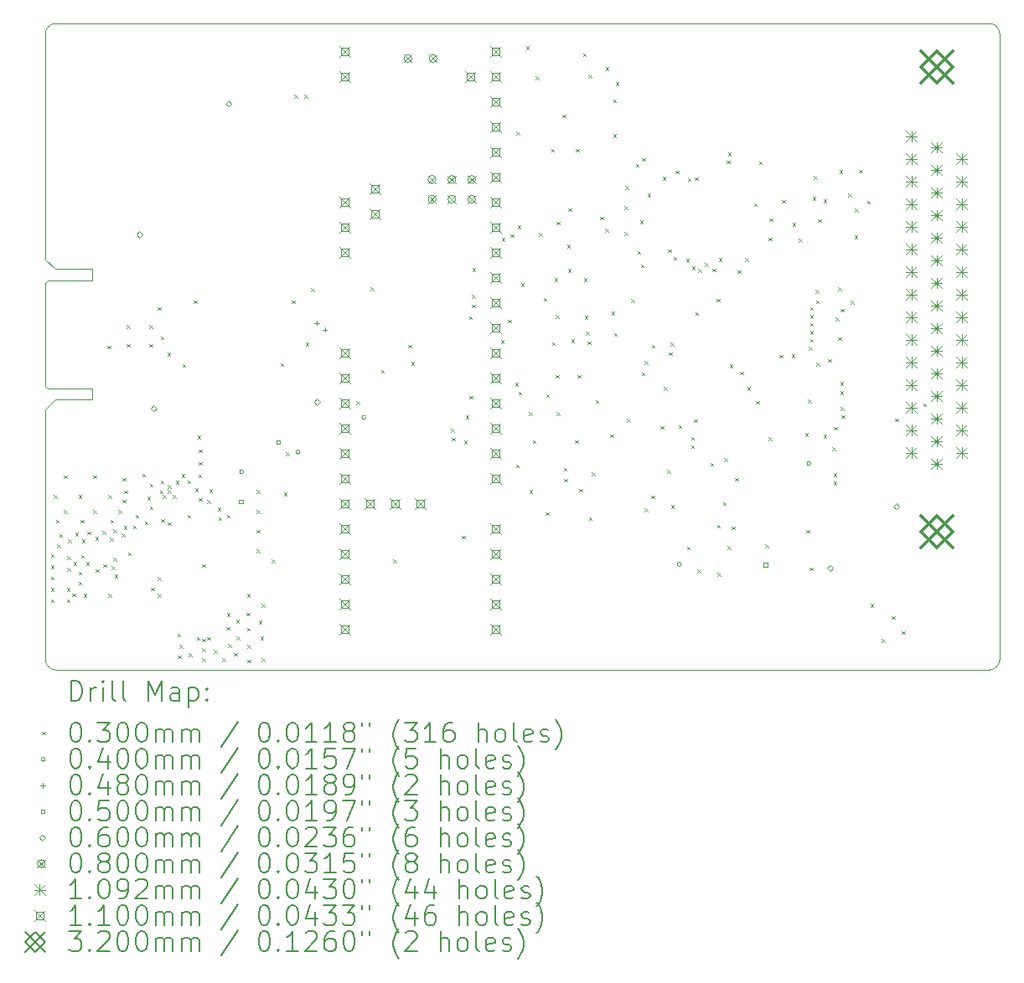
<source format=gbr>
%TF.GenerationSoftware,KiCad,Pcbnew,9.0.4*%
%TF.CreationDate,2025-11-03T17:15:16-05:00*%
%TF.ProjectId,main_board_v1,6d61696e-5f62-46f6-9172-645f76312e6b,rev?*%
%TF.SameCoordinates,Original*%
%TF.FileFunction,Drillmap*%
%TF.FilePolarity,Positive*%
%FSLAX45Y45*%
G04 Gerber Fmt 4.5, Leading zero omitted, Abs format (unit mm)*
G04 Created by KiCad (PCBNEW 9.0.4) date 2025-11-03 17:15:16*
%MOMM*%
%LPD*%
G01*
G04 APERTURE LIST*
%ADD10C,0.050000*%
%ADD11C,0.010000*%
%ADD12C,0.200000*%
%ADD13C,0.100000*%
%ADD14C,0.109220*%
%ADD15C,0.110000*%
%ADD16C,0.320040*%
G04 APERTURE END LIST*
D10*
X13690000Y-8600000D02*
X4250000Y-8600000D01*
X13790000Y-8500000D02*
X13789995Y-2167995D01*
X13690000Y-2067995D02*
G75*
G02*
X13790005Y-2167995I0J-100005D01*
G01*
X4150000Y-4450012D02*
X4150000Y-2167995D01*
X13790000Y-8500000D02*
G75*
G02*
X13690000Y-8600000I-100000J0D01*
G01*
X4150000Y-5970000D02*
X4150000Y-8500000D01*
X13690000Y-2067995D02*
X4250000Y-2067995D01*
X4150000Y-2167995D02*
G75*
G02*
X4250000Y-2067990I100000J5D01*
G01*
X4250000Y-8600000D02*
G75*
G02*
X4150000Y-8500000I0J100000D01*
G01*
D11*
X4150000Y-4690000D02*
X4175000Y-4665000D01*
X4150000Y-5730000D02*
X4150000Y-4690000D01*
X4150000Y-5730000D02*
X4175000Y-5755000D01*
X4175000Y-4665000D02*
X4620000Y-4665000D01*
X4250000Y-4550000D02*
X4150000Y-4450000D01*
X4250000Y-5870000D02*
X4150000Y-5970000D01*
X4620000Y-4550000D02*
X4250000Y-4550000D01*
X4620000Y-4665000D02*
X4620000Y-4550000D01*
X4620000Y-5755000D02*
X4175000Y-5755000D01*
X4620000Y-5755000D02*
X4620000Y-5870000D01*
X4620000Y-5870000D02*
X4250000Y-5870000D01*
D12*
D13*
X4205000Y-7430000D02*
X4235000Y-7460000D01*
X4235000Y-7430000D02*
X4205000Y-7460000D01*
X4205000Y-7545000D02*
X4235000Y-7575000D01*
X4235000Y-7545000D02*
X4205000Y-7575000D01*
X4205000Y-7660000D02*
X4235000Y-7690000D01*
X4235000Y-7660000D02*
X4205000Y-7690000D01*
X4205000Y-7775000D02*
X4235000Y-7805000D01*
X4235000Y-7775000D02*
X4205000Y-7805000D01*
X4205000Y-7890000D02*
X4235000Y-7920000D01*
X4235000Y-7890000D02*
X4205000Y-7920000D01*
X4235000Y-6835000D02*
X4265000Y-6865000D01*
X4265000Y-6835000D02*
X4235000Y-6865000D01*
X4255000Y-7085000D02*
X4285000Y-7115000D01*
X4285000Y-7085000D02*
X4255000Y-7115000D01*
X4270000Y-7335000D02*
X4300000Y-7365000D01*
X4300000Y-7335000D02*
X4270000Y-7365000D01*
X4290000Y-7230000D02*
X4320000Y-7260000D01*
X4320000Y-7230000D02*
X4290000Y-7260000D01*
X4335000Y-6635000D02*
X4365000Y-6665000D01*
X4365000Y-6635000D02*
X4335000Y-6665000D01*
X4335000Y-6985000D02*
X4365000Y-7015000D01*
X4365000Y-6985000D02*
X4335000Y-7015000D01*
X4365000Y-7775000D02*
X4395000Y-7805000D01*
X4395000Y-7775000D02*
X4365000Y-7805000D01*
X4365000Y-7890000D02*
X4395000Y-7920000D01*
X4395000Y-7890000D02*
X4365000Y-7920000D01*
X4370000Y-7455000D02*
X4400000Y-7485000D01*
X4400000Y-7455000D02*
X4370000Y-7485000D01*
X4370000Y-7570000D02*
X4400000Y-7600000D01*
X4400000Y-7570000D02*
X4370000Y-7600000D01*
X4380000Y-7285000D02*
X4410000Y-7315000D01*
X4410000Y-7285000D02*
X4380000Y-7315000D01*
X4420000Y-7830000D02*
X4450000Y-7860000D01*
X4450000Y-7830000D02*
X4420000Y-7860000D01*
X4435000Y-7510000D02*
X4465000Y-7540000D01*
X4465000Y-7510000D02*
X4435000Y-7540000D01*
X4450000Y-7215000D02*
X4480000Y-7245000D01*
X4480000Y-7215000D02*
X4450000Y-7245000D01*
X4485000Y-6835000D02*
X4515000Y-6865000D01*
X4515000Y-6835000D02*
X4485000Y-6865000D01*
X4485000Y-7610000D02*
X4515000Y-7640000D01*
X4515000Y-7610000D02*
X4485000Y-7640000D01*
X4485000Y-7710000D02*
X4515000Y-7740000D01*
X4515000Y-7710000D02*
X4485000Y-7740000D01*
X4505000Y-7085000D02*
X4535000Y-7115000D01*
X4535000Y-7085000D02*
X4505000Y-7115000D01*
X4510000Y-7440000D02*
X4540000Y-7470000D01*
X4540000Y-7440000D02*
X4510000Y-7470000D01*
X4520000Y-7285000D02*
X4550000Y-7315000D01*
X4550000Y-7285000D02*
X4520000Y-7315000D01*
X4535000Y-7835000D02*
X4565000Y-7865000D01*
X4565000Y-7835000D02*
X4535000Y-7865000D01*
X4560000Y-7510000D02*
X4590000Y-7540000D01*
X4590000Y-7510000D02*
X4560000Y-7540000D01*
X4575000Y-7205000D02*
X4605000Y-7235000D01*
X4605000Y-7205000D02*
X4575000Y-7235000D01*
X4635000Y-6635000D02*
X4665000Y-6665000D01*
X4665000Y-6635000D02*
X4635000Y-6665000D01*
X4635000Y-6985000D02*
X4665000Y-7015000D01*
X4665000Y-6985000D02*
X4635000Y-7015000D01*
X4655000Y-7260000D02*
X4685000Y-7290000D01*
X4685000Y-7260000D02*
X4655000Y-7290000D01*
X4660000Y-7585000D02*
X4690000Y-7615000D01*
X4690000Y-7585000D02*
X4660000Y-7615000D01*
X4725000Y-7200000D02*
X4755000Y-7230000D01*
X4755000Y-7200000D02*
X4725000Y-7230000D01*
X4735000Y-7535000D02*
X4765000Y-7565000D01*
X4765000Y-7535000D02*
X4735000Y-7565000D01*
X4775000Y-5325000D02*
X4805000Y-5355000D01*
X4805000Y-5325000D02*
X4775000Y-5355000D01*
X4785000Y-6835000D02*
X4815000Y-6865000D01*
X4815000Y-6835000D02*
X4785000Y-6865000D01*
X4785000Y-7835000D02*
X4815000Y-7865000D01*
X4815000Y-7835000D02*
X4785000Y-7865000D01*
X4800000Y-7265000D02*
X4830000Y-7295000D01*
X4830000Y-7265000D02*
X4800000Y-7295000D01*
X4805000Y-7085000D02*
X4835000Y-7115000D01*
X4835000Y-7085000D02*
X4805000Y-7115000D01*
X4820000Y-7555000D02*
X4850000Y-7585000D01*
X4850000Y-7555000D02*
X4820000Y-7585000D01*
X4835000Y-7180000D02*
X4865000Y-7210000D01*
X4865000Y-7180000D02*
X4835000Y-7210000D01*
X4835000Y-7470000D02*
X4865000Y-7500000D01*
X4865000Y-7470000D02*
X4835000Y-7500000D01*
X4850000Y-7640000D02*
X4880000Y-7670000D01*
X4880000Y-7640000D02*
X4850000Y-7670000D01*
X4885000Y-6985000D02*
X4915000Y-7015000D01*
X4915000Y-6985000D02*
X4885000Y-7015000D01*
X4921000Y-7225000D02*
X4951000Y-7255000D01*
X4951000Y-7225000D02*
X4921000Y-7255000D01*
X4930000Y-6660000D02*
X4960000Y-6690000D01*
X4960000Y-6660000D02*
X4930000Y-6690000D01*
X4930000Y-6880000D02*
X4960000Y-6910000D01*
X4960000Y-6880000D02*
X4930000Y-6910000D01*
X4940000Y-7150000D02*
X4970000Y-7180000D01*
X4970000Y-7150000D02*
X4940000Y-7180000D01*
X4945000Y-6790000D02*
X4975000Y-6820000D01*
X4975000Y-6790000D02*
X4945000Y-6820000D01*
X4971250Y-5115000D02*
X5001250Y-5145000D01*
X5001250Y-5115000D02*
X4971250Y-5145000D01*
X4971250Y-5305000D02*
X5001250Y-5335000D01*
X5001250Y-5305000D02*
X4971250Y-5335000D01*
X4985000Y-7415000D02*
X5015000Y-7445000D01*
X5015000Y-7415000D02*
X4985000Y-7445000D01*
X5035000Y-7145000D02*
X5065000Y-7175000D01*
X5065000Y-7145000D02*
X5035000Y-7175000D01*
X5060000Y-7035000D02*
X5090000Y-7065000D01*
X5090000Y-7035000D02*
X5060000Y-7065000D01*
X5130000Y-6620000D02*
X5160000Y-6650000D01*
X5160000Y-6620000D02*
X5130000Y-6650000D01*
X5153474Y-7100789D02*
X5183474Y-7130789D01*
X5183474Y-7100789D02*
X5153474Y-7130789D01*
X5180000Y-6850000D02*
X5210000Y-6880000D01*
X5210000Y-6850000D02*
X5180000Y-6880000D01*
X5198750Y-5115000D02*
X5228750Y-5145000D01*
X5228750Y-5115000D02*
X5198750Y-5145000D01*
X5198750Y-5305000D02*
X5228750Y-5335000D01*
X5228750Y-5305000D02*
X5198750Y-5335000D01*
X5205000Y-6720000D02*
X5235000Y-6750000D01*
X5235000Y-6720000D02*
X5205000Y-6750000D01*
X5205000Y-6950000D02*
X5235000Y-6980000D01*
X5235000Y-6950000D02*
X5205000Y-6980000D01*
X5215000Y-7770000D02*
X5245000Y-7800000D01*
X5245000Y-7770000D02*
X5215000Y-7800000D01*
X5285000Y-4935000D02*
X5315000Y-4965000D01*
X5315000Y-4935000D02*
X5285000Y-4965000D01*
X5285000Y-7665000D02*
X5315000Y-7695000D01*
X5315000Y-7665000D02*
X5285000Y-7695000D01*
X5285000Y-7835000D02*
X5315000Y-7865000D01*
X5315000Y-7835000D02*
X5285000Y-7865000D01*
X5304923Y-6788931D02*
X5334923Y-6818931D01*
X5334923Y-6788931D02*
X5304923Y-6818931D01*
X5315000Y-5230000D02*
X5345000Y-5260000D01*
X5345000Y-5230000D02*
X5315000Y-5260000D01*
X5315000Y-6685000D02*
X5345000Y-6715000D01*
X5345000Y-6685000D02*
X5315000Y-6715000D01*
X5320000Y-7075000D02*
X5350000Y-7105000D01*
X5350000Y-7075000D02*
X5320000Y-7105000D01*
X5335000Y-6835000D02*
X5365000Y-6865000D01*
X5365000Y-6835000D02*
X5335000Y-6865000D01*
X5380799Y-5393299D02*
X5410799Y-5423299D01*
X5410799Y-5393299D02*
X5380799Y-5423299D01*
X5385000Y-6735000D02*
X5415000Y-6765000D01*
X5415000Y-6735000D02*
X5385000Y-6765000D01*
X5385000Y-6785000D02*
X5415000Y-6815000D01*
X5415000Y-6785000D02*
X5385000Y-6815000D01*
X5385000Y-7110000D02*
X5415000Y-7140000D01*
X5415000Y-7110000D02*
X5385000Y-7140000D01*
X5435000Y-6835000D02*
X5465000Y-6865000D01*
X5465000Y-6835000D02*
X5435000Y-6865000D01*
X5465000Y-6690000D02*
X5495000Y-6720000D01*
X5495000Y-6690000D02*
X5465000Y-6720000D01*
X5485000Y-8235000D02*
X5515000Y-8265000D01*
X5515000Y-8235000D02*
X5485000Y-8265000D01*
X5490000Y-8455000D02*
X5520000Y-8485000D01*
X5520000Y-8455000D02*
X5490000Y-8485000D01*
X5505000Y-8350000D02*
X5535000Y-8380000D01*
X5535000Y-8350000D02*
X5505000Y-8380000D01*
X5525000Y-6625000D02*
X5555000Y-6655000D01*
X5555000Y-6625000D02*
X5525000Y-6655000D01*
X5535000Y-5510000D02*
X5565000Y-5540000D01*
X5565000Y-5510000D02*
X5535000Y-5540000D01*
X5585000Y-6685000D02*
X5615000Y-6715000D01*
X5615000Y-6685000D02*
X5585000Y-6715000D01*
X5585000Y-7035000D02*
X5615000Y-7065000D01*
X5615000Y-7035000D02*
X5585000Y-7065000D01*
X5600000Y-8435000D02*
X5630000Y-8465000D01*
X5630000Y-8435000D02*
X5600000Y-8465000D01*
X5646500Y-4867500D02*
X5676500Y-4897500D01*
X5676500Y-4867500D02*
X5646500Y-4897500D01*
X5660000Y-6765000D02*
X5690000Y-6795000D01*
X5690000Y-6765000D02*
X5660000Y-6795000D01*
X5680000Y-8270000D02*
X5710000Y-8300000D01*
X5710000Y-8270000D02*
X5680000Y-8300000D01*
X5685000Y-6235000D02*
X5715000Y-6265000D01*
X5715000Y-6235000D02*
X5685000Y-6265000D01*
X5694500Y-6625500D02*
X5724500Y-6655500D01*
X5724500Y-6625500D02*
X5694500Y-6655500D01*
X5698500Y-6371500D02*
X5728500Y-6401500D01*
X5728500Y-6371500D02*
X5698500Y-6401500D01*
X5698500Y-6498500D02*
X5728500Y-6528500D01*
X5728500Y-6498500D02*
X5698500Y-6528500D01*
X5700000Y-6865000D02*
X5730000Y-6895000D01*
X5730000Y-6865000D02*
X5700000Y-6895000D01*
X5733000Y-7535000D02*
X5763000Y-7565000D01*
X5763000Y-7535000D02*
X5733000Y-7565000D01*
X5733000Y-8285000D02*
X5763000Y-8315000D01*
X5763000Y-8285000D02*
X5733000Y-8315000D01*
X5733000Y-8385000D02*
X5763000Y-8415000D01*
X5763000Y-8385000D02*
X5733000Y-8415000D01*
X5735000Y-8485000D02*
X5765000Y-8515000D01*
X5765000Y-8485000D02*
X5735000Y-8515000D01*
X5785000Y-6885000D02*
X5815000Y-6915000D01*
X5815000Y-6885000D02*
X5785000Y-6915000D01*
X5785000Y-8270000D02*
X5815000Y-8300000D01*
X5815000Y-8270000D02*
X5785000Y-8300000D01*
X5805000Y-6775000D02*
X5835000Y-6805000D01*
X5835000Y-6775000D02*
X5805000Y-6805000D01*
X5850000Y-8400000D02*
X5880000Y-8430000D01*
X5880000Y-8400000D02*
X5850000Y-8430000D01*
X5890000Y-6960000D02*
X5920000Y-6990000D01*
X5920000Y-6960000D02*
X5890000Y-6990000D01*
X5900000Y-7060000D02*
X5930000Y-7090000D01*
X5930000Y-7060000D02*
X5900000Y-7090000D01*
X5935000Y-8485000D02*
X5965000Y-8515000D01*
X5965000Y-8485000D02*
X5935000Y-8515000D01*
X5980000Y-8170000D02*
X6010000Y-8200000D01*
X6010000Y-8170000D02*
X5980000Y-8200000D01*
X5985000Y-7035000D02*
X6015000Y-7065000D01*
X6015000Y-7035000D02*
X5985000Y-7065000D01*
X5985000Y-8030000D02*
X6015000Y-8060000D01*
X6015000Y-8030000D02*
X5985000Y-8060000D01*
X5995000Y-8340000D02*
X6025000Y-8370000D01*
X6025000Y-8340000D02*
X5995000Y-8370000D01*
X6055000Y-8430000D02*
X6085000Y-8460000D01*
X6085000Y-8430000D02*
X6055000Y-8460000D01*
X6075000Y-8095000D02*
X6105000Y-8125000D01*
X6105000Y-8095000D02*
X6075000Y-8125000D01*
X6080000Y-8265000D02*
X6110000Y-8295000D01*
X6110000Y-8265000D02*
X6080000Y-8295000D01*
X6180000Y-8025000D02*
X6210000Y-8055000D01*
X6210000Y-8025000D02*
X6180000Y-8055000D01*
X6185000Y-7835000D02*
X6215000Y-7865000D01*
X6215000Y-7835000D02*
X6185000Y-7865000D01*
X6185000Y-8175000D02*
X6215000Y-8205000D01*
X6215000Y-8175000D02*
X6185000Y-8205000D01*
X6190000Y-8350000D02*
X6220000Y-8380000D01*
X6220000Y-8350000D02*
X6190000Y-8380000D01*
X6190000Y-8500000D02*
X6220000Y-8530000D01*
X6220000Y-8500000D02*
X6190000Y-8530000D01*
X6285000Y-6785000D02*
X6315000Y-6815000D01*
X6315000Y-6785000D02*
X6285000Y-6815000D01*
X6285000Y-6985000D02*
X6315000Y-7015000D01*
X6315000Y-6985000D02*
X6285000Y-7015000D01*
X6285000Y-7185000D02*
X6315000Y-7215000D01*
X6315000Y-7185000D02*
X6285000Y-7215000D01*
X6285000Y-7385000D02*
X6315000Y-7415000D01*
X6315000Y-7385000D02*
X6285000Y-7415000D01*
X6305000Y-8105000D02*
X6335000Y-8135000D01*
X6335000Y-8105000D02*
X6305000Y-8135000D01*
X6320000Y-8265000D02*
X6350000Y-8295000D01*
X6350000Y-8265000D02*
X6320000Y-8295000D01*
X6335000Y-7935000D02*
X6365000Y-7965000D01*
X6365000Y-7935000D02*
X6335000Y-7965000D01*
X6335000Y-8485000D02*
X6365000Y-8515000D01*
X6365000Y-8485000D02*
X6335000Y-8515000D01*
X6435000Y-7485000D02*
X6465000Y-7515000D01*
X6465000Y-7485000D02*
X6435000Y-7515000D01*
X6523500Y-5502500D02*
X6553500Y-5532500D01*
X6553500Y-5502500D02*
X6523500Y-5532500D01*
X6560000Y-6808500D02*
X6590000Y-6838500D01*
X6590000Y-6808500D02*
X6560000Y-6838500D01*
X6578500Y-6402000D02*
X6608500Y-6432000D01*
X6608500Y-6402000D02*
X6578500Y-6432000D01*
X6640000Y-4865000D02*
X6670000Y-4895000D01*
X6670000Y-4865000D02*
X6640000Y-4895000D01*
X6665000Y-2790000D02*
X6695000Y-2820000D01*
X6695000Y-2790000D02*
X6665000Y-2820000D01*
X6765000Y-2790000D02*
X6795000Y-2820000D01*
X6795000Y-2790000D02*
X6765000Y-2820000D01*
X6780000Y-5292500D02*
X6810000Y-5322500D01*
X6810000Y-5292500D02*
X6780000Y-5322500D01*
X6835000Y-4745000D02*
X6865000Y-4775000D01*
X6865000Y-4745000D02*
X6835000Y-4775000D01*
X7291185Y-5885480D02*
X7321185Y-5915480D01*
X7321185Y-5885480D02*
X7291185Y-5915480D01*
X7435000Y-4735000D02*
X7465000Y-4765000D01*
X7465000Y-4735000D02*
X7435000Y-4765000D01*
X7540200Y-5570495D02*
X7570200Y-5600495D01*
X7570200Y-5570495D02*
X7540200Y-5600495D01*
X7665200Y-7485495D02*
X7695200Y-7515495D01*
X7695200Y-7485495D02*
X7665200Y-7515495D01*
X7816250Y-5316250D02*
X7846250Y-5346250D01*
X7846250Y-5316250D02*
X7816250Y-5346250D01*
X7845200Y-5490495D02*
X7875200Y-5520495D01*
X7875200Y-5490495D02*
X7845200Y-5520495D01*
X8250200Y-6165495D02*
X8280200Y-6195495D01*
X8280200Y-6165495D02*
X8250200Y-6195495D01*
X8254852Y-6255147D02*
X8284852Y-6285147D01*
X8284852Y-6255147D02*
X8254852Y-6285147D01*
X8360200Y-7245495D02*
X8390200Y-7275495D01*
X8390200Y-7245495D02*
X8360200Y-7275495D01*
X8380200Y-6285495D02*
X8410200Y-6315495D01*
X8410200Y-6285495D02*
X8380200Y-6315495D01*
X8395200Y-6030495D02*
X8425200Y-6060495D01*
X8425200Y-6030495D02*
X8395200Y-6060495D01*
X8430201Y-5025348D02*
X8460201Y-5055348D01*
X8460201Y-5025348D02*
X8430201Y-5055348D01*
X8435200Y-5830495D02*
X8465200Y-5860495D01*
X8465200Y-5830495D02*
X8435200Y-5860495D01*
X8460200Y-4810495D02*
X8490200Y-4840495D01*
X8490200Y-4810495D02*
X8460200Y-4840495D01*
X8460200Y-4910495D02*
X8490200Y-4940495D01*
X8490200Y-4910495D02*
X8460200Y-4940495D01*
X8465000Y-4540000D02*
X8495000Y-4570000D01*
X8495000Y-4540000D02*
X8465000Y-4570000D01*
X8752353Y-5267648D02*
X8782353Y-5297648D01*
X8782353Y-5267648D02*
X8752353Y-5297648D01*
X8760000Y-4235000D02*
X8790000Y-4265000D01*
X8790000Y-4235000D02*
X8760000Y-4265000D01*
X8825200Y-5060495D02*
X8855200Y-5090495D01*
X8855200Y-5060495D02*
X8825200Y-5090495D01*
X8848276Y-4198276D02*
X8878276Y-4228276D01*
X8878276Y-4198276D02*
X8848276Y-4228276D01*
X8895200Y-5700495D02*
X8925200Y-5730495D01*
X8925200Y-5700495D02*
X8895200Y-5730495D01*
X8905000Y-6526156D02*
X8935000Y-6556156D01*
X8935000Y-6526156D02*
X8905000Y-6556156D01*
X8910000Y-3160000D02*
X8940000Y-3190000D01*
X8940000Y-3160000D02*
X8910000Y-3190000D01*
X8920000Y-4110000D02*
X8950000Y-4140000D01*
X8950000Y-4110000D02*
X8920000Y-4140000D01*
X8928027Y-5787668D02*
X8958027Y-5817668D01*
X8958027Y-5787668D02*
X8928027Y-5817668D01*
X8955000Y-4695000D02*
X8985000Y-4725000D01*
X8985000Y-4695000D02*
X8955000Y-4725000D01*
X9005000Y-2295000D02*
X9035000Y-2325000D01*
X9035000Y-2295000D02*
X9005000Y-2325000D01*
X9035000Y-5997500D02*
X9065000Y-6027500D01*
X9065000Y-5997500D02*
X9035000Y-6027500D01*
X9040000Y-6785000D02*
X9070000Y-6815000D01*
X9070000Y-6785000D02*
X9040000Y-6815000D01*
X9075000Y-6280000D02*
X9105000Y-6310000D01*
X9105000Y-6280000D02*
X9075000Y-6310000D01*
X9105200Y-2600495D02*
X9135200Y-2630495D01*
X9135200Y-2600495D02*
X9105200Y-2630495D01*
X9135000Y-4185000D02*
X9165000Y-4215000D01*
X9165000Y-4185000D02*
X9135000Y-4215000D01*
X9185000Y-4840395D02*
X9215000Y-4870395D01*
X9215000Y-4840395D02*
X9185000Y-4870395D01*
X9205000Y-7010000D02*
X9235000Y-7040000D01*
X9235000Y-7010000D02*
X9205000Y-7040000D01*
X9210000Y-5815000D02*
X9240000Y-5845000D01*
X9240000Y-5815000D02*
X9210000Y-5845000D01*
X9260000Y-3335000D02*
X9290000Y-3365000D01*
X9290000Y-3335000D02*
X9260000Y-3365000D01*
X9270000Y-5290000D02*
X9300000Y-5320000D01*
X9300000Y-5290000D02*
X9270000Y-5320000D01*
X9295000Y-4640000D02*
X9325000Y-4670000D01*
X9325000Y-4640000D02*
X9295000Y-4670000D01*
X9305000Y-5015000D02*
X9335000Y-5045000D01*
X9335000Y-5015000D02*
X9305000Y-5045000D01*
X9305000Y-5620000D02*
X9335000Y-5650000D01*
X9335000Y-5620000D02*
X9305000Y-5650000D01*
X9315000Y-4070000D02*
X9345000Y-4100000D01*
X9345000Y-4070000D02*
X9315000Y-4100000D01*
X9315000Y-5995000D02*
X9345000Y-6025000D01*
X9345000Y-5995000D02*
X9315000Y-6025000D01*
X9375000Y-2985000D02*
X9405000Y-3015000D01*
X9405000Y-2985000D02*
X9375000Y-3015000D01*
X9385000Y-6560000D02*
X9415000Y-6590000D01*
X9415000Y-6560000D02*
X9385000Y-6590000D01*
X9390200Y-6670495D02*
X9420200Y-6700495D01*
X9420200Y-6670495D02*
X9390200Y-6700495D01*
X9420000Y-4303495D02*
X9450000Y-4333495D01*
X9450000Y-4303495D02*
X9420000Y-4333495D01*
X9430000Y-4550000D02*
X9460000Y-4580000D01*
X9460000Y-4550000D02*
X9430000Y-4580000D01*
X9435000Y-3935000D02*
X9465000Y-3965000D01*
X9465000Y-3935000D02*
X9435000Y-3965000D01*
X9462191Y-5262191D02*
X9492191Y-5292191D01*
X9492191Y-5262191D02*
X9462191Y-5292191D01*
X9500000Y-6280000D02*
X9530000Y-6310000D01*
X9530000Y-6280000D02*
X9500000Y-6310000D01*
X9510000Y-3335000D02*
X9540000Y-3365000D01*
X9540000Y-3335000D02*
X9510000Y-3365000D01*
X9525000Y-5620000D02*
X9555000Y-5650000D01*
X9555000Y-5620000D02*
X9525000Y-5650000D01*
X9545200Y-6770495D02*
X9575200Y-6800495D01*
X9575200Y-6770495D02*
X9545200Y-6800495D01*
X9580200Y-2370495D02*
X9610200Y-2400495D01*
X9610200Y-2370495D02*
X9580200Y-2400495D01*
X9590000Y-4642130D02*
X9620000Y-4672130D01*
X9620000Y-4642130D02*
X9590000Y-4672130D01*
X9600000Y-5025000D02*
X9630000Y-5055000D01*
X9630000Y-5025000D02*
X9600000Y-5055000D01*
X9610000Y-5185000D02*
X9640000Y-5215000D01*
X9640000Y-5185000D02*
X9610000Y-5215000D01*
X9630000Y-5280000D02*
X9660000Y-5310000D01*
X9660000Y-5280000D02*
X9630000Y-5310000D01*
X9635000Y-2585000D02*
X9665000Y-2615000D01*
X9665000Y-2585000D02*
X9635000Y-2615000D01*
X9640000Y-7060000D02*
X9670000Y-7090000D01*
X9670000Y-7060000D02*
X9640000Y-7090000D01*
X9670200Y-6605495D02*
X9700200Y-6635495D01*
X9700200Y-6605495D02*
X9670200Y-6635495D01*
X9710000Y-5875000D02*
X9740000Y-5905000D01*
X9740000Y-5875000D02*
X9710000Y-5905000D01*
X9755200Y-4020000D02*
X9785200Y-4050000D01*
X9785200Y-4020000D02*
X9755200Y-4050000D01*
X9805200Y-4140495D02*
X9835200Y-4170495D01*
X9835200Y-4140495D02*
X9805200Y-4170495D01*
X9810000Y-2510000D02*
X9840000Y-2540000D01*
X9840000Y-2510000D02*
X9810000Y-2540000D01*
X9857427Y-6222573D02*
X9887427Y-6252573D01*
X9887427Y-6222573D02*
X9857427Y-6252573D01*
X9870000Y-4980000D02*
X9900000Y-5010000D01*
X9900000Y-4980000D02*
X9870000Y-5010000D01*
X9885000Y-2835000D02*
X9915000Y-2865000D01*
X9915000Y-2835000D02*
X9885000Y-2865000D01*
X9885000Y-3185000D02*
X9915000Y-3215000D01*
X9915000Y-3185000D02*
X9885000Y-3215000D01*
X9896650Y-5197962D02*
X9926650Y-5227962D01*
X9926650Y-5197962D02*
X9896650Y-5227962D01*
X9910000Y-2660000D02*
X9940000Y-2690000D01*
X9940000Y-2660000D02*
X9910000Y-2690000D01*
X10000200Y-3915495D02*
X10030200Y-3945495D01*
X10030200Y-3915495D02*
X10000200Y-3945495D01*
X10000224Y-4175471D02*
X10030224Y-4205472D01*
X10030224Y-4175471D02*
X10000224Y-4205472D01*
X10010200Y-3710495D02*
X10040200Y-3740495D01*
X10040200Y-3710495D02*
X10010200Y-3740495D01*
X10025000Y-6065000D02*
X10055000Y-6095000D01*
X10055000Y-6065000D02*
X10025000Y-6095000D01*
X10070000Y-4852701D02*
X10100000Y-4882701D01*
X10100000Y-4852701D02*
X10070000Y-4882701D01*
X10115200Y-3485495D02*
X10145200Y-3515495D01*
X10145200Y-3485495D02*
X10115200Y-3515495D01*
X10130200Y-4365495D02*
X10160200Y-4395495D01*
X10160200Y-4365495D02*
X10130200Y-4395495D01*
X10156200Y-4059495D02*
X10186200Y-4089495D01*
X10186200Y-4059495D02*
X10156200Y-4089495D01*
X10165000Y-4500495D02*
X10195000Y-4530495D01*
X10195000Y-4500495D02*
X10165000Y-4530495D01*
X10172700Y-5592995D02*
X10202700Y-5622995D01*
X10202700Y-5592995D02*
X10172700Y-5622995D01*
X10180200Y-3425495D02*
X10210200Y-3455495D01*
X10210200Y-3425495D02*
X10180200Y-3455495D01*
X10205200Y-5480495D02*
X10235200Y-5510495D01*
X10235200Y-5480495D02*
X10205200Y-5510495D01*
X10205200Y-6970495D02*
X10235200Y-7000495D01*
X10235200Y-6970495D02*
X10205200Y-7000495D01*
X10235000Y-3785000D02*
X10265000Y-3815000D01*
X10265000Y-3785000D02*
X10235000Y-3815000D01*
X10270200Y-6840495D02*
X10300200Y-6870495D01*
X10300200Y-6840495D02*
X10270200Y-6870495D01*
X10275200Y-5315495D02*
X10305200Y-5345495D01*
X10305200Y-5315495D02*
X10275200Y-5345495D01*
X10365000Y-6135000D02*
X10395000Y-6165000D01*
X10395000Y-6135000D02*
X10365000Y-6165000D01*
X10385000Y-3615495D02*
X10415000Y-3645495D01*
X10415000Y-3615495D02*
X10385000Y-3645495D01*
X10400200Y-5743950D02*
X10430200Y-5773950D01*
X10430200Y-5743950D02*
X10400200Y-5773950D01*
X10434363Y-6579345D02*
X10464363Y-6609345D01*
X10464363Y-6579345D02*
X10434363Y-6609345D01*
X10440200Y-4350595D02*
X10470200Y-4380595D01*
X10470200Y-4350595D02*
X10440200Y-4380595D01*
X10450000Y-5390000D02*
X10480000Y-5420000D01*
X10480000Y-5390000D02*
X10450000Y-5420000D01*
X10464056Y-5295495D02*
X10494056Y-5325495D01*
X10494056Y-5295495D02*
X10464056Y-5325495D01*
X10470200Y-6935495D02*
X10500200Y-6965495D01*
X10500200Y-6935495D02*
X10470200Y-6965495D01*
X10495200Y-4425495D02*
X10525200Y-4455495D01*
X10525200Y-4425495D02*
X10495200Y-4455495D01*
X10515200Y-3555495D02*
X10545200Y-3585495D01*
X10545200Y-3555495D02*
X10515200Y-3585495D01*
X10547624Y-6127919D02*
X10577624Y-6157919D01*
X10577624Y-6127919D02*
X10547624Y-6157919D01*
X10623245Y-4448245D02*
X10653245Y-4478245D01*
X10653245Y-4448245D02*
X10623245Y-4478245D01*
X10630200Y-7355495D02*
X10660200Y-7385495D01*
X10660200Y-7355495D02*
X10630200Y-7385495D01*
X10639536Y-3629831D02*
X10669536Y-3659831D01*
X10669536Y-3629831D02*
X10639536Y-3659831D01*
X10674672Y-6244966D02*
X10704672Y-6274966D01*
X10704672Y-6244966D02*
X10674672Y-6274966D01*
X10675000Y-6330000D02*
X10705000Y-6360000D01*
X10705000Y-6330000D02*
X10675000Y-6360000D01*
X10680384Y-4523077D02*
X10710384Y-4553077D01*
X10710384Y-4523077D02*
X10680384Y-4553077D01*
X10705000Y-6067995D02*
X10735000Y-6097995D01*
X10735000Y-6067995D02*
X10705000Y-6097995D01*
X10710200Y-3620642D02*
X10740200Y-3650642D01*
X10740200Y-3620642D02*
X10710200Y-3650642D01*
X10715853Y-4984148D02*
X10745853Y-5014148D01*
X10745853Y-4984148D02*
X10715853Y-5014148D01*
X10735200Y-7590495D02*
X10765200Y-7620495D01*
X10765200Y-7590495D02*
X10735200Y-7620495D01*
X10745000Y-4550000D02*
X10775000Y-4580000D01*
X10775000Y-4550000D02*
X10745000Y-4580000D01*
X10813298Y-4490000D02*
X10843298Y-4520000D01*
X10843298Y-4490000D02*
X10813298Y-4520000D01*
X10870200Y-6510495D02*
X10900200Y-6540495D01*
X10900200Y-6510495D02*
X10870200Y-6540495D01*
X10890200Y-4545495D02*
X10920200Y-4575495D01*
X10920200Y-4545495D02*
X10890200Y-4575495D01*
X10930200Y-4847495D02*
X10960200Y-4877495D01*
X10960200Y-4847495D02*
X10930200Y-4877495D01*
X10935000Y-7135000D02*
X10965000Y-7165000D01*
X10965000Y-7135000D02*
X10935000Y-7165000D01*
X10940200Y-7620495D02*
X10970200Y-7650495D01*
X10970200Y-7620495D02*
X10940200Y-7650495D01*
X10955000Y-4440000D02*
X10985000Y-4470000D01*
X10985000Y-4440000D02*
X10955000Y-4470000D01*
X10995200Y-6905495D02*
X11025200Y-6935495D01*
X11025200Y-6905495D02*
X10995200Y-6935495D01*
X11007361Y-6462361D02*
X11037361Y-6492361D01*
X11037361Y-6462361D02*
X11007361Y-6492361D01*
X11035200Y-3450495D02*
X11065200Y-3480495D01*
X11065200Y-3450495D02*
X11035200Y-3480495D01*
X11040200Y-7350495D02*
X11070200Y-7380495D01*
X11070200Y-7350495D02*
X11040200Y-7380495D01*
X11046514Y-3371299D02*
X11076514Y-3401299D01*
X11076514Y-3371299D02*
X11046514Y-3401299D01*
X11064700Y-5514995D02*
X11094700Y-5544995D01*
X11094700Y-5514995D02*
X11064700Y-5544995D01*
X11085200Y-7150495D02*
X11115200Y-7180495D01*
X11115200Y-7150495D02*
X11085200Y-7180495D01*
X11117848Y-6662847D02*
X11147848Y-6692847D01*
X11147848Y-6662847D02*
X11117848Y-6692847D01*
X11145200Y-4560495D02*
X11175200Y-4590495D01*
X11175200Y-4560495D02*
X11145200Y-4590495D01*
X11170200Y-5584995D02*
X11200200Y-5614995D01*
X11200200Y-5584995D02*
X11170200Y-5614995D01*
X11220200Y-4440495D02*
X11250200Y-4470495D01*
X11250200Y-4440495D02*
X11220200Y-4470495D01*
X11240200Y-5740495D02*
X11270200Y-5770495D01*
X11270200Y-5740495D02*
X11240200Y-5770495D01*
X11310000Y-3885000D02*
X11340000Y-3915000D01*
X11340000Y-3885000D02*
X11310000Y-3915000D01*
X11330200Y-5880495D02*
X11360200Y-5910495D01*
X11360200Y-5880495D02*
X11330200Y-5910495D01*
X11360000Y-3461495D02*
X11390000Y-3491495D01*
X11390000Y-3461495D02*
X11360000Y-3491495D01*
X11425200Y-7335495D02*
X11455200Y-7365495D01*
X11455200Y-7335495D02*
X11425200Y-7365495D01*
X11455200Y-4230595D02*
X11485200Y-4260595D01*
X11485200Y-4230595D02*
X11455200Y-4260595D01*
X11455200Y-6250495D02*
X11485200Y-6280495D01*
X11485200Y-6250495D02*
X11455200Y-6280495D01*
X11465200Y-4035495D02*
X11495200Y-4065495D01*
X11495200Y-4035495D02*
X11465200Y-4065495D01*
X11565200Y-5415495D02*
X11595200Y-5445495D01*
X11595200Y-5415495D02*
X11565200Y-5445495D01*
X11590200Y-3850495D02*
X11620200Y-3880495D01*
X11620200Y-3850495D02*
X11590200Y-3880495D01*
X11690200Y-5410495D02*
X11720200Y-5440495D01*
X11720200Y-5410495D02*
X11690200Y-5440495D01*
X11700000Y-4085000D02*
X11730000Y-4115000D01*
X11730000Y-4085000D02*
X11700000Y-4115000D01*
X11759952Y-4245248D02*
X11789952Y-4275248D01*
X11789952Y-4245248D02*
X11759952Y-4275248D01*
X11825000Y-6210000D02*
X11855000Y-6240000D01*
X11855000Y-6210000D02*
X11825000Y-6240000D01*
X11840200Y-7185495D02*
X11870200Y-7215495D01*
X11870200Y-7185495D02*
X11840200Y-7215495D01*
X11855200Y-5870495D02*
X11885200Y-5900495D01*
X11885200Y-5870495D02*
X11855200Y-5900495D01*
X11865521Y-5335321D02*
X11895521Y-5365321D01*
X11895521Y-5335321D02*
X11865521Y-5365321D01*
X11870200Y-7565495D02*
X11900200Y-7595495D01*
X11900200Y-7565495D02*
X11870200Y-7595495D01*
X11874962Y-5255881D02*
X11904962Y-5285881D01*
X11904962Y-5255881D02*
X11874962Y-5285881D01*
X11875198Y-5095881D02*
X11905198Y-5125881D01*
X11905198Y-5095881D02*
X11875198Y-5125881D01*
X11875200Y-4935495D02*
X11905200Y-4965495D01*
X11905200Y-4935495D02*
X11875200Y-4965495D01*
X11875200Y-5015495D02*
X11905200Y-5045495D01*
X11905200Y-5015495D02*
X11875200Y-5045495D01*
X11875231Y-5175881D02*
X11905231Y-5205881D01*
X11905231Y-5175881D02*
X11875231Y-5205881D01*
X11900200Y-3820495D02*
X11930200Y-3850495D01*
X11930200Y-3820495D02*
X11900200Y-3850495D01*
X11915126Y-3610421D02*
X11945126Y-3640421D01*
X11945126Y-3610421D02*
X11915126Y-3640421D01*
X11930200Y-4760495D02*
X11960200Y-4790495D01*
X11960200Y-4760495D02*
X11930200Y-4790495D01*
X11936658Y-4866710D02*
X11966658Y-4896710D01*
X11966658Y-4866710D02*
X11936658Y-4896710D01*
X11940200Y-5495495D02*
X11970200Y-5525495D01*
X11970200Y-5495495D02*
X11940200Y-5525495D01*
X11955124Y-4045571D02*
X11985124Y-4075571D01*
X11985124Y-4045571D02*
X11955124Y-4075571D01*
X12010000Y-6225000D02*
X12040000Y-6255000D01*
X12040000Y-6225000D02*
X12010000Y-6255000D01*
X12010200Y-3845495D02*
X12040200Y-3875495D01*
X12040200Y-3845495D02*
X12010200Y-3875495D01*
X12060200Y-5460495D02*
X12090200Y-5490495D01*
X12090200Y-5460495D02*
X12060200Y-5490495D01*
X12098852Y-6351147D02*
X12128852Y-6381147D01*
X12128852Y-6351147D02*
X12098852Y-6381147D01*
X12112700Y-6612995D02*
X12142700Y-6642995D01*
X12142700Y-6612995D02*
X12112700Y-6642995D01*
X12115000Y-6700000D02*
X12145000Y-6730000D01*
X12145000Y-6700000D02*
X12115000Y-6730000D01*
X12115200Y-6144245D02*
X12145200Y-6174245D01*
X12145200Y-6144245D02*
X12115200Y-6174245D01*
X12132523Y-5038319D02*
X12162523Y-5068319D01*
X12162523Y-5038319D02*
X12132523Y-5068319D01*
X12160000Y-4735495D02*
X12190000Y-4765495D01*
X12190000Y-4735495D02*
X12160000Y-4765495D01*
X12160200Y-5240495D02*
X12190200Y-5270495D01*
X12190200Y-5240495D02*
X12160200Y-5270495D01*
X12171352Y-3548647D02*
X12201352Y-3578647D01*
X12201352Y-3548647D02*
X12171352Y-3578647D01*
X12180200Y-5690000D02*
X12210200Y-5720000D01*
X12210200Y-5690000D02*
X12180200Y-5720000D01*
X12180200Y-5785495D02*
X12210200Y-5815495D01*
X12210200Y-5785495D02*
X12180200Y-5815495D01*
X12185000Y-4950495D02*
X12215000Y-4980495D01*
X12215000Y-4950495D02*
X12185000Y-4980495D01*
X12185200Y-5945495D02*
X12215200Y-5975495D01*
X12215200Y-5945495D02*
X12185200Y-5975495D01*
X12195200Y-6025495D02*
X12225200Y-6055495D01*
X12225200Y-6025495D02*
X12195200Y-6055495D01*
X12260000Y-3785000D02*
X12290000Y-3815000D01*
X12290000Y-3785000D02*
X12260000Y-3815000D01*
X12285000Y-4870700D02*
X12315000Y-4900700D01*
X12315000Y-4870700D02*
X12285000Y-4900700D01*
X12325200Y-4210495D02*
X12355200Y-4240495D01*
X12355200Y-4210495D02*
X12325200Y-4240495D01*
X12330200Y-3940395D02*
X12360200Y-3970395D01*
X12360200Y-3940395D02*
X12330200Y-3970395D01*
X12370200Y-3545495D02*
X12400200Y-3575495D01*
X12400200Y-3545495D02*
X12370200Y-3575495D01*
X12450200Y-3860495D02*
X12480200Y-3890495D01*
X12480200Y-3860495D02*
X12450200Y-3890495D01*
X12485000Y-7935000D02*
X12515000Y-7965000D01*
X12515000Y-7935000D02*
X12485000Y-7965000D01*
X12600000Y-8290000D02*
X12630000Y-8320000D01*
X12630000Y-8290000D02*
X12600000Y-8320000D01*
X12700000Y-8060000D02*
X12730000Y-8090000D01*
X12730000Y-8060000D02*
X12700000Y-8090000D01*
X12735000Y-6060000D02*
X12765000Y-6090000D01*
X12765000Y-6060000D02*
X12735000Y-6090000D01*
X12805000Y-8210000D02*
X12835000Y-8240000D01*
X12835000Y-8210000D02*
X12805000Y-8240000D01*
X13020200Y-5907903D02*
X13050200Y-5937903D01*
X13050200Y-5907903D02*
X13020200Y-5937903D01*
X6153500Y-6600000D02*
G75*
G02*
X6113500Y-6600000I-20000J0D01*
G01*
X6113500Y-6600000D02*
G75*
G02*
X6153500Y-6600000I20000J0D01*
G01*
X6720000Y-6400000D02*
G75*
G02*
X6680000Y-6400000I-20000J0D01*
G01*
X6680000Y-6400000D02*
G75*
G02*
X6720000Y-6400000I20000J0D01*
G01*
X7386185Y-6050000D02*
G75*
G02*
X7346185Y-6050000I-20000J0D01*
G01*
X7346185Y-6050000D02*
G75*
G02*
X7386185Y-6050000I20000J0D01*
G01*
X10575200Y-7535495D02*
G75*
G02*
X10535200Y-7535495I-20000J0D01*
G01*
X10535200Y-7535495D02*
G75*
G02*
X10575200Y-7535495I20000J0D01*
G01*
X11885200Y-6515495D02*
G75*
G02*
X11845200Y-6515495I-20000J0D01*
G01*
X11845200Y-6515495D02*
G75*
G02*
X11885200Y-6515495I20000J0D01*
G01*
X6890721Y-5069814D02*
X6890721Y-5117814D01*
X6866721Y-5093814D02*
X6914721Y-5093814D01*
X6972285Y-5137515D02*
X6972285Y-5185515D01*
X6948285Y-5161515D02*
X6996285Y-5161515D01*
X6142678Y-6917678D02*
X6142678Y-6882322D01*
X6107322Y-6882322D01*
X6107322Y-6917678D01*
X6142678Y-6917678D01*
X6517678Y-6317678D02*
X6517678Y-6282322D01*
X6482322Y-6282322D01*
X6482322Y-6317678D01*
X6517678Y-6317678D01*
X11442878Y-7558173D02*
X11442878Y-7522817D01*
X11407522Y-7522817D01*
X11407522Y-7558173D01*
X11442878Y-7558173D01*
X5100000Y-4230000D02*
X5130000Y-4200000D01*
X5100000Y-4170000D01*
X5070000Y-4200000D01*
X5100000Y-4230000D01*
X5243056Y-5986944D02*
X5273056Y-5956944D01*
X5243056Y-5926944D01*
X5213056Y-5956944D01*
X5243056Y-5986944D01*
X6000000Y-2905000D02*
X6030000Y-2875000D01*
X6000000Y-2845000D01*
X5970000Y-2875000D01*
X6000000Y-2905000D01*
X6892847Y-5922847D02*
X6922847Y-5892847D01*
X6892847Y-5862847D01*
X6862847Y-5892847D01*
X6892847Y-5922847D01*
X12080200Y-7600495D02*
X12110200Y-7570495D01*
X12080200Y-7540495D01*
X12050200Y-7570495D01*
X12080200Y-7600495D01*
X12750000Y-6980000D02*
X12780000Y-6950000D01*
X12750000Y-6920000D01*
X12720000Y-6950000D01*
X12750000Y-6980000D01*
X7771200Y-2379495D02*
X7851200Y-2459495D01*
X7851200Y-2379495D02*
X7771200Y-2459495D01*
X7851200Y-2419495D02*
G75*
G02*
X7771200Y-2419495I-40000J0D01*
G01*
X7771200Y-2419495D02*
G75*
G02*
X7851200Y-2419495I40000J0D01*
G01*
X8016360Y-3603495D02*
X8096360Y-3683495D01*
X8096360Y-3603495D02*
X8016360Y-3683495D01*
X8096360Y-3643495D02*
G75*
G02*
X8016360Y-3643495I-40000J0D01*
G01*
X8016360Y-3643495D02*
G75*
G02*
X8096360Y-3643495I40000J0D01*
G01*
X8016360Y-3803495D02*
X8096360Y-3883495D01*
X8096360Y-3803495D02*
X8016360Y-3883495D01*
X8096360Y-3843495D02*
G75*
G02*
X8016360Y-3843495I-40000J0D01*
G01*
X8016360Y-3843495D02*
G75*
G02*
X8096360Y-3843495I40000J0D01*
G01*
X8025200Y-2379495D02*
X8105200Y-2459495D01*
X8105200Y-2379495D02*
X8025200Y-2459495D01*
X8105200Y-2419495D02*
G75*
G02*
X8025200Y-2419495I-40000J0D01*
G01*
X8025200Y-2419495D02*
G75*
G02*
X8105200Y-2419495I40000J0D01*
G01*
X8216360Y-3603495D02*
X8296360Y-3683495D01*
X8296360Y-3603495D02*
X8216360Y-3683495D01*
X8296360Y-3643495D02*
G75*
G02*
X8216360Y-3643495I-40000J0D01*
G01*
X8216360Y-3643495D02*
G75*
G02*
X8296360Y-3643495I40000J0D01*
G01*
X8216360Y-3803495D02*
X8296360Y-3883495D01*
X8296360Y-3803495D02*
X8216360Y-3883495D01*
X8296360Y-3843495D02*
G75*
G02*
X8216360Y-3843495I-40000J0D01*
G01*
X8216360Y-3843495D02*
G75*
G02*
X8296360Y-3843495I40000J0D01*
G01*
X8416360Y-3603495D02*
X8496360Y-3683495D01*
X8496360Y-3603495D02*
X8416360Y-3683495D01*
X8496360Y-3643495D02*
G75*
G02*
X8416360Y-3643495I-40000J0D01*
G01*
X8416360Y-3643495D02*
G75*
G02*
X8496360Y-3643495I40000J0D01*
G01*
X8416360Y-3803495D02*
X8496360Y-3883495D01*
X8496360Y-3803495D02*
X8416360Y-3883495D01*
X8496360Y-3843495D02*
G75*
G02*
X8416360Y-3843495I-40000J0D01*
G01*
X8416360Y-3843495D02*
G75*
G02*
X8496360Y-3843495I40000J0D01*
G01*
D14*
X12847590Y-3150485D02*
X12956810Y-3259705D01*
X12956810Y-3150485D02*
X12847590Y-3259705D01*
X12902200Y-3150485D02*
X12902200Y-3259705D01*
X12847590Y-3205095D02*
X12956810Y-3205095D01*
X12847590Y-3379085D02*
X12956810Y-3488305D01*
X12956810Y-3379085D02*
X12847590Y-3488305D01*
X12902200Y-3379085D02*
X12902200Y-3488305D01*
X12847590Y-3433695D02*
X12956810Y-3433695D01*
X12847590Y-3607685D02*
X12956810Y-3716905D01*
X12956810Y-3607685D02*
X12847590Y-3716905D01*
X12902200Y-3607685D02*
X12902200Y-3716905D01*
X12847590Y-3662295D02*
X12956810Y-3662295D01*
X12847590Y-3836285D02*
X12956810Y-3945505D01*
X12956810Y-3836285D02*
X12847590Y-3945505D01*
X12902200Y-3836285D02*
X12902200Y-3945505D01*
X12847590Y-3890895D02*
X12956810Y-3890895D01*
X12847590Y-4064885D02*
X12956810Y-4174105D01*
X12956810Y-4064885D02*
X12847590Y-4174105D01*
X12902200Y-4064885D02*
X12902200Y-4174105D01*
X12847590Y-4119495D02*
X12956810Y-4119495D01*
X12847590Y-4293485D02*
X12956810Y-4402705D01*
X12956810Y-4293485D02*
X12847590Y-4402705D01*
X12902200Y-4293485D02*
X12902200Y-4402705D01*
X12847590Y-4348095D02*
X12956810Y-4348095D01*
X12847590Y-4522085D02*
X12956810Y-4631305D01*
X12956810Y-4522085D02*
X12847590Y-4631305D01*
X12902200Y-4522085D02*
X12902200Y-4631305D01*
X12847590Y-4576695D02*
X12956810Y-4576695D01*
X12847590Y-4750685D02*
X12956810Y-4859905D01*
X12956810Y-4750685D02*
X12847590Y-4859905D01*
X12902200Y-4750685D02*
X12902200Y-4859905D01*
X12847590Y-4805295D02*
X12956810Y-4805295D01*
X12847590Y-4979285D02*
X12956810Y-5088505D01*
X12956810Y-4979285D02*
X12847590Y-5088505D01*
X12902200Y-4979285D02*
X12902200Y-5088505D01*
X12847590Y-5033895D02*
X12956810Y-5033895D01*
X12847590Y-5207885D02*
X12956810Y-5317105D01*
X12956810Y-5207885D02*
X12847590Y-5317105D01*
X12902200Y-5207885D02*
X12902200Y-5317105D01*
X12847590Y-5262495D02*
X12956810Y-5262495D01*
X12847590Y-5436485D02*
X12956810Y-5545705D01*
X12956810Y-5436485D02*
X12847590Y-5545705D01*
X12902200Y-5436485D02*
X12902200Y-5545705D01*
X12847590Y-5491095D02*
X12956810Y-5491095D01*
X12847590Y-5665085D02*
X12956810Y-5774305D01*
X12956810Y-5665085D02*
X12847590Y-5774305D01*
X12902200Y-5665085D02*
X12902200Y-5774305D01*
X12847590Y-5719695D02*
X12956810Y-5719695D01*
X12847590Y-5893685D02*
X12956810Y-6002905D01*
X12956810Y-5893685D02*
X12847590Y-6002905D01*
X12902200Y-5893685D02*
X12902200Y-6002905D01*
X12847590Y-5948295D02*
X12956810Y-5948295D01*
X12847590Y-6122285D02*
X12956810Y-6231505D01*
X12956810Y-6122285D02*
X12847590Y-6231505D01*
X12902200Y-6122285D02*
X12902200Y-6231505D01*
X12847590Y-6176895D02*
X12956810Y-6176895D01*
X12847590Y-6350885D02*
X12956810Y-6460105D01*
X12956810Y-6350885D02*
X12847590Y-6460105D01*
X12902200Y-6350885D02*
X12902200Y-6460105D01*
X12847590Y-6405495D02*
X12956810Y-6405495D01*
X13101590Y-3264785D02*
X13210810Y-3374005D01*
X13210810Y-3264785D02*
X13101590Y-3374005D01*
X13156200Y-3264785D02*
X13156200Y-3374005D01*
X13101590Y-3319395D02*
X13210810Y-3319395D01*
X13101590Y-3493385D02*
X13210810Y-3602605D01*
X13210810Y-3493385D02*
X13101590Y-3602605D01*
X13156200Y-3493385D02*
X13156200Y-3602605D01*
X13101590Y-3547995D02*
X13210810Y-3547995D01*
X13101590Y-3721985D02*
X13210810Y-3831205D01*
X13210810Y-3721985D02*
X13101590Y-3831205D01*
X13156200Y-3721985D02*
X13156200Y-3831205D01*
X13101590Y-3776595D02*
X13210810Y-3776595D01*
X13101590Y-3950585D02*
X13210810Y-4059805D01*
X13210810Y-3950585D02*
X13101590Y-4059805D01*
X13156200Y-3950585D02*
X13156200Y-4059805D01*
X13101590Y-4005195D02*
X13210810Y-4005195D01*
X13101590Y-4179185D02*
X13210810Y-4288405D01*
X13210810Y-4179185D02*
X13101590Y-4288405D01*
X13156200Y-4179185D02*
X13156200Y-4288405D01*
X13101590Y-4233795D02*
X13210810Y-4233795D01*
X13101590Y-4407785D02*
X13210810Y-4517005D01*
X13210810Y-4407785D02*
X13101590Y-4517005D01*
X13156200Y-4407785D02*
X13156200Y-4517005D01*
X13101590Y-4462395D02*
X13210810Y-4462395D01*
X13101590Y-4636385D02*
X13210810Y-4745605D01*
X13210810Y-4636385D02*
X13101590Y-4745605D01*
X13156200Y-4636385D02*
X13156200Y-4745605D01*
X13101590Y-4690995D02*
X13210810Y-4690995D01*
X13101590Y-4864985D02*
X13210810Y-4974205D01*
X13210810Y-4864985D02*
X13101590Y-4974205D01*
X13156200Y-4864985D02*
X13156200Y-4974205D01*
X13101590Y-4919595D02*
X13210810Y-4919595D01*
X13101590Y-5093585D02*
X13210810Y-5202805D01*
X13210810Y-5093585D02*
X13101590Y-5202805D01*
X13156200Y-5093585D02*
X13156200Y-5202805D01*
X13101590Y-5148195D02*
X13210810Y-5148195D01*
X13101590Y-5322185D02*
X13210810Y-5431405D01*
X13210810Y-5322185D02*
X13101590Y-5431405D01*
X13156200Y-5322185D02*
X13156200Y-5431405D01*
X13101590Y-5376795D02*
X13210810Y-5376795D01*
X13101590Y-5550785D02*
X13210810Y-5660005D01*
X13210810Y-5550785D02*
X13101590Y-5660005D01*
X13156200Y-5550785D02*
X13156200Y-5660005D01*
X13101590Y-5605395D02*
X13210810Y-5605395D01*
X13101590Y-5779385D02*
X13210810Y-5888605D01*
X13210810Y-5779385D02*
X13101590Y-5888605D01*
X13156200Y-5779385D02*
X13156200Y-5888605D01*
X13101590Y-5833995D02*
X13210810Y-5833995D01*
X13101590Y-6007985D02*
X13210810Y-6117205D01*
X13210810Y-6007985D02*
X13101590Y-6117205D01*
X13156200Y-6007985D02*
X13156200Y-6117205D01*
X13101590Y-6062595D02*
X13210810Y-6062595D01*
X13101590Y-6236585D02*
X13210810Y-6345805D01*
X13210810Y-6236585D02*
X13101590Y-6345805D01*
X13156200Y-6236585D02*
X13156200Y-6345805D01*
X13101590Y-6291195D02*
X13210810Y-6291195D01*
X13101590Y-6465185D02*
X13210810Y-6574405D01*
X13210810Y-6465185D02*
X13101590Y-6574405D01*
X13156200Y-6465185D02*
X13156200Y-6574405D01*
X13101590Y-6519795D02*
X13210810Y-6519795D01*
X13355590Y-3379085D02*
X13464810Y-3488305D01*
X13464810Y-3379085D02*
X13355590Y-3488305D01*
X13410200Y-3379085D02*
X13410200Y-3488305D01*
X13355590Y-3433695D02*
X13464810Y-3433695D01*
X13355590Y-3607685D02*
X13464810Y-3716905D01*
X13464810Y-3607685D02*
X13355590Y-3716905D01*
X13410200Y-3607685D02*
X13410200Y-3716905D01*
X13355590Y-3662295D02*
X13464810Y-3662295D01*
X13355590Y-3836285D02*
X13464810Y-3945505D01*
X13464810Y-3836285D02*
X13355590Y-3945505D01*
X13410200Y-3836285D02*
X13410200Y-3945505D01*
X13355590Y-3890895D02*
X13464810Y-3890895D01*
X13355590Y-4064885D02*
X13464810Y-4174105D01*
X13464810Y-4064885D02*
X13355590Y-4174105D01*
X13410200Y-4064885D02*
X13410200Y-4174105D01*
X13355590Y-4119495D02*
X13464810Y-4119495D01*
X13355590Y-4293485D02*
X13464810Y-4402705D01*
X13464810Y-4293485D02*
X13355590Y-4402705D01*
X13410200Y-4293485D02*
X13410200Y-4402705D01*
X13355590Y-4348095D02*
X13464810Y-4348095D01*
X13355590Y-4522085D02*
X13464810Y-4631305D01*
X13464810Y-4522085D02*
X13355590Y-4631305D01*
X13410200Y-4522085D02*
X13410200Y-4631305D01*
X13355590Y-4576695D02*
X13464810Y-4576695D01*
X13355590Y-4750685D02*
X13464810Y-4859905D01*
X13464810Y-4750685D02*
X13355590Y-4859905D01*
X13410200Y-4750685D02*
X13410200Y-4859905D01*
X13355590Y-4805295D02*
X13464810Y-4805295D01*
X13355590Y-4979285D02*
X13464810Y-5088505D01*
X13464810Y-4979285D02*
X13355590Y-5088505D01*
X13410200Y-4979285D02*
X13410200Y-5088505D01*
X13355590Y-5033895D02*
X13464810Y-5033895D01*
X13355590Y-5207885D02*
X13464810Y-5317105D01*
X13464810Y-5207885D02*
X13355590Y-5317105D01*
X13410200Y-5207885D02*
X13410200Y-5317105D01*
X13355590Y-5262495D02*
X13464810Y-5262495D01*
X13355590Y-5436485D02*
X13464810Y-5545705D01*
X13464810Y-5436485D02*
X13355590Y-5545705D01*
X13410200Y-5436485D02*
X13410200Y-5545705D01*
X13355590Y-5491095D02*
X13464810Y-5491095D01*
X13355590Y-5665085D02*
X13464810Y-5774305D01*
X13464810Y-5665085D02*
X13355590Y-5774305D01*
X13410200Y-5665085D02*
X13410200Y-5774305D01*
X13355590Y-5719695D02*
X13464810Y-5719695D01*
X13355590Y-5893685D02*
X13464810Y-6002905D01*
X13464810Y-5893685D02*
X13355590Y-6002905D01*
X13410200Y-5893685D02*
X13410200Y-6002905D01*
X13355590Y-5948295D02*
X13464810Y-5948295D01*
X13355590Y-6122285D02*
X13464810Y-6231505D01*
X13464810Y-6122285D02*
X13355590Y-6231505D01*
X13410200Y-6122285D02*
X13410200Y-6231505D01*
X13355590Y-6176895D02*
X13464810Y-6176895D01*
X13355590Y-6350885D02*
X13464810Y-6460105D01*
X13464810Y-6350885D02*
X13355590Y-6460105D01*
X13410200Y-6350885D02*
X13410200Y-6460105D01*
X13355590Y-6405495D02*
X13464810Y-6405495D01*
D15*
X7121200Y-2291495D02*
X7231200Y-2401495D01*
X7231200Y-2291495D02*
X7121200Y-2401495D01*
X7215091Y-2385386D02*
X7215091Y-2307604D01*
X7137309Y-2307604D01*
X7137309Y-2385386D01*
X7215091Y-2385386D01*
X7121200Y-2545495D02*
X7231200Y-2655495D01*
X7231200Y-2545495D02*
X7121200Y-2655495D01*
X7215091Y-2639386D02*
X7215091Y-2561604D01*
X7137309Y-2561604D01*
X7137309Y-2639386D01*
X7215091Y-2639386D01*
X7121200Y-3815495D02*
X7231200Y-3925495D01*
X7231200Y-3815495D02*
X7121200Y-3925495D01*
X7215091Y-3909386D02*
X7215091Y-3831604D01*
X7137309Y-3831604D01*
X7137309Y-3909386D01*
X7215091Y-3909386D01*
X7121200Y-4069495D02*
X7231200Y-4179495D01*
X7231200Y-4069495D02*
X7121200Y-4179495D01*
X7215091Y-4163386D02*
X7215091Y-4085604D01*
X7137309Y-4085604D01*
X7137309Y-4163386D01*
X7215091Y-4163386D01*
X7121200Y-4323495D02*
X7231200Y-4433495D01*
X7231200Y-4323495D02*
X7121200Y-4433495D01*
X7215091Y-4417386D02*
X7215091Y-4339604D01*
X7137309Y-4339604D01*
X7137309Y-4417386D01*
X7215091Y-4417386D01*
X7121200Y-5339495D02*
X7231200Y-5449495D01*
X7231200Y-5339495D02*
X7121200Y-5449495D01*
X7215091Y-5433386D02*
X7215091Y-5355604D01*
X7137309Y-5355604D01*
X7137309Y-5433386D01*
X7215091Y-5433386D01*
X7121200Y-5593495D02*
X7231200Y-5703495D01*
X7231200Y-5593495D02*
X7121200Y-5703495D01*
X7215091Y-5687386D02*
X7215091Y-5609604D01*
X7137309Y-5609604D01*
X7137309Y-5687386D01*
X7215091Y-5687386D01*
X7121200Y-5847495D02*
X7231200Y-5957495D01*
X7231200Y-5847495D02*
X7121200Y-5957495D01*
X7215091Y-5941386D02*
X7215091Y-5863604D01*
X7137309Y-5863604D01*
X7137309Y-5941386D01*
X7215091Y-5941386D01*
X7121200Y-6101495D02*
X7231200Y-6211495D01*
X7231200Y-6101495D02*
X7121200Y-6211495D01*
X7215091Y-6195386D02*
X7215091Y-6117604D01*
X7137309Y-6117604D01*
X7137309Y-6195386D01*
X7215091Y-6195386D01*
X7121200Y-6355495D02*
X7231200Y-6465495D01*
X7231200Y-6355495D02*
X7121200Y-6465495D01*
X7215091Y-6449386D02*
X7215091Y-6371604D01*
X7137309Y-6371604D01*
X7137309Y-6449386D01*
X7215091Y-6449386D01*
X7121200Y-6609495D02*
X7231200Y-6719495D01*
X7231200Y-6609495D02*
X7121200Y-6719495D01*
X7215091Y-6703386D02*
X7215091Y-6625604D01*
X7137309Y-6625604D01*
X7137309Y-6703386D01*
X7215091Y-6703386D01*
X7121200Y-6863495D02*
X7231200Y-6973495D01*
X7231200Y-6863495D02*
X7121200Y-6973495D01*
X7215091Y-6957386D02*
X7215091Y-6879604D01*
X7137309Y-6879604D01*
X7137309Y-6957386D01*
X7215091Y-6957386D01*
X7121200Y-7117495D02*
X7231200Y-7227495D01*
X7231200Y-7117495D02*
X7121200Y-7227495D01*
X7215091Y-7211386D02*
X7215091Y-7133604D01*
X7137309Y-7133604D01*
X7137309Y-7211386D01*
X7215091Y-7211386D01*
X7121200Y-7371495D02*
X7231200Y-7481495D01*
X7231200Y-7371495D02*
X7121200Y-7481495D01*
X7215091Y-7465386D02*
X7215091Y-7387604D01*
X7137309Y-7387604D01*
X7137309Y-7465386D01*
X7215091Y-7465386D01*
X7121200Y-7625495D02*
X7231200Y-7735495D01*
X7231200Y-7625495D02*
X7121200Y-7735495D01*
X7215091Y-7719386D02*
X7215091Y-7641604D01*
X7137309Y-7641604D01*
X7137309Y-7719386D01*
X7215091Y-7719386D01*
X7121200Y-7879495D02*
X7231200Y-7989495D01*
X7231200Y-7879495D02*
X7121200Y-7989495D01*
X7215091Y-7973386D02*
X7215091Y-7895604D01*
X7137309Y-7895604D01*
X7137309Y-7973386D01*
X7215091Y-7973386D01*
X7121200Y-8133495D02*
X7231200Y-8243495D01*
X7231200Y-8133495D02*
X7121200Y-8243495D01*
X7215091Y-8227386D02*
X7215091Y-8149604D01*
X7137309Y-8149604D01*
X7137309Y-8227386D01*
X7215091Y-8227386D01*
X7375200Y-6863495D02*
X7485200Y-6973495D01*
X7485200Y-6863495D02*
X7375200Y-6973495D01*
X7469091Y-6957386D02*
X7469091Y-6879604D01*
X7391309Y-6879604D01*
X7391309Y-6957386D01*
X7469091Y-6957386D01*
X7426280Y-3683415D02*
X7536280Y-3793415D01*
X7536280Y-3683415D02*
X7426280Y-3793415D01*
X7520171Y-3777306D02*
X7520171Y-3699524D01*
X7442389Y-3699524D01*
X7442389Y-3777306D01*
X7520171Y-3777306D01*
X7426280Y-3937415D02*
X7536280Y-4047415D01*
X7536280Y-3937415D02*
X7426280Y-4047415D01*
X7520171Y-4031306D02*
X7520171Y-3953524D01*
X7442389Y-3953524D01*
X7442389Y-4031306D01*
X7520171Y-4031306D01*
X7629200Y-6863495D02*
X7739200Y-6973495D01*
X7739200Y-6863495D02*
X7629200Y-6973495D01*
X7723091Y-6957386D02*
X7723091Y-6879604D01*
X7645309Y-6879604D01*
X7645309Y-6957386D01*
X7723091Y-6957386D01*
X7883200Y-6863495D02*
X7993200Y-6973495D01*
X7993200Y-6863495D02*
X7883200Y-6973495D01*
X7977091Y-6957386D02*
X7977091Y-6879604D01*
X7899309Y-6879604D01*
X7899309Y-6957386D01*
X7977091Y-6957386D01*
X8391200Y-2545495D02*
X8501200Y-2655495D01*
X8501200Y-2545495D02*
X8391200Y-2655495D01*
X8485091Y-2639386D02*
X8485091Y-2561604D01*
X8407309Y-2561604D01*
X8407309Y-2639386D01*
X8485091Y-2639386D01*
X8645200Y-2291495D02*
X8755200Y-2401495D01*
X8755200Y-2291495D02*
X8645200Y-2401495D01*
X8739091Y-2385386D02*
X8739091Y-2307604D01*
X8661309Y-2307604D01*
X8661309Y-2385386D01*
X8739091Y-2385386D01*
X8645200Y-2545495D02*
X8755200Y-2655495D01*
X8755200Y-2545495D02*
X8645200Y-2655495D01*
X8739091Y-2639386D02*
X8739091Y-2561604D01*
X8661309Y-2561604D01*
X8661309Y-2639386D01*
X8739091Y-2639386D01*
X8645200Y-2799495D02*
X8755200Y-2909495D01*
X8755200Y-2799495D02*
X8645200Y-2909495D01*
X8739091Y-2893386D02*
X8739091Y-2815604D01*
X8661309Y-2815604D01*
X8661309Y-2893386D01*
X8739091Y-2893386D01*
X8645200Y-3053495D02*
X8755200Y-3163495D01*
X8755200Y-3053495D02*
X8645200Y-3163495D01*
X8739091Y-3147386D02*
X8739091Y-3069604D01*
X8661309Y-3069604D01*
X8661309Y-3147386D01*
X8739091Y-3147386D01*
X8645200Y-3307495D02*
X8755200Y-3417495D01*
X8755200Y-3307495D02*
X8645200Y-3417495D01*
X8739091Y-3401386D02*
X8739091Y-3323604D01*
X8661309Y-3323604D01*
X8661309Y-3401386D01*
X8739091Y-3401386D01*
X8645200Y-3561495D02*
X8755200Y-3671495D01*
X8755200Y-3561495D02*
X8645200Y-3671495D01*
X8739091Y-3655386D02*
X8739091Y-3577604D01*
X8661309Y-3577604D01*
X8661309Y-3655386D01*
X8739091Y-3655386D01*
X8645200Y-3815495D02*
X8755200Y-3925495D01*
X8755200Y-3815495D02*
X8645200Y-3925495D01*
X8739091Y-3909386D02*
X8739091Y-3831604D01*
X8661309Y-3831604D01*
X8661309Y-3909386D01*
X8739091Y-3909386D01*
X8645200Y-4069495D02*
X8755200Y-4179495D01*
X8755200Y-4069495D02*
X8645200Y-4179495D01*
X8739091Y-4163386D02*
X8739091Y-4085604D01*
X8661309Y-4085604D01*
X8661309Y-4163386D01*
X8739091Y-4163386D01*
X8645200Y-4323495D02*
X8755200Y-4433495D01*
X8755200Y-4323495D02*
X8645200Y-4433495D01*
X8739091Y-4417386D02*
X8739091Y-4339604D01*
X8661309Y-4339604D01*
X8661309Y-4417386D01*
X8739091Y-4417386D01*
X8645200Y-4577495D02*
X8755200Y-4687495D01*
X8755200Y-4577495D02*
X8645200Y-4687495D01*
X8739091Y-4671386D02*
X8739091Y-4593604D01*
X8661309Y-4593604D01*
X8661309Y-4671386D01*
X8739091Y-4671386D01*
X8645200Y-4831495D02*
X8755200Y-4941495D01*
X8755200Y-4831495D02*
X8645200Y-4941495D01*
X8739091Y-4925386D02*
X8739091Y-4847604D01*
X8661309Y-4847604D01*
X8661309Y-4925386D01*
X8739091Y-4925386D01*
X8645200Y-5085495D02*
X8755200Y-5195495D01*
X8755200Y-5085495D02*
X8645200Y-5195495D01*
X8739091Y-5179386D02*
X8739091Y-5101604D01*
X8661309Y-5101604D01*
X8661309Y-5179386D01*
X8739091Y-5179386D01*
X8645200Y-5339495D02*
X8755200Y-5449495D01*
X8755200Y-5339495D02*
X8645200Y-5449495D01*
X8739091Y-5433386D02*
X8739091Y-5355604D01*
X8661309Y-5355604D01*
X8661309Y-5433386D01*
X8739091Y-5433386D01*
X8645200Y-5593495D02*
X8755200Y-5703495D01*
X8755200Y-5593495D02*
X8645200Y-5703495D01*
X8739091Y-5687386D02*
X8739091Y-5609604D01*
X8661309Y-5609604D01*
X8661309Y-5687386D01*
X8739091Y-5687386D01*
X8645200Y-5847495D02*
X8755200Y-5957495D01*
X8755200Y-5847495D02*
X8645200Y-5957495D01*
X8739091Y-5941386D02*
X8739091Y-5863604D01*
X8661309Y-5863604D01*
X8661309Y-5941386D01*
X8739091Y-5941386D01*
X8645200Y-6101495D02*
X8755200Y-6211495D01*
X8755200Y-6101495D02*
X8645200Y-6211495D01*
X8739091Y-6195386D02*
X8739091Y-6117604D01*
X8661309Y-6117604D01*
X8661309Y-6195386D01*
X8739091Y-6195386D01*
X8645200Y-6355495D02*
X8755200Y-6465495D01*
X8755200Y-6355495D02*
X8645200Y-6465495D01*
X8739091Y-6449386D02*
X8739091Y-6371604D01*
X8661309Y-6371604D01*
X8661309Y-6449386D01*
X8739091Y-6449386D01*
X8645200Y-6609495D02*
X8755200Y-6719495D01*
X8755200Y-6609495D02*
X8645200Y-6719495D01*
X8739091Y-6703386D02*
X8739091Y-6625604D01*
X8661309Y-6625604D01*
X8661309Y-6703386D01*
X8739091Y-6703386D01*
X8645200Y-7117495D02*
X8755200Y-7227495D01*
X8755200Y-7117495D02*
X8645200Y-7227495D01*
X8739091Y-7211386D02*
X8739091Y-7133604D01*
X8661309Y-7133604D01*
X8661309Y-7211386D01*
X8739091Y-7211386D01*
X8645200Y-7371495D02*
X8755200Y-7481495D01*
X8755200Y-7371495D02*
X8645200Y-7481495D01*
X8739091Y-7465386D02*
X8739091Y-7387604D01*
X8661309Y-7387604D01*
X8661309Y-7465386D01*
X8739091Y-7465386D01*
X8645200Y-7625495D02*
X8755200Y-7735495D01*
X8755200Y-7625495D02*
X8645200Y-7735495D01*
X8739091Y-7719386D02*
X8739091Y-7641604D01*
X8661309Y-7641604D01*
X8661309Y-7719386D01*
X8739091Y-7719386D01*
X8645200Y-7879495D02*
X8755200Y-7989495D01*
X8755200Y-7879495D02*
X8645200Y-7989495D01*
X8739091Y-7973386D02*
X8739091Y-7895604D01*
X8661309Y-7895604D01*
X8661309Y-7973386D01*
X8739091Y-7973386D01*
X8645200Y-8133495D02*
X8755200Y-8243495D01*
X8755200Y-8133495D02*
X8645200Y-8243495D01*
X8739091Y-8227386D02*
X8739091Y-8149604D01*
X8661309Y-8149604D01*
X8661309Y-8227386D01*
X8739091Y-8227386D01*
D16*
X12996180Y-2344075D02*
X13316220Y-2664115D01*
X13316220Y-2344075D02*
X12996180Y-2664115D01*
X13156200Y-2664115D02*
X13316220Y-2504095D01*
X13156200Y-2344075D01*
X12996180Y-2504095D01*
X13156200Y-2664115D01*
X12996180Y-7048075D02*
X13316220Y-7368115D01*
X13316220Y-7048075D02*
X12996180Y-7368115D01*
X13156200Y-7368115D02*
X13316220Y-7208095D01*
X13156200Y-7048075D01*
X12996180Y-7208095D01*
X13156200Y-7368115D01*
D12*
X4408277Y-8913984D02*
X4408277Y-8713984D01*
X4408277Y-8713984D02*
X4455896Y-8713984D01*
X4455896Y-8713984D02*
X4484467Y-8723508D01*
X4484467Y-8723508D02*
X4503515Y-8742555D01*
X4503515Y-8742555D02*
X4513039Y-8761603D01*
X4513039Y-8761603D02*
X4522563Y-8799698D01*
X4522563Y-8799698D02*
X4522563Y-8828270D01*
X4522563Y-8828270D02*
X4513039Y-8866365D01*
X4513039Y-8866365D02*
X4503515Y-8885412D01*
X4503515Y-8885412D02*
X4484467Y-8904460D01*
X4484467Y-8904460D02*
X4455896Y-8913984D01*
X4455896Y-8913984D02*
X4408277Y-8913984D01*
X4608277Y-8913984D02*
X4608277Y-8780650D01*
X4608277Y-8818746D02*
X4617801Y-8799698D01*
X4617801Y-8799698D02*
X4627324Y-8790174D01*
X4627324Y-8790174D02*
X4646372Y-8780650D01*
X4646372Y-8780650D02*
X4665420Y-8780650D01*
X4732086Y-8913984D02*
X4732086Y-8780650D01*
X4732086Y-8713984D02*
X4722563Y-8723508D01*
X4722563Y-8723508D02*
X4732086Y-8733031D01*
X4732086Y-8733031D02*
X4741610Y-8723508D01*
X4741610Y-8723508D02*
X4732086Y-8713984D01*
X4732086Y-8713984D02*
X4732086Y-8733031D01*
X4855896Y-8913984D02*
X4836848Y-8904460D01*
X4836848Y-8904460D02*
X4827324Y-8885412D01*
X4827324Y-8885412D02*
X4827324Y-8713984D01*
X4960658Y-8913984D02*
X4941610Y-8904460D01*
X4941610Y-8904460D02*
X4932086Y-8885412D01*
X4932086Y-8885412D02*
X4932086Y-8713984D01*
X5189229Y-8913984D02*
X5189229Y-8713984D01*
X5189229Y-8713984D02*
X5255896Y-8856841D01*
X5255896Y-8856841D02*
X5322563Y-8713984D01*
X5322563Y-8713984D02*
X5322563Y-8913984D01*
X5503515Y-8913984D02*
X5503515Y-8809222D01*
X5503515Y-8809222D02*
X5493991Y-8790174D01*
X5493991Y-8790174D02*
X5474944Y-8780650D01*
X5474944Y-8780650D02*
X5436848Y-8780650D01*
X5436848Y-8780650D02*
X5417801Y-8790174D01*
X5503515Y-8904460D02*
X5484467Y-8913984D01*
X5484467Y-8913984D02*
X5436848Y-8913984D01*
X5436848Y-8913984D02*
X5417801Y-8904460D01*
X5417801Y-8904460D02*
X5408277Y-8885412D01*
X5408277Y-8885412D02*
X5408277Y-8866365D01*
X5408277Y-8866365D02*
X5417801Y-8847317D01*
X5417801Y-8847317D02*
X5436848Y-8837793D01*
X5436848Y-8837793D02*
X5484467Y-8837793D01*
X5484467Y-8837793D02*
X5503515Y-8828270D01*
X5598753Y-8780650D02*
X5598753Y-8980650D01*
X5598753Y-8790174D02*
X5617801Y-8780650D01*
X5617801Y-8780650D02*
X5655896Y-8780650D01*
X5655896Y-8780650D02*
X5674943Y-8790174D01*
X5674943Y-8790174D02*
X5684467Y-8799698D01*
X5684467Y-8799698D02*
X5693991Y-8818746D01*
X5693991Y-8818746D02*
X5693991Y-8875889D01*
X5693991Y-8875889D02*
X5684467Y-8894936D01*
X5684467Y-8894936D02*
X5674943Y-8904460D01*
X5674943Y-8904460D02*
X5655896Y-8913984D01*
X5655896Y-8913984D02*
X5617801Y-8913984D01*
X5617801Y-8913984D02*
X5598753Y-8904460D01*
X5779705Y-8894936D02*
X5789229Y-8904460D01*
X5789229Y-8904460D02*
X5779705Y-8913984D01*
X5779705Y-8913984D02*
X5770182Y-8904460D01*
X5770182Y-8904460D02*
X5779705Y-8894936D01*
X5779705Y-8894936D02*
X5779705Y-8913984D01*
X5779705Y-8790174D02*
X5789229Y-8799698D01*
X5789229Y-8799698D02*
X5779705Y-8809222D01*
X5779705Y-8809222D02*
X5770182Y-8799698D01*
X5770182Y-8799698D02*
X5779705Y-8790174D01*
X5779705Y-8790174D02*
X5779705Y-8809222D01*
D13*
X4117500Y-9227500D02*
X4147500Y-9257500D01*
X4147500Y-9227500D02*
X4117500Y-9257500D01*
D12*
X4446372Y-9133984D02*
X4465420Y-9133984D01*
X4465420Y-9133984D02*
X4484467Y-9143508D01*
X4484467Y-9143508D02*
X4493991Y-9153031D01*
X4493991Y-9153031D02*
X4503515Y-9172079D01*
X4503515Y-9172079D02*
X4513039Y-9210174D01*
X4513039Y-9210174D02*
X4513039Y-9257793D01*
X4513039Y-9257793D02*
X4503515Y-9295889D01*
X4503515Y-9295889D02*
X4493991Y-9314936D01*
X4493991Y-9314936D02*
X4484467Y-9324460D01*
X4484467Y-9324460D02*
X4465420Y-9333984D01*
X4465420Y-9333984D02*
X4446372Y-9333984D01*
X4446372Y-9333984D02*
X4427324Y-9324460D01*
X4427324Y-9324460D02*
X4417801Y-9314936D01*
X4417801Y-9314936D02*
X4408277Y-9295889D01*
X4408277Y-9295889D02*
X4398753Y-9257793D01*
X4398753Y-9257793D02*
X4398753Y-9210174D01*
X4398753Y-9210174D02*
X4408277Y-9172079D01*
X4408277Y-9172079D02*
X4417801Y-9153031D01*
X4417801Y-9153031D02*
X4427324Y-9143508D01*
X4427324Y-9143508D02*
X4446372Y-9133984D01*
X4598753Y-9314936D02*
X4608277Y-9324460D01*
X4608277Y-9324460D02*
X4598753Y-9333984D01*
X4598753Y-9333984D02*
X4589229Y-9324460D01*
X4589229Y-9324460D02*
X4598753Y-9314936D01*
X4598753Y-9314936D02*
X4598753Y-9333984D01*
X4674944Y-9133984D02*
X4798753Y-9133984D01*
X4798753Y-9133984D02*
X4732086Y-9210174D01*
X4732086Y-9210174D02*
X4760658Y-9210174D01*
X4760658Y-9210174D02*
X4779705Y-9219698D01*
X4779705Y-9219698D02*
X4789229Y-9229222D01*
X4789229Y-9229222D02*
X4798753Y-9248270D01*
X4798753Y-9248270D02*
X4798753Y-9295889D01*
X4798753Y-9295889D02*
X4789229Y-9314936D01*
X4789229Y-9314936D02*
X4779705Y-9324460D01*
X4779705Y-9324460D02*
X4760658Y-9333984D01*
X4760658Y-9333984D02*
X4703515Y-9333984D01*
X4703515Y-9333984D02*
X4684467Y-9324460D01*
X4684467Y-9324460D02*
X4674944Y-9314936D01*
X4922563Y-9133984D02*
X4941610Y-9133984D01*
X4941610Y-9133984D02*
X4960658Y-9143508D01*
X4960658Y-9143508D02*
X4970182Y-9153031D01*
X4970182Y-9153031D02*
X4979705Y-9172079D01*
X4979705Y-9172079D02*
X4989229Y-9210174D01*
X4989229Y-9210174D02*
X4989229Y-9257793D01*
X4989229Y-9257793D02*
X4979705Y-9295889D01*
X4979705Y-9295889D02*
X4970182Y-9314936D01*
X4970182Y-9314936D02*
X4960658Y-9324460D01*
X4960658Y-9324460D02*
X4941610Y-9333984D01*
X4941610Y-9333984D02*
X4922563Y-9333984D01*
X4922563Y-9333984D02*
X4903515Y-9324460D01*
X4903515Y-9324460D02*
X4893991Y-9314936D01*
X4893991Y-9314936D02*
X4884467Y-9295889D01*
X4884467Y-9295889D02*
X4874944Y-9257793D01*
X4874944Y-9257793D02*
X4874944Y-9210174D01*
X4874944Y-9210174D02*
X4884467Y-9172079D01*
X4884467Y-9172079D02*
X4893991Y-9153031D01*
X4893991Y-9153031D02*
X4903515Y-9143508D01*
X4903515Y-9143508D02*
X4922563Y-9133984D01*
X5113039Y-9133984D02*
X5132086Y-9133984D01*
X5132086Y-9133984D02*
X5151134Y-9143508D01*
X5151134Y-9143508D02*
X5160658Y-9153031D01*
X5160658Y-9153031D02*
X5170182Y-9172079D01*
X5170182Y-9172079D02*
X5179705Y-9210174D01*
X5179705Y-9210174D02*
X5179705Y-9257793D01*
X5179705Y-9257793D02*
X5170182Y-9295889D01*
X5170182Y-9295889D02*
X5160658Y-9314936D01*
X5160658Y-9314936D02*
X5151134Y-9324460D01*
X5151134Y-9324460D02*
X5132086Y-9333984D01*
X5132086Y-9333984D02*
X5113039Y-9333984D01*
X5113039Y-9333984D02*
X5093991Y-9324460D01*
X5093991Y-9324460D02*
X5084467Y-9314936D01*
X5084467Y-9314936D02*
X5074944Y-9295889D01*
X5074944Y-9295889D02*
X5065420Y-9257793D01*
X5065420Y-9257793D02*
X5065420Y-9210174D01*
X5065420Y-9210174D02*
X5074944Y-9172079D01*
X5074944Y-9172079D02*
X5084467Y-9153031D01*
X5084467Y-9153031D02*
X5093991Y-9143508D01*
X5093991Y-9143508D02*
X5113039Y-9133984D01*
X5265420Y-9333984D02*
X5265420Y-9200650D01*
X5265420Y-9219698D02*
X5274944Y-9210174D01*
X5274944Y-9210174D02*
X5293991Y-9200650D01*
X5293991Y-9200650D02*
X5322563Y-9200650D01*
X5322563Y-9200650D02*
X5341610Y-9210174D01*
X5341610Y-9210174D02*
X5351134Y-9229222D01*
X5351134Y-9229222D02*
X5351134Y-9333984D01*
X5351134Y-9229222D02*
X5360658Y-9210174D01*
X5360658Y-9210174D02*
X5379705Y-9200650D01*
X5379705Y-9200650D02*
X5408277Y-9200650D01*
X5408277Y-9200650D02*
X5427325Y-9210174D01*
X5427325Y-9210174D02*
X5436848Y-9229222D01*
X5436848Y-9229222D02*
X5436848Y-9333984D01*
X5532086Y-9333984D02*
X5532086Y-9200650D01*
X5532086Y-9219698D02*
X5541610Y-9210174D01*
X5541610Y-9210174D02*
X5560658Y-9200650D01*
X5560658Y-9200650D02*
X5589229Y-9200650D01*
X5589229Y-9200650D02*
X5608277Y-9210174D01*
X5608277Y-9210174D02*
X5617801Y-9229222D01*
X5617801Y-9229222D02*
X5617801Y-9333984D01*
X5617801Y-9229222D02*
X5627324Y-9210174D01*
X5627324Y-9210174D02*
X5646372Y-9200650D01*
X5646372Y-9200650D02*
X5674943Y-9200650D01*
X5674943Y-9200650D02*
X5693991Y-9210174D01*
X5693991Y-9210174D02*
X5703515Y-9229222D01*
X5703515Y-9229222D02*
X5703515Y-9333984D01*
X6093991Y-9124460D02*
X5922563Y-9381603D01*
X6351134Y-9133984D02*
X6370182Y-9133984D01*
X6370182Y-9133984D02*
X6389229Y-9143508D01*
X6389229Y-9143508D02*
X6398753Y-9153031D01*
X6398753Y-9153031D02*
X6408277Y-9172079D01*
X6408277Y-9172079D02*
X6417801Y-9210174D01*
X6417801Y-9210174D02*
X6417801Y-9257793D01*
X6417801Y-9257793D02*
X6408277Y-9295889D01*
X6408277Y-9295889D02*
X6398753Y-9314936D01*
X6398753Y-9314936D02*
X6389229Y-9324460D01*
X6389229Y-9324460D02*
X6370182Y-9333984D01*
X6370182Y-9333984D02*
X6351134Y-9333984D01*
X6351134Y-9333984D02*
X6332086Y-9324460D01*
X6332086Y-9324460D02*
X6322563Y-9314936D01*
X6322563Y-9314936D02*
X6313039Y-9295889D01*
X6313039Y-9295889D02*
X6303515Y-9257793D01*
X6303515Y-9257793D02*
X6303515Y-9210174D01*
X6303515Y-9210174D02*
X6313039Y-9172079D01*
X6313039Y-9172079D02*
X6322563Y-9153031D01*
X6322563Y-9153031D02*
X6332086Y-9143508D01*
X6332086Y-9143508D02*
X6351134Y-9133984D01*
X6503515Y-9314936D02*
X6513039Y-9324460D01*
X6513039Y-9324460D02*
X6503515Y-9333984D01*
X6503515Y-9333984D02*
X6493991Y-9324460D01*
X6493991Y-9324460D02*
X6503515Y-9314936D01*
X6503515Y-9314936D02*
X6503515Y-9333984D01*
X6636848Y-9133984D02*
X6655896Y-9133984D01*
X6655896Y-9133984D02*
X6674944Y-9143508D01*
X6674944Y-9143508D02*
X6684467Y-9153031D01*
X6684467Y-9153031D02*
X6693991Y-9172079D01*
X6693991Y-9172079D02*
X6703515Y-9210174D01*
X6703515Y-9210174D02*
X6703515Y-9257793D01*
X6703515Y-9257793D02*
X6693991Y-9295889D01*
X6693991Y-9295889D02*
X6684467Y-9314936D01*
X6684467Y-9314936D02*
X6674944Y-9324460D01*
X6674944Y-9324460D02*
X6655896Y-9333984D01*
X6655896Y-9333984D02*
X6636848Y-9333984D01*
X6636848Y-9333984D02*
X6617801Y-9324460D01*
X6617801Y-9324460D02*
X6608277Y-9314936D01*
X6608277Y-9314936D02*
X6598753Y-9295889D01*
X6598753Y-9295889D02*
X6589229Y-9257793D01*
X6589229Y-9257793D02*
X6589229Y-9210174D01*
X6589229Y-9210174D02*
X6598753Y-9172079D01*
X6598753Y-9172079D02*
X6608277Y-9153031D01*
X6608277Y-9153031D02*
X6617801Y-9143508D01*
X6617801Y-9143508D02*
X6636848Y-9133984D01*
X6893991Y-9333984D02*
X6779706Y-9333984D01*
X6836848Y-9333984D02*
X6836848Y-9133984D01*
X6836848Y-9133984D02*
X6817801Y-9162555D01*
X6817801Y-9162555D02*
X6798753Y-9181603D01*
X6798753Y-9181603D02*
X6779706Y-9191127D01*
X7084467Y-9333984D02*
X6970182Y-9333984D01*
X7027325Y-9333984D02*
X7027325Y-9133984D01*
X7027325Y-9133984D02*
X7008277Y-9162555D01*
X7008277Y-9162555D02*
X6989229Y-9181603D01*
X6989229Y-9181603D02*
X6970182Y-9191127D01*
X7198753Y-9219698D02*
X7179706Y-9210174D01*
X7179706Y-9210174D02*
X7170182Y-9200650D01*
X7170182Y-9200650D02*
X7160658Y-9181603D01*
X7160658Y-9181603D02*
X7160658Y-9172079D01*
X7160658Y-9172079D02*
X7170182Y-9153031D01*
X7170182Y-9153031D02*
X7179706Y-9143508D01*
X7179706Y-9143508D02*
X7198753Y-9133984D01*
X7198753Y-9133984D02*
X7236848Y-9133984D01*
X7236848Y-9133984D02*
X7255896Y-9143508D01*
X7255896Y-9143508D02*
X7265420Y-9153031D01*
X7265420Y-9153031D02*
X7274944Y-9172079D01*
X7274944Y-9172079D02*
X7274944Y-9181603D01*
X7274944Y-9181603D02*
X7265420Y-9200650D01*
X7265420Y-9200650D02*
X7255896Y-9210174D01*
X7255896Y-9210174D02*
X7236848Y-9219698D01*
X7236848Y-9219698D02*
X7198753Y-9219698D01*
X7198753Y-9219698D02*
X7179706Y-9229222D01*
X7179706Y-9229222D02*
X7170182Y-9238746D01*
X7170182Y-9238746D02*
X7160658Y-9257793D01*
X7160658Y-9257793D02*
X7160658Y-9295889D01*
X7160658Y-9295889D02*
X7170182Y-9314936D01*
X7170182Y-9314936D02*
X7179706Y-9324460D01*
X7179706Y-9324460D02*
X7198753Y-9333984D01*
X7198753Y-9333984D02*
X7236848Y-9333984D01*
X7236848Y-9333984D02*
X7255896Y-9324460D01*
X7255896Y-9324460D02*
X7265420Y-9314936D01*
X7265420Y-9314936D02*
X7274944Y-9295889D01*
X7274944Y-9295889D02*
X7274944Y-9257793D01*
X7274944Y-9257793D02*
X7265420Y-9238746D01*
X7265420Y-9238746D02*
X7255896Y-9229222D01*
X7255896Y-9229222D02*
X7236848Y-9219698D01*
X7351134Y-9133984D02*
X7351134Y-9172079D01*
X7427325Y-9133984D02*
X7427325Y-9172079D01*
X7722563Y-9410174D02*
X7713039Y-9400650D01*
X7713039Y-9400650D02*
X7693991Y-9372079D01*
X7693991Y-9372079D02*
X7684468Y-9353031D01*
X7684468Y-9353031D02*
X7674944Y-9324460D01*
X7674944Y-9324460D02*
X7665420Y-9276841D01*
X7665420Y-9276841D02*
X7665420Y-9238746D01*
X7665420Y-9238746D02*
X7674944Y-9191127D01*
X7674944Y-9191127D02*
X7684468Y-9162555D01*
X7684468Y-9162555D02*
X7693991Y-9143508D01*
X7693991Y-9143508D02*
X7713039Y-9114936D01*
X7713039Y-9114936D02*
X7722563Y-9105412D01*
X7779706Y-9133984D02*
X7903515Y-9133984D01*
X7903515Y-9133984D02*
X7836848Y-9210174D01*
X7836848Y-9210174D02*
X7865420Y-9210174D01*
X7865420Y-9210174D02*
X7884468Y-9219698D01*
X7884468Y-9219698D02*
X7893991Y-9229222D01*
X7893991Y-9229222D02*
X7903515Y-9248270D01*
X7903515Y-9248270D02*
X7903515Y-9295889D01*
X7903515Y-9295889D02*
X7893991Y-9314936D01*
X7893991Y-9314936D02*
X7884468Y-9324460D01*
X7884468Y-9324460D02*
X7865420Y-9333984D01*
X7865420Y-9333984D02*
X7808277Y-9333984D01*
X7808277Y-9333984D02*
X7789229Y-9324460D01*
X7789229Y-9324460D02*
X7779706Y-9314936D01*
X8093991Y-9333984D02*
X7979706Y-9333984D01*
X8036848Y-9333984D02*
X8036848Y-9133984D01*
X8036848Y-9133984D02*
X8017801Y-9162555D01*
X8017801Y-9162555D02*
X7998753Y-9181603D01*
X7998753Y-9181603D02*
X7979706Y-9191127D01*
X8265420Y-9133984D02*
X8227325Y-9133984D01*
X8227325Y-9133984D02*
X8208277Y-9143508D01*
X8208277Y-9143508D02*
X8198753Y-9153031D01*
X8198753Y-9153031D02*
X8179706Y-9181603D01*
X8179706Y-9181603D02*
X8170182Y-9219698D01*
X8170182Y-9219698D02*
X8170182Y-9295889D01*
X8170182Y-9295889D02*
X8179706Y-9314936D01*
X8179706Y-9314936D02*
X8189229Y-9324460D01*
X8189229Y-9324460D02*
X8208277Y-9333984D01*
X8208277Y-9333984D02*
X8246372Y-9333984D01*
X8246372Y-9333984D02*
X8265420Y-9324460D01*
X8265420Y-9324460D02*
X8274944Y-9314936D01*
X8274944Y-9314936D02*
X8284468Y-9295889D01*
X8284468Y-9295889D02*
X8284468Y-9248270D01*
X8284468Y-9248270D02*
X8274944Y-9229222D01*
X8274944Y-9229222D02*
X8265420Y-9219698D01*
X8265420Y-9219698D02*
X8246372Y-9210174D01*
X8246372Y-9210174D02*
X8208277Y-9210174D01*
X8208277Y-9210174D02*
X8189229Y-9219698D01*
X8189229Y-9219698D02*
X8179706Y-9229222D01*
X8179706Y-9229222D02*
X8170182Y-9248270D01*
X8522563Y-9333984D02*
X8522563Y-9133984D01*
X8608277Y-9333984D02*
X8608277Y-9229222D01*
X8608277Y-9229222D02*
X8598753Y-9210174D01*
X8598753Y-9210174D02*
X8579706Y-9200650D01*
X8579706Y-9200650D02*
X8551134Y-9200650D01*
X8551134Y-9200650D02*
X8532087Y-9210174D01*
X8532087Y-9210174D02*
X8522563Y-9219698D01*
X8732087Y-9333984D02*
X8713039Y-9324460D01*
X8713039Y-9324460D02*
X8703515Y-9314936D01*
X8703515Y-9314936D02*
X8693992Y-9295889D01*
X8693992Y-9295889D02*
X8693992Y-9238746D01*
X8693992Y-9238746D02*
X8703515Y-9219698D01*
X8703515Y-9219698D02*
X8713039Y-9210174D01*
X8713039Y-9210174D02*
X8732087Y-9200650D01*
X8732087Y-9200650D02*
X8760658Y-9200650D01*
X8760658Y-9200650D02*
X8779706Y-9210174D01*
X8779706Y-9210174D02*
X8789230Y-9219698D01*
X8789230Y-9219698D02*
X8798753Y-9238746D01*
X8798753Y-9238746D02*
X8798753Y-9295889D01*
X8798753Y-9295889D02*
X8789230Y-9314936D01*
X8789230Y-9314936D02*
X8779706Y-9324460D01*
X8779706Y-9324460D02*
X8760658Y-9333984D01*
X8760658Y-9333984D02*
X8732087Y-9333984D01*
X8913039Y-9333984D02*
X8893992Y-9324460D01*
X8893992Y-9324460D02*
X8884468Y-9305412D01*
X8884468Y-9305412D02*
X8884468Y-9133984D01*
X9065420Y-9324460D02*
X9046373Y-9333984D01*
X9046373Y-9333984D02*
X9008277Y-9333984D01*
X9008277Y-9333984D02*
X8989230Y-9324460D01*
X8989230Y-9324460D02*
X8979706Y-9305412D01*
X8979706Y-9305412D02*
X8979706Y-9229222D01*
X8979706Y-9229222D02*
X8989230Y-9210174D01*
X8989230Y-9210174D02*
X9008277Y-9200650D01*
X9008277Y-9200650D02*
X9046373Y-9200650D01*
X9046373Y-9200650D02*
X9065420Y-9210174D01*
X9065420Y-9210174D02*
X9074944Y-9229222D01*
X9074944Y-9229222D02*
X9074944Y-9248270D01*
X9074944Y-9248270D02*
X8979706Y-9267317D01*
X9151134Y-9324460D02*
X9170182Y-9333984D01*
X9170182Y-9333984D02*
X9208277Y-9333984D01*
X9208277Y-9333984D02*
X9227325Y-9324460D01*
X9227325Y-9324460D02*
X9236849Y-9305412D01*
X9236849Y-9305412D02*
X9236849Y-9295889D01*
X9236849Y-9295889D02*
X9227325Y-9276841D01*
X9227325Y-9276841D02*
X9208277Y-9267317D01*
X9208277Y-9267317D02*
X9179706Y-9267317D01*
X9179706Y-9267317D02*
X9160658Y-9257793D01*
X9160658Y-9257793D02*
X9151134Y-9238746D01*
X9151134Y-9238746D02*
X9151134Y-9229222D01*
X9151134Y-9229222D02*
X9160658Y-9210174D01*
X9160658Y-9210174D02*
X9179706Y-9200650D01*
X9179706Y-9200650D02*
X9208277Y-9200650D01*
X9208277Y-9200650D02*
X9227325Y-9210174D01*
X9303515Y-9410174D02*
X9313039Y-9400650D01*
X9313039Y-9400650D02*
X9332087Y-9372079D01*
X9332087Y-9372079D02*
X9341611Y-9353031D01*
X9341611Y-9353031D02*
X9351134Y-9324460D01*
X9351134Y-9324460D02*
X9360658Y-9276841D01*
X9360658Y-9276841D02*
X9360658Y-9238746D01*
X9360658Y-9238746D02*
X9351134Y-9191127D01*
X9351134Y-9191127D02*
X9341611Y-9162555D01*
X9341611Y-9162555D02*
X9332087Y-9143508D01*
X9332087Y-9143508D02*
X9313039Y-9114936D01*
X9313039Y-9114936D02*
X9303515Y-9105412D01*
D13*
X4147500Y-9506500D02*
G75*
G02*
X4107500Y-9506500I-20000J0D01*
G01*
X4107500Y-9506500D02*
G75*
G02*
X4147500Y-9506500I20000J0D01*
G01*
D12*
X4446372Y-9397984D02*
X4465420Y-9397984D01*
X4465420Y-9397984D02*
X4484467Y-9407508D01*
X4484467Y-9407508D02*
X4493991Y-9417031D01*
X4493991Y-9417031D02*
X4503515Y-9436079D01*
X4503515Y-9436079D02*
X4513039Y-9474174D01*
X4513039Y-9474174D02*
X4513039Y-9521793D01*
X4513039Y-9521793D02*
X4503515Y-9559889D01*
X4503515Y-9559889D02*
X4493991Y-9578936D01*
X4493991Y-9578936D02*
X4484467Y-9588460D01*
X4484467Y-9588460D02*
X4465420Y-9597984D01*
X4465420Y-9597984D02*
X4446372Y-9597984D01*
X4446372Y-9597984D02*
X4427324Y-9588460D01*
X4427324Y-9588460D02*
X4417801Y-9578936D01*
X4417801Y-9578936D02*
X4408277Y-9559889D01*
X4408277Y-9559889D02*
X4398753Y-9521793D01*
X4398753Y-9521793D02*
X4398753Y-9474174D01*
X4398753Y-9474174D02*
X4408277Y-9436079D01*
X4408277Y-9436079D02*
X4417801Y-9417031D01*
X4417801Y-9417031D02*
X4427324Y-9407508D01*
X4427324Y-9407508D02*
X4446372Y-9397984D01*
X4598753Y-9578936D02*
X4608277Y-9588460D01*
X4608277Y-9588460D02*
X4598753Y-9597984D01*
X4598753Y-9597984D02*
X4589229Y-9588460D01*
X4589229Y-9588460D02*
X4598753Y-9578936D01*
X4598753Y-9578936D02*
X4598753Y-9597984D01*
X4779705Y-9464650D02*
X4779705Y-9597984D01*
X4732086Y-9388460D02*
X4684467Y-9531317D01*
X4684467Y-9531317D02*
X4808277Y-9531317D01*
X4922563Y-9397984D02*
X4941610Y-9397984D01*
X4941610Y-9397984D02*
X4960658Y-9407508D01*
X4960658Y-9407508D02*
X4970182Y-9417031D01*
X4970182Y-9417031D02*
X4979705Y-9436079D01*
X4979705Y-9436079D02*
X4989229Y-9474174D01*
X4989229Y-9474174D02*
X4989229Y-9521793D01*
X4989229Y-9521793D02*
X4979705Y-9559889D01*
X4979705Y-9559889D02*
X4970182Y-9578936D01*
X4970182Y-9578936D02*
X4960658Y-9588460D01*
X4960658Y-9588460D02*
X4941610Y-9597984D01*
X4941610Y-9597984D02*
X4922563Y-9597984D01*
X4922563Y-9597984D02*
X4903515Y-9588460D01*
X4903515Y-9588460D02*
X4893991Y-9578936D01*
X4893991Y-9578936D02*
X4884467Y-9559889D01*
X4884467Y-9559889D02*
X4874944Y-9521793D01*
X4874944Y-9521793D02*
X4874944Y-9474174D01*
X4874944Y-9474174D02*
X4884467Y-9436079D01*
X4884467Y-9436079D02*
X4893991Y-9417031D01*
X4893991Y-9417031D02*
X4903515Y-9407508D01*
X4903515Y-9407508D02*
X4922563Y-9397984D01*
X5113039Y-9397984D02*
X5132086Y-9397984D01*
X5132086Y-9397984D02*
X5151134Y-9407508D01*
X5151134Y-9407508D02*
X5160658Y-9417031D01*
X5160658Y-9417031D02*
X5170182Y-9436079D01*
X5170182Y-9436079D02*
X5179705Y-9474174D01*
X5179705Y-9474174D02*
X5179705Y-9521793D01*
X5179705Y-9521793D02*
X5170182Y-9559889D01*
X5170182Y-9559889D02*
X5160658Y-9578936D01*
X5160658Y-9578936D02*
X5151134Y-9588460D01*
X5151134Y-9588460D02*
X5132086Y-9597984D01*
X5132086Y-9597984D02*
X5113039Y-9597984D01*
X5113039Y-9597984D02*
X5093991Y-9588460D01*
X5093991Y-9588460D02*
X5084467Y-9578936D01*
X5084467Y-9578936D02*
X5074944Y-9559889D01*
X5074944Y-9559889D02*
X5065420Y-9521793D01*
X5065420Y-9521793D02*
X5065420Y-9474174D01*
X5065420Y-9474174D02*
X5074944Y-9436079D01*
X5074944Y-9436079D02*
X5084467Y-9417031D01*
X5084467Y-9417031D02*
X5093991Y-9407508D01*
X5093991Y-9407508D02*
X5113039Y-9397984D01*
X5265420Y-9597984D02*
X5265420Y-9464650D01*
X5265420Y-9483698D02*
X5274944Y-9474174D01*
X5274944Y-9474174D02*
X5293991Y-9464650D01*
X5293991Y-9464650D02*
X5322563Y-9464650D01*
X5322563Y-9464650D02*
X5341610Y-9474174D01*
X5341610Y-9474174D02*
X5351134Y-9493222D01*
X5351134Y-9493222D02*
X5351134Y-9597984D01*
X5351134Y-9493222D02*
X5360658Y-9474174D01*
X5360658Y-9474174D02*
X5379705Y-9464650D01*
X5379705Y-9464650D02*
X5408277Y-9464650D01*
X5408277Y-9464650D02*
X5427325Y-9474174D01*
X5427325Y-9474174D02*
X5436848Y-9493222D01*
X5436848Y-9493222D02*
X5436848Y-9597984D01*
X5532086Y-9597984D02*
X5532086Y-9464650D01*
X5532086Y-9483698D02*
X5541610Y-9474174D01*
X5541610Y-9474174D02*
X5560658Y-9464650D01*
X5560658Y-9464650D02*
X5589229Y-9464650D01*
X5589229Y-9464650D02*
X5608277Y-9474174D01*
X5608277Y-9474174D02*
X5617801Y-9493222D01*
X5617801Y-9493222D02*
X5617801Y-9597984D01*
X5617801Y-9493222D02*
X5627324Y-9474174D01*
X5627324Y-9474174D02*
X5646372Y-9464650D01*
X5646372Y-9464650D02*
X5674943Y-9464650D01*
X5674943Y-9464650D02*
X5693991Y-9474174D01*
X5693991Y-9474174D02*
X5703515Y-9493222D01*
X5703515Y-9493222D02*
X5703515Y-9597984D01*
X6093991Y-9388460D02*
X5922563Y-9645603D01*
X6351134Y-9397984D02*
X6370182Y-9397984D01*
X6370182Y-9397984D02*
X6389229Y-9407508D01*
X6389229Y-9407508D02*
X6398753Y-9417031D01*
X6398753Y-9417031D02*
X6408277Y-9436079D01*
X6408277Y-9436079D02*
X6417801Y-9474174D01*
X6417801Y-9474174D02*
X6417801Y-9521793D01*
X6417801Y-9521793D02*
X6408277Y-9559889D01*
X6408277Y-9559889D02*
X6398753Y-9578936D01*
X6398753Y-9578936D02*
X6389229Y-9588460D01*
X6389229Y-9588460D02*
X6370182Y-9597984D01*
X6370182Y-9597984D02*
X6351134Y-9597984D01*
X6351134Y-9597984D02*
X6332086Y-9588460D01*
X6332086Y-9588460D02*
X6322563Y-9578936D01*
X6322563Y-9578936D02*
X6313039Y-9559889D01*
X6313039Y-9559889D02*
X6303515Y-9521793D01*
X6303515Y-9521793D02*
X6303515Y-9474174D01*
X6303515Y-9474174D02*
X6313039Y-9436079D01*
X6313039Y-9436079D02*
X6322563Y-9417031D01*
X6322563Y-9417031D02*
X6332086Y-9407508D01*
X6332086Y-9407508D02*
X6351134Y-9397984D01*
X6503515Y-9578936D02*
X6513039Y-9588460D01*
X6513039Y-9588460D02*
X6503515Y-9597984D01*
X6503515Y-9597984D02*
X6493991Y-9588460D01*
X6493991Y-9588460D02*
X6503515Y-9578936D01*
X6503515Y-9578936D02*
X6503515Y-9597984D01*
X6636848Y-9397984D02*
X6655896Y-9397984D01*
X6655896Y-9397984D02*
X6674944Y-9407508D01*
X6674944Y-9407508D02*
X6684467Y-9417031D01*
X6684467Y-9417031D02*
X6693991Y-9436079D01*
X6693991Y-9436079D02*
X6703515Y-9474174D01*
X6703515Y-9474174D02*
X6703515Y-9521793D01*
X6703515Y-9521793D02*
X6693991Y-9559889D01*
X6693991Y-9559889D02*
X6684467Y-9578936D01*
X6684467Y-9578936D02*
X6674944Y-9588460D01*
X6674944Y-9588460D02*
X6655896Y-9597984D01*
X6655896Y-9597984D02*
X6636848Y-9597984D01*
X6636848Y-9597984D02*
X6617801Y-9588460D01*
X6617801Y-9588460D02*
X6608277Y-9578936D01*
X6608277Y-9578936D02*
X6598753Y-9559889D01*
X6598753Y-9559889D02*
X6589229Y-9521793D01*
X6589229Y-9521793D02*
X6589229Y-9474174D01*
X6589229Y-9474174D02*
X6598753Y-9436079D01*
X6598753Y-9436079D02*
X6608277Y-9417031D01*
X6608277Y-9417031D02*
X6617801Y-9407508D01*
X6617801Y-9407508D02*
X6636848Y-9397984D01*
X6893991Y-9597984D02*
X6779706Y-9597984D01*
X6836848Y-9597984D02*
X6836848Y-9397984D01*
X6836848Y-9397984D02*
X6817801Y-9426555D01*
X6817801Y-9426555D02*
X6798753Y-9445603D01*
X6798753Y-9445603D02*
X6779706Y-9455127D01*
X7074944Y-9397984D02*
X6979706Y-9397984D01*
X6979706Y-9397984D02*
X6970182Y-9493222D01*
X6970182Y-9493222D02*
X6979706Y-9483698D01*
X6979706Y-9483698D02*
X6998753Y-9474174D01*
X6998753Y-9474174D02*
X7046372Y-9474174D01*
X7046372Y-9474174D02*
X7065420Y-9483698D01*
X7065420Y-9483698D02*
X7074944Y-9493222D01*
X7074944Y-9493222D02*
X7084467Y-9512270D01*
X7084467Y-9512270D02*
X7084467Y-9559889D01*
X7084467Y-9559889D02*
X7074944Y-9578936D01*
X7074944Y-9578936D02*
X7065420Y-9588460D01*
X7065420Y-9588460D02*
X7046372Y-9597984D01*
X7046372Y-9597984D02*
X6998753Y-9597984D01*
X6998753Y-9597984D02*
X6979706Y-9588460D01*
X6979706Y-9588460D02*
X6970182Y-9578936D01*
X7151134Y-9397984D02*
X7284467Y-9397984D01*
X7284467Y-9397984D02*
X7198753Y-9597984D01*
X7351134Y-9397984D02*
X7351134Y-9436079D01*
X7427325Y-9397984D02*
X7427325Y-9436079D01*
X7722563Y-9674174D02*
X7713039Y-9664650D01*
X7713039Y-9664650D02*
X7693991Y-9636079D01*
X7693991Y-9636079D02*
X7684468Y-9617031D01*
X7684468Y-9617031D02*
X7674944Y-9588460D01*
X7674944Y-9588460D02*
X7665420Y-9540841D01*
X7665420Y-9540841D02*
X7665420Y-9502746D01*
X7665420Y-9502746D02*
X7674944Y-9455127D01*
X7674944Y-9455127D02*
X7684468Y-9426555D01*
X7684468Y-9426555D02*
X7693991Y-9407508D01*
X7693991Y-9407508D02*
X7713039Y-9378936D01*
X7713039Y-9378936D02*
X7722563Y-9369412D01*
X7893991Y-9397984D02*
X7798753Y-9397984D01*
X7798753Y-9397984D02*
X7789229Y-9493222D01*
X7789229Y-9493222D02*
X7798753Y-9483698D01*
X7798753Y-9483698D02*
X7817801Y-9474174D01*
X7817801Y-9474174D02*
X7865420Y-9474174D01*
X7865420Y-9474174D02*
X7884468Y-9483698D01*
X7884468Y-9483698D02*
X7893991Y-9493222D01*
X7893991Y-9493222D02*
X7903515Y-9512270D01*
X7903515Y-9512270D02*
X7903515Y-9559889D01*
X7903515Y-9559889D02*
X7893991Y-9578936D01*
X7893991Y-9578936D02*
X7884468Y-9588460D01*
X7884468Y-9588460D02*
X7865420Y-9597984D01*
X7865420Y-9597984D02*
X7817801Y-9597984D01*
X7817801Y-9597984D02*
X7798753Y-9588460D01*
X7798753Y-9588460D02*
X7789229Y-9578936D01*
X8141610Y-9597984D02*
X8141610Y-9397984D01*
X8227325Y-9597984D02*
X8227325Y-9493222D01*
X8227325Y-9493222D02*
X8217801Y-9474174D01*
X8217801Y-9474174D02*
X8198753Y-9464650D01*
X8198753Y-9464650D02*
X8170182Y-9464650D01*
X8170182Y-9464650D02*
X8151134Y-9474174D01*
X8151134Y-9474174D02*
X8141610Y-9483698D01*
X8351134Y-9597984D02*
X8332087Y-9588460D01*
X8332087Y-9588460D02*
X8322563Y-9578936D01*
X8322563Y-9578936D02*
X8313039Y-9559889D01*
X8313039Y-9559889D02*
X8313039Y-9502746D01*
X8313039Y-9502746D02*
X8322563Y-9483698D01*
X8322563Y-9483698D02*
X8332087Y-9474174D01*
X8332087Y-9474174D02*
X8351134Y-9464650D01*
X8351134Y-9464650D02*
X8379706Y-9464650D01*
X8379706Y-9464650D02*
X8398753Y-9474174D01*
X8398753Y-9474174D02*
X8408277Y-9483698D01*
X8408277Y-9483698D02*
X8417801Y-9502746D01*
X8417801Y-9502746D02*
X8417801Y-9559889D01*
X8417801Y-9559889D02*
X8408277Y-9578936D01*
X8408277Y-9578936D02*
X8398753Y-9588460D01*
X8398753Y-9588460D02*
X8379706Y-9597984D01*
X8379706Y-9597984D02*
X8351134Y-9597984D01*
X8532087Y-9597984D02*
X8513039Y-9588460D01*
X8513039Y-9588460D02*
X8503515Y-9569412D01*
X8503515Y-9569412D02*
X8503515Y-9397984D01*
X8684468Y-9588460D02*
X8665420Y-9597984D01*
X8665420Y-9597984D02*
X8627325Y-9597984D01*
X8627325Y-9597984D02*
X8608277Y-9588460D01*
X8608277Y-9588460D02*
X8598753Y-9569412D01*
X8598753Y-9569412D02*
X8598753Y-9493222D01*
X8598753Y-9493222D02*
X8608277Y-9474174D01*
X8608277Y-9474174D02*
X8627325Y-9464650D01*
X8627325Y-9464650D02*
X8665420Y-9464650D01*
X8665420Y-9464650D02*
X8684468Y-9474174D01*
X8684468Y-9474174D02*
X8693992Y-9493222D01*
X8693992Y-9493222D02*
X8693992Y-9512270D01*
X8693992Y-9512270D02*
X8598753Y-9531317D01*
X8770182Y-9588460D02*
X8789230Y-9597984D01*
X8789230Y-9597984D02*
X8827325Y-9597984D01*
X8827325Y-9597984D02*
X8846373Y-9588460D01*
X8846373Y-9588460D02*
X8855896Y-9569412D01*
X8855896Y-9569412D02*
X8855896Y-9559889D01*
X8855896Y-9559889D02*
X8846373Y-9540841D01*
X8846373Y-9540841D02*
X8827325Y-9531317D01*
X8827325Y-9531317D02*
X8798753Y-9531317D01*
X8798753Y-9531317D02*
X8779706Y-9521793D01*
X8779706Y-9521793D02*
X8770182Y-9502746D01*
X8770182Y-9502746D02*
X8770182Y-9493222D01*
X8770182Y-9493222D02*
X8779706Y-9474174D01*
X8779706Y-9474174D02*
X8798753Y-9464650D01*
X8798753Y-9464650D02*
X8827325Y-9464650D01*
X8827325Y-9464650D02*
X8846373Y-9474174D01*
X8922563Y-9674174D02*
X8932087Y-9664650D01*
X8932087Y-9664650D02*
X8951134Y-9636079D01*
X8951134Y-9636079D02*
X8960658Y-9617031D01*
X8960658Y-9617031D02*
X8970182Y-9588460D01*
X8970182Y-9588460D02*
X8979706Y-9540841D01*
X8979706Y-9540841D02*
X8979706Y-9502746D01*
X8979706Y-9502746D02*
X8970182Y-9455127D01*
X8970182Y-9455127D02*
X8960658Y-9426555D01*
X8960658Y-9426555D02*
X8951134Y-9407508D01*
X8951134Y-9407508D02*
X8932087Y-9378936D01*
X8932087Y-9378936D02*
X8922563Y-9369412D01*
D13*
X4123500Y-9746500D02*
X4123500Y-9794500D01*
X4099500Y-9770500D02*
X4147500Y-9770500D01*
D12*
X4446372Y-9661984D02*
X4465420Y-9661984D01*
X4465420Y-9661984D02*
X4484467Y-9671508D01*
X4484467Y-9671508D02*
X4493991Y-9681031D01*
X4493991Y-9681031D02*
X4503515Y-9700079D01*
X4503515Y-9700079D02*
X4513039Y-9738174D01*
X4513039Y-9738174D02*
X4513039Y-9785793D01*
X4513039Y-9785793D02*
X4503515Y-9823889D01*
X4503515Y-9823889D02*
X4493991Y-9842936D01*
X4493991Y-9842936D02*
X4484467Y-9852460D01*
X4484467Y-9852460D02*
X4465420Y-9861984D01*
X4465420Y-9861984D02*
X4446372Y-9861984D01*
X4446372Y-9861984D02*
X4427324Y-9852460D01*
X4427324Y-9852460D02*
X4417801Y-9842936D01*
X4417801Y-9842936D02*
X4408277Y-9823889D01*
X4408277Y-9823889D02*
X4398753Y-9785793D01*
X4398753Y-9785793D02*
X4398753Y-9738174D01*
X4398753Y-9738174D02*
X4408277Y-9700079D01*
X4408277Y-9700079D02*
X4417801Y-9681031D01*
X4417801Y-9681031D02*
X4427324Y-9671508D01*
X4427324Y-9671508D02*
X4446372Y-9661984D01*
X4598753Y-9842936D02*
X4608277Y-9852460D01*
X4608277Y-9852460D02*
X4598753Y-9861984D01*
X4598753Y-9861984D02*
X4589229Y-9852460D01*
X4589229Y-9852460D02*
X4598753Y-9842936D01*
X4598753Y-9842936D02*
X4598753Y-9861984D01*
X4779705Y-9728650D02*
X4779705Y-9861984D01*
X4732086Y-9652460D02*
X4684467Y-9795317D01*
X4684467Y-9795317D02*
X4808277Y-9795317D01*
X4913039Y-9747698D02*
X4893991Y-9738174D01*
X4893991Y-9738174D02*
X4884467Y-9728650D01*
X4884467Y-9728650D02*
X4874944Y-9709603D01*
X4874944Y-9709603D02*
X4874944Y-9700079D01*
X4874944Y-9700079D02*
X4884467Y-9681031D01*
X4884467Y-9681031D02*
X4893991Y-9671508D01*
X4893991Y-9671508D02*
X4913039Y-9661984D01*
X4913039Y-9661984D02*
X4951134Y-9661984D01*
X4951134Y-9661984D02*
X4970182Y-9671508D01*
X4970182Y-9671508D02*
X4979705Y-9681031D01*
X4979705Y-9681031D02*
X4989229Y-9700079D01*
X4989229Y-9700079D02*
X4989229Y-9709603D01*
X4989229Y-9709603D02*
X4979705Y-9728650D01*
X4979705Y-9728650D02*
X4970182Y-9738174D01*
X4970182Y-9738174D02*
X4951134Y-9747698D01*
X4951134Y-9747698D02*
X4913039Y-9747698D01*
X4913039Y-9747698D02*
X4893991Y-9757222D01*
X4893991Y-9757222D02*
X4884467Y-9766746D01*
X4884467Y-9766746D02*
X4874944Y-9785793D01*
X4874944Y-9785793D02*
X4874944Y-9823889D01*
X4874944Y-9823889D02*
X4884467Y-9842936D01*
X4884467Y-9842936D02*
X4893991Y-9852460D01*
X4893991Y-9852460D02*
X4913039Y-9861984D01*
X4913039Y-9861984D02*
X4951134Y-9861984D01*
X4951134Y-9861984D02*
X4970182Y-9852460D01*
X4970182Y-9852460D02*
X4979705Y-9842936D01*
X4979705Y-9842936D02*
X4989229Y-9823889D01*
X4989229Y-9823889D02*
X4989229Y-9785793D01*
X4989229Y-9785793D02*
X4979705Y-9766746D01*
X4979705Y-9766746D02*
X4970182Y-9757222D01*
X4970182Y-9757222D02*
X4951134Y-9747698D01*
X5113039Y-9661984D02*
X5132086Y-9661984D01*
X5132086Y-9661984D02*
X5151134Y-9671508D01*
X5151134Y-9671508D02*
X5160658Y-9681031D01*
X5160658Y-9681031D02*
X5170182Y-9700079D01*
X5170182Y-9700079D02*
X5179705Y-9738174D01*
X5179705Y-9738174D02*
X5179705Y-9785793D01*
X5179705Y-9785793D02*
X5170182Y-9823889D01*
X5170182Y-9823889D02*
X5160658Y-9842936D01*
X5160658Y-9842936D02*
X5151134Y-9852460D01*
X5151134Y-9852460D02*
X5132086Y-9861984D01*
X5132086Y-9861984D02*
X5113039Y-9861984D01*
X5113039Y-9861984D02*
X5093991Y-9852460D01*
X5093991Y-9852460D02*
X5084467Y-9842936D01*
X5084467Y-9842936D02*
X5074944Y-9823889D01*
X5074944Y-9823889D02*
X5065420Y-9785793D01*
X5065420Y-9785793D02*
X5065420Y-9738174D01*
X5065420Y-9738174D02*
X5074944Y-9700079D01*
X5074944Y-9700079D02*
X5084467Y-9681031D01*
X5084467Y-9681031D02*
X5093991Y-9671508D01*
X5093991Y-9671508D02*
X5113039Y-9661984D01*
X5265420Y-9861984D02*
X5265420Y-9728650D01*
X5265420Y-9747698D02*
X5274944Y-9738174D01*
X5274944Y-9738174D02*
X5293991Y-9728650D01*
X5293991Y-9728650D02*
X5322563Y-9728650D01*
X5322563Y-9728650D02*
X5341610Y-9738174D01*
X5341610Y-9738174D02*
X5351134Y-9757222D01*
X5351134Y-9757222D02*
X5351134Y-9861984D01*
X5351134Y-9757222D02*
X5360658Y-9738174D01*
X5360658Y-9738174D02*
X5379705Y-9728650D01*
X5379705Y-9728650D02*
X5408277Y-9728650D01*
X5408277Y-9728650D02*
X5427325Y-9738174D01*
X5427325Y-9738174D02*
X5436848Y-9757222D01*
X5436848Y-9757222D02*
X5436848Y-9861984D01*
X5532086Y-9861984D02*
X5532086Y-9728650D01*
X5532086Y-9747698D02*
X5541610Y-9738174D01*
X5541610Y-9738174D02*
X5560658Y-9728650D01*
X5560658Y-9728650D02*
X5589229Y-9728650D01*
X5589229Y-9728650D02*
X5608277Y-9738174D01*
X5608277Y-9738174D02*
X5617801Y-9757222D01*
X5617801Y-9757222D02*
X5617801Y-9861984D01*
X5617801Y-9757222D02*
X5627324Y-9738174D01*
X5627324Y-9738174D02*
X5646372Y-9728650D01*
X5646372Y-9728650D02*
X5674943Y-9728650D01*
X5674943Y-9728650D02*
X5693991Y-9738174D01*
X5693991Y-9738174D02*
X5703515Y-9757222D01*
X5703515Y-9757222D02*
X5703515Y-9861984D01*
X6093991Y-9652460D02*
X5922563Y-9909603D01*
X6351134Y-9661984D02*
X6370182Y-9661984D01*
X6370182Y-9661984D02*
X6389229Y-9671508D01*
X6389229Y-9671508D02*
X6398753Y-9681031D01*
X6398753Y-9681031D02*
X6408277Y-9700079D01*
X6408277Y-9700079D02*
X6417801Y-9738174D01*
X6417801Y-9738174D02*
X6417801Y-9785793D01*
X6417801Y-9785793D02*
X6408277Y-9823889D01*
X6408277Y-9823889D02*
X6398753Y-9842936D01*
X6398753Y-9842936D02*
X6389229Y-9852460D01*
X6389229Y-9852460D02*
X6370182Y-9861984D01*
X6370182Y-9861984D02*
X6351134Y-9861984D01*
X6351134Y-9861984D02*
X6332086Y-9852460D01*
X6332086Y-9852460D02*
X6322563Y-9842936D01*
X6322563Y-9842936D02*
X6313039Y-9823889D01*
X6313039Y-9823889D02*
X6303515Y-9785793D01*
X6303515Y-9785793D02*
X6303515Y-9738174D01*
X6303515Y-9738174D02*
X6313039Y-9700079D01*
X6313039Y-9700079D02*
X6322563Y-9681031D01*
X6322563Y-9681031D02*
X6332086Y-9671508D01*
X6332086Y-9671508D02*
X6351134Y-9661984D01*
X6503515Y-9842936D02*
X6513039Y-9852460D01*
X6513039Y-9852460D02*
X6503515Y-9861984D01*
X6503515Y-9861984D02*
X6493991Y-9852460D01*
X6493991Y-9852460D02*
X6503515Y-9842936D01*
X6503515Y-9842936D02*
X6503515Y-9861984D01*
X6636848Y-9661984D02*
X6655896Y-9661984D01*
X6655896Y-9661984D02*
X6674944Y-9671508D01*
X6674944Y-9671508D02*
X6684467Y-9681031D01*
X6684467Y-9681031D02*
X6693991Y-9700079D01*
X6693991Y-9700079D02*
X6703515Y-9738174D01*
X6703515Y-9738174D02*
X6703515Y-9785793D01*
X6703515Y-9785793D02*
X6693991Y-9823889D01*
X6693991Y-9823889D02*
X6684467Y-9842936D01*
X6684467Y-9842936D02*
X6674944Y-9852460D01*
X6674944Y-9852460D02*
X6655896Y-9861984D01*
X6655896Y-9861984D02*
X6636848Y-9861984D01*
X6636848Y-9861984D02*
X6617801Y-9852460D01*
X6617801Y-9852460D02*
X6608277Y-9842936D01*
X6608277Y-9842936D02*
X6598753Y-9823889D01*
X6598753Y-9823889D02*
X6589229Y-9785793D01*
X6589229Y-9785793D02*
X6589229Y-9738174D01*
X6589229Y-9738174D02*
X6598753Y-9700079D01*
X6598753Y-9700079D02*
X6608277Y-9681031D01*
X6608277Y-9681031D02*
X6617801Y-9671508D01*
X6617801Y-9671508D02*
X6636848Y-9661984D01*
X6893991Y-9861984D02*
X6779706Y-9861984D01*
X6836848Y-9861984D02*
X6836848Y-9661984D01*
X6836848Y-9661984D02*
X6817801Y-9690555D01*
X6817801Y-9690555D02*
X6798753Y-9709603D01*
X6798753Y-9709603D02*
X6779706Y-9719127D01*
X7008277Y-9747698D02*
X6989229Y-9738174D01*
X6989229Y-9738174D02*
X6979706Y-9728650D01*
X6979706Y-9728650D02*
X6970182Y-9709603D01*
X6970182Y-9709603D02*
X6970182Y-9700079D01*
X6970182Y-9700079D02*
X6979706Y-9681031D01*
X6979706Y-9681031D02*
X6989229Y-9671508D01*
X6989229Y-9671508D02*
X7008277Y-9661984D01*
X7008277Y-9661984D02*
X7046372Y-9661984D01*
X7046372Y-9661984D02*
X7065420Y-9671508D01*
X7065420Y-9671508D02*
X7074944Y-9681031D01*
X7074944Y-9681031D02*
X7084467Y-9700079D01*
X7084467Y-9700079D02*
X7084467Y-9709603D01*
X7084467Y-9709603D02*
X7074944Y-9728650D01*
X7074944Y-9728650D02*
X7065420Y-9738174D01*
X7065420Y-9738174D02*
X7046372Y-9747698D01*
X7046372Y-9747698D02*
X7008277Y-9747698D01*
X7008277Y-9747698D02*
X6989229Y-9757222D01*
X6989229Y-9757222D02*
X6979706Y-9766746D01*
X6979706Y-9766746D02*
X6970182Y-9785793D01*
X6970182Y-9785793D02*
X6970182Y-9823889D01*
X6970182Y-9823889D02*
X6979706Y-9842936D01*
X6979706Y-9842936D02*
X6989229Y-9852460D01*
X6989229Y-9852460D02*
X7008277Y-9861984D01*
X7008277Y-9861984D02*
X7046372Y-9861984D01*
X7046372Y-9861984D02*
X7065420Y-9852460D01*
X7065420Y-9852460D02*
X7074944Y-9842936D01*
X7074944Y-9842936D02*
X7084467Y-9823889D01*
X7084467Y-9823889D02*
X7084467Y-9785793D01*
X7084467Y-9785793D02*
X7074944Y-9766746D01*
X7074944Y-9766746D02*
X7065420Y-9757222D01*
X7065420Y-9757222D02*
X7046372Y-9747698D01*
X7179706Y-9861984D02*
X7217801Y-9861984D01*
X7217801Y-9861984D02*
X7236848Y-9852460D01*
X7236848Y-9852460D02*
X7246372Y-9842936D01*
X7246372Y-9842936D02*
X7265420Y-9814365D01*
X7265420Y-9814365D02*
X7274944Y-9776270D01*
X7274944Y-9776270D02*
X7274944Y-9700079D01*
X7274944Y-9700079D02*
X7265420Y-9681031D01*
X7265420Y-9681031D02*
X7255896Y-9671508D01*
X7255896Y-9671508D02*
X7236848Y-9661984D01*
X7236848Y-9661984D02*
X7198753Y-9661984D01*
X7198753Y-9661984D02*
X7179706Y-9671508D01*
X7179706Y-9671508D02*
X7170182Y-9681031D01*
X7170182Y-9681031D02*
X7160658Y-9700079D01*
X7160658Y-9700079D02*
X7160658Y-9747698D01*
X7160658Y-9747698D02*
X7170182Y-9766746D01*
X7170182Y-9766746D02*
X7179706Y-9776270D01*
X7179706Y-9776270D02*
X7198753Y-9785793D01*
X7198753Y-9785793D02*
X7236848Y-9785793D01*
X7236848Y-9785793D02*
X7255896Y-9776270D01*
X7255896Y-9776270D02*
X7265420Y-9766746D01*
X7265420Y-9766746D02*
X7274944Y-9747698D01*
X7351134Y-9661984D02*
X7351134Y-9700079D01*
X7427325Y-9661984D02*
X7427325Y-9700079D01*
X7722563Y-9938174D02*
X7713039Y-9928650D01*
X7713039Y-9928650D02*
X7693991Y-9900079D01*
X7693991Y-9900079D02*
X7684468Y-9881031D01*
X7684468Y-9881031D02*
X7674944Y-9852460D01*
X7674944Y-9852460D02*
X7665420Y-9804841D01*
X7665420Y-9804841D02*
X7665420Y-9766746D01*
X7665420Y-9766746D02*
X7674944Y-9719127D01*
X7674944Y-9719127D02*
X7684468Y-9690555D01*
X7684468Y-9690555D02*
X7693991Y-9671508D01*
X7693991Y-9671508D02*
X7713039Y-9642936D01*
X7713039Y-9642936D02*
X7722563Y-9633412D01*
X7789229Y-9681031D02*
X7798753Y-9671508D01*
X7798753Y-9671508D02*
X7817801Y-9661984D01*
X7817801Y-9661984D02*
X7865420Y-9661984D01*
X7865420Y-9661984D02*
X7884468Y-9671508D01*
X7884468Y-9671508D02*
X7893991Y-9681031D01*
X7893991Y-9681031D02*
X7903515Y-9700079D01*
X7903515Y-9700079D02*
X7903515Y-9719127D01*
X7903515Y-9719127D02*
X7893991Y-9747698D01*
X7893991Y-9747698D02*
X7779706Y-9861984D01*
X7779706Y-9861984D02*
X7903515Y-9861984D01*
X8141610Y-9861984D02*
X8141610Y-9661984D01*
X8227325Y-9861984D02*
X8227325Y-9757222D01*
X8227325Y-9757222D02*
X8217801Y-9738174D01*
X8217801Y-9738174D02*
X8198753Y-9728650D01*
X8198753Y-9728650D02*
X8170182Y-9728650D01*
X8170182Y-9728650D02*
X8151134Y-9738174D01*
X8151134Y-9738174D02*
X8141610Y-9747698D01*
X8351134Y-9861984D02*
X8332087Y-9852460D01*
X8332087Y-9852460D02*
X8322563Y-9842936D01*
X8322563Y-9842936D02*
X8313039Y-9823889D01*
X8313039Y-9823889D02*
X8313039Y-9766746D01*
X8313039Y-9766746D02*
X8322563Y-9747698D01*
X8322563Y-9747698D02*
X8332087Y-9738174D01*
X8332087Y-9738174D02*
X8351134Y-9728650D01*
X8351134Y-9728650D02*
X8379706Y-9728650D01*
X8379706Y-9728650D02*
X8398753Y-9738174D01*
X8398753Y-9738174D02*
X8408277Y-9747698D01*
X8408277Y-9747698D02*
X8417801Y-9766746D01*
X8417801Y-9766746D02*
X8417801Y-9823889D01*
X8417801Y-9823889D02*
X8408277Y-9842936D01*
X8408277Y-9842936D02*
X8398753Y-9852460D01*
X8398753Y-9852460D02*
X8379706Y-9861984D01*
X8379706Y-9861984D02*
X8351134Y-9861984D01*
X8532087Y-9861984D02*
X8513039Y-9852460D01*
X8513039Y-9852460D02*
X8503515Y-9833412D01*
X8503515Y-9833412D02*
X8503515Y-9661984D01*
X8684468Y-9852460D02*
X8665420Y-9861984D01*
X8665420Y-9861984D02*
X8627325Y-9861984D01*
X8627325Y-9861984D02*
X8608277Y-9852460D01*
X8608277Y-9852460D02*
X8598753Y-9833412D01*
X8598753Y-9833412D02*
X8598753Y-9757222D01*
X8598753Y-9757222D02*
X8608277Y-9738174D01*
X8608277Y-9738174D02*
X8627325Y-9728650D01*
X8627325Y-9728650D02*
X8665420Y-9728650D01*
X8665420Y-9728650D02*
X8684468Y-9738174D01*
X8684468Y-9738174D02*
X8693992Y-9757222D01*
X8693992Y-9757222D02*
X8693992Y-9776270D01*
X8693992Y-9776270D02*
X8598753Y-9795317D01*
X8770182Y-9852460D02*
X8789230Y-9861984D01*
X8789230Y-9861984D02*
X8827325Y-9861984D01*
X8827325Y-9861984D02*
X8846373Y-9852460D01*
X8846373Y-9852460D02*
X8855896Y-9833412D01*
X8855896Y-9833412D02*
X8855896Y-9823889D01*
X8855896Y-9823889D02*
X8846373Y-9804841D01*
X8846373Y-9804841D02*
X8827325Y-9795317D01*
X8827325Y-9795317D02*
X8798753Y-9795317D01*
X8798753Y-9795317D02*
X8779706Y-9785793D01*
X8779706Y-9785793D02*
X8770182Y-9766746D01*
X8770182Y-9766746D02*
X8770182Y-9757222D01*
X8770182Y-9757222D02*
X8779706Y-9738174D01*
X8779706Y-9738174D02*
X8798753Y-9728650D01*
X8798753Y-9728650D02*
X8827325Y-9728650D01*
X8827325Y-9728650D02*
X8846373Y-9738174D01*
X8922563Y-9938174D02*
X8932087Y-9928650D01*
X8932087Y-9928650D02*
X8951134Y-9900079D01*
X8951134Y-9900079D02*
X8960658Y-9881031D01*
X8960658Y-9881031D02*
X8970182Y-9852460D01*
X8970182Y-9852460D02*
X8979706Y-9804841D01*
X8979706Y-9804841D02*
X8979706Y-9766746D01*
X8979706Y-9766746D02*
X8970182Y-9719127D01*
X8970182Y-9719127D02*
X8960658Y-9690555D01*
X8960658Y-9690555D02*
X8951134Y-9671508D01*
X8951134Y-9671508D02*
X8932087Y-9642936D01*
X8932087Y-9642936D02*
X8922563Y-9633412D01*
D13*
X4140178Y-10052178D02*
X4140178Y-10016822D01*
X4104822Y-10016822D01*
X4104822Y-10052178D01*
X4140178Y-10052178D01*
D12*
X4446372Y-9925984D02*
X4465420Y-9925984D01*
X4465420Y-9925984D02*
X4484467Y-9935508D01*
X4484467Y-9935508D02*
X4493991Y-9945031D01*
X4493991Y-9945031D02*
X4503515Y-9964079D01*
X4503515Y-9964079D02*
X4513039Y-10002174D01*
X4513039Y-10002174D02*
X4513039Y-10049793D01*
X4513039Y-10049793D02*
X4503515Y-10087889D01*
X4503515Y-10087889D02*
X4493991Y-10106936D01*
X4493991Y-10106936D02*
X4484467Y-10116460D01*
X4484467Y-10116460D02*
X4465420Y-10125984D01*
X4465420Y-10125984D02*
X4446372Y-10125984D01*
X4446372Y-10125984D02*
X4427324Y-10116460D01*
X4427324Y-10116460D02*
X4417801Y-10106936D01*
X4417801Y-10106936D02*
X4408277Y-10087889D01*
X4408277Y-10087889D02*
X4398753Y-10049793D01*
X4398753Y-10049793D02*
X4398753Y-10002174D01*
X4398753Y-10002174D02*
X4408277Y-9964079D01*
X4408277Y-9964079D02*
X4417801Y-9945031D01*
X4417801Y-9945031D02*
X4427324Y-9935508D01*
X4427324Y-9935508D02*
X4446372Y-9925984D01*
X4598753Y-10106936D02*
X4608277Y-10116460D01*
X4608277Y-10116460D02*
X4598753Y-10125984D01*
X4598753Y-10125984D02*
X4589229Y-10116460D01*
X4589229Y-10116460D02*
X4598753Y-10106936D01*
X4598753Y-10106936D02*
X4598753Y-10125984D01*
X4789229Y-9925984D02*
X4693991Y-9925984D01*
X4693991Y-9925984D02*
X4684467Y-10021222D01*
X4684467Y-10021222D02*
X4693991Y-10011698D01*
X4693991Y-10011698D02*
X4713039Y-10002174D01*
X4713039Y-10002174D02*
X4760658Y-10002174D01*
X4760658Y-10002174D02*
X4779705Y-10011698D01*
X4779705Y-10011698D02*
X4789229Y-10021222D01*
X4789229Y-10021222D02*
X4798753Y-10040270D01*
X4798753Y-10040270D02*
X4798753Y-10087889D01*
X4798753Y-10087889D02*
X4789229Y-10106936D01*
X4789229Y-10106936D02*
X4779705Y-10116460D01*
X4779705Y-10116460D02*
X4760658Y-10125984D01*
X4760658Y-10125984D02*
X4713039Y-10125984D01*
X4713039Y-10125984D02*
X4693991Y-10116460D01*
X4693991Y-10116460D02*
X4684467Y-10106936D01*
X4922563Y-9925984D02*
X4941610Y-9925984D01*
X4941610Y-9925984D02*
X4960658Y-9935508D01*
X4960658Y-9935508D02*
X4970182Y-9945031D01*
X4970182Y-9945031D02*
X4979705Y-9964079D01*
X4979705Y-9964079D02*
X4989229Y-10002174D01*
X4989229Y-10002174D02*
X4989229Y-10049793D01*
X4989229Y-10049793D02*
X4979705Y-10087889D01*
X4979705Y-10087889D02*
X4970182Y-10106936D01*
X4970182Y-10106936D02*
X4960658Y-10116460D01*
X4960658Y-10116460D02*
X4941610Y-10125984D01*
X4941610Y-10125984D02*
X4922563Y-10125984D01*
X4922563Y-10125984D02*
X4903515Y-10116460D01*
X4903515Y-10116460D02*
X4893991Y-10106936D01*
X4893991Y-10106936D02*
X4884467Y-10087889D01*
X4884467Y-10087889D02*
X4874944Y-10049793D01*
X4874944Y-10049793D02*
X4874944Y-10002174D01*
X4874944Y-10002174D02*
X4884467Y-9964079D01*
X4884467Y-9964079D02*
X4893991Y-9945031D01*
X4893991Y-9945031D02*
X4903515Y-9935508D01*
X4903515Y-9935508D02*
X4922563Y-9925984D01*
X5113039Y-9925984D02*
X5132086Y-9925984D01*
X5132086Y-9925984D02*
X5151134Y-9935508D01*
X5151134Y-9935508D02*
X5160658Y-9945031D01*
X5160658Y-9945031D02*
X5170182Y-9964079D01*
X5170182Y-9964079D02*
X5179705Y-10002174D01*
X5179705Y-10002174D02*
X5179705Y-10049793D01*
X5179705Y-10049793D02*
X5170182Y-10087889D01*
X5170182Y-10087889D02*
X5160658Y-10106936D01*
X5160658Y-10106936D02*
X5151134Y-10116460D01*
X5151134Y-10116460D02*
X5132086Y-10125984D01*
X5132086Y-10125984D02*
X5113039Y-10125984D01*
X5113039Y-10125984D02*
X5093991Y-10116460D01*
X5093991Y-10116460D02*
X5084467Y-10106936D01*
X5084467Y-10106936D02*
X5074944Y-10087889D01*
X5074944Y-10087889D02*
X5065420Y-10049793D01*
X5065420Y-10049793D02*
X5065420Y-10002174D01*
X5065420Y-10002174D02*
X5074944Y-9964079D01*
X5074944Y-9964079D02*
X5084467Y-9945031D01*
X5084467Y-9945031D02*
X5093991Y-9935508D01*
X5093991Y-9935508D02*
X5113039Y-9925984D01*
X5265420Y-10125984D02*
X5265420Y-9992650D01*
X5265420Y-10011698D02*
X5274944Y-10002174D01*
X5274944Y-10002174D02*
X5293991Y-9992650D01*
X5293991Y-9992650D02*
X5322563Y-9992650D01*
X5322563Y-9992650D02*
X5341610Y-10002174D01*
X5341610Y-10002174D02*
X5351134Y-10021222D01*
X5351134Y-10021222D02*
X5351134Y-10125984D01*
X5351134Y-10021222D02*
X5360658Y-10002174D01*
X5360658Y-10002174D02*
X5379705Y-9992650D01*
X5379705Y-9992650D02*
X5408277Y-9992650D01*
X5408277Y-9992650D02*
X5427325Y-10002174D01*
X5427325Y-10002174D02*
X5436848Y-10021222D01*
X5436848Y-10021222D02*
X5436848Y-10125984D01*
X5532086Y-10125984D02*
X5532086Y-9992650D01*
X5532086Y-10011698D02*
X5541610Y-10002174D01*
X5541610Y-10002174D02*
X5560658Y-9992650D01*
X5560658Y-9992650D02*
X5589229Y-9992650D01*
X5589229Y-9992650D02*
X5608277Y-10002174D01*
X5608277Y-10002174D02*
X5617801Y-10021222D01*
X5617801Y-10021222D02*
X5617801Y-10125984D01*
X5617801Y-10021222D02*
X5627324Y-10002174D01*
X5627324Y-10002174D02*
X5646372Y-9992650D01*
X5646372Y-9992650D02*
X5674943Y-9992650D01*
X5674943Y-9992650D02*
X5693991Y-10002174D01*
X5693991Y-10002174D02*
X5703515Y-10021222D01*
X5703515Y-10021222D02*
X5703515Y-10125984D01*
X6093991Y-9916460D02*
X5922563Y-10173603D01*
X6351134Y-9925984D02*
X6370182Y-9925984D01*
X6370182Y-9925984D02*
X6389229Y-9935508D01*
X6389229Y-9935508D02*
X6398753Y-9945031D01*
X6398753Y-9945031D02*
X6408277Y-9964079D01*
X6408277Y-9964079D02*
X6417801Y-10002174D01*
X6417801Y-10002174D02*
X6417801Y-10049793D01*
X6417801Y-10049793D02*
X6408277Y-10087889D01*
X6408277Y-10087889D02*
X6398753Y-10106936D01*
X6398753Y-10106936D02*
X6389229Y-10116460D01*
X6389229Y-10116460D02*
X6370182Y-10125984D01*
X6370182Y-10125984D02*
X6351134Y-10125984D01*
X6351134Y-10125984D02*
X6332086Y-10116460D01*
X6332086Y-10116460D02*
X6322563Y-10106936D01*
X6322563Y-10106936D02*
X6313039Y-10087889D01*
X6313039Y-10087889D02*
X6303515Y-10049793D01*
X6303515Y-10049793D02*
X6303515Y-10002174D01*
X6303515Y-10002174D02*
X6313039Y-9964079D01*
X6313039Y-9964079D02*
X6322563Y-9945031D01*
X6322563Y-9945031D02*
X6332086Y-9935508D01*
X6332086Y-9935508D02*
X6351134Y-9925984D01*
X6503515Y-10106936D02*
X6513039Y-10116460D01*
X6513039Y-10116460D02*
X6503515Y-10125984D01*
X6503515Y-10125984D02*
X6493991Y-10116460D01*
X6493991Y-10116460D02*
X6503515Y-10106936D01*
X6503515Y-10106936D02*
X6503515Y-10125984D01*
X6636848Y-9925984D02*
X6655896Y-9925984D01*
X6655896Y-9925984D02*
X6674944Y-9935508D01*
X6674944Y-9935508D02*
X6684467Y-9945031D01*
X6684467Y-9945031D02*
X6693991Y-9964079D01*
X6693991Y-9964079D02*
X6703515Y-10002174D01*
X6703515Y-10002174D02*
X6703515Y-10049793D01*
X6703515Y-10049793D02*
X6693991Y-10087889D01*
X6693991Y-10087889D02*
X6684467Y-10106936D01*
X6684467Y-10106936D02*
X6674944Y-10116460D01*
X6674944Y-10116460D02*
X6655896Y-10125984D01*
X6655896Y-10125984D02*
X6636848Y-10125984D01*
X6636848Y-10125984D02*
X6617801Y-10116460D01*
X6617801Y-10116460D02*
X6608277Y-10106936D01*
X6608277Y-10106936D02*
X6598753Y-10087889D01*
X6598753Y-10087889D02*
X6589229Y-10049793D01*
X6589229Y-10049793D02*
X6589229Y-10002174D01*
X6589229Y-10002174D02*
X6598753Y-9964079D01*
X6598753Y-9964079D02*
X6608277Y-9945031D01*
X6608277Y-9945031D02*
X6617801Y-9935508D01*
X6617801Y-9935508D02*
X6636848Y-9925984D01*
X6893991Y-10125984D02*
X6779706Y-10125984D01*
X6836848Y-10125984D02*
X6836848Y-9925984D01*
X6836848Y-9925984D02*
X6817801Y-9954555D01*
X6817801Y-9954555D02*
X6798753Y-9973603D01*
X6798753Y-9973603D02*
X6779706Y-9983127D01*
X6989229Y-10125984D02*
X7027325Y-10125984D01*
X7027325Y-10125984D02*
X7046372Y-10116460D01*
X7046372Y-10116460D02*
X7055896Y-10106936D01*
X7055896Y-10106936D02*
X7074944Y-10078365D01*
X7074944Y-10078365D02*
X7084467Y-10040270D01*
X7084467Y-10040270D02*
X7084467Y-9964079D01*
X7084467Y-9964079D02*
X7074944Y-9945031D01*
X7074944Y-9945031D02*
X7065420Y-9935508D01*
X7065420Y-9935508D02*
X7046372Y-9925984D01*
X7046372Y-9925984D02*
X7008277Y-9925984D01*
X7008277Y-9925984D02*
X6989229Y-9935508D01*
X6989229Y-9935508D02*
X6979706Y-9945031D01*
X6979706Y-9945031D02*
X6970182Y-9964079D01*
X6970182Y-9964079D02*
X6970182Y-10011698D01*
X6970182Y-10011698D02*
X6979706Y-10030746D01*
X6979706Y-10030746D02*
X6989229Y-10040270D01*
X6989229Y-10040270D02*
X7008277Y-10049793D01*
X7008277Y-10049793D02*
X7046372Y-10049793D01*
X7046372Y-10049793D02*
X7065420Y-10040270D01*
X7065420Y-10040270D02*
X7074944Y-10030746D01*
X7074944Y-10030746D02*
X7084467Y-10011698D01*
X7151134Y-9925984D02*
X7284467Y-9925984D01*
X7284467Y-9925984D02*
X7198753Y-10125984D01*
X7351134Y-9925984D02*
X7351134Y-9964079D01*
X7427325Y-9925984D02*
X7427325Y-9964079D01*
X7722563Y-10202174D02*
X7713039Y-10192650D01*
X7713039Y-10192650D02*
X7693991Y-10164079D01*
X7693991Y-10164079D02*
X7684468Y-10145031D01*
X7684468Y-10145031D02*
X7674944Y-10116460D01*
X7674944Y-10116460D02*
X7665420Y-10068841D01*
X7665420Y-10068841D02*
X7665420Y-10030746D01*
X7665420Y-10030746D02*
X7674944Y-9983127D01*
X7674944Y-9983127D02*
X7684468Y-9954555D01*
X7684468Y-9954555D02*
X7693991Y-9935508D01*
X7693991Y-9935508D02*
X7713039Y-9906936D01*
X7713039Y-9906936D02*
X7722563Y-9897412D01*
X7779706Y-9925984D02*
X7903515Y-9925984D01*
X7903515Y-9925984D02*
X7836848Y-10002174D01*
X7836848Y-10002174D02*
X7865420Y-10002174D01*
X7865420Y-10002174D02*
X7884468Y-10011698D01*
X7884468Y-10011698D02*
X7893991Y-10021222D01*
X7893991Y-10021222D02*
X7903515Y-10040270D01*
X7903515Y-10040270D02*
X7903515Y-10087889D01*
X7903515Y-10087889D02*
X7893991Y-10106936D01*
X7893991Y-10106936D02*
X7884468Y-10116460D01*
X7884468Y-10116460D02*
X7865420Y-10125984D01*
X7865420Y-10125984D02*
X7808277Y-10125984D01*
X7808277Y-10125984D02*
X7789229Y-10116460D01*
X7789229Y-10116460D02*
X7779706Y-10106936D01*
X8141610Y-10125984D02*
X8141610Y-9925984D01*
X8227325Y-10125984D02*
X8227325Y-10021222D01*
X8227325Y-10021222D02*
X8217801Y-10002174D01*
X8217801Y-10002174D02*
X8198753Y-9992650D01*
X8198753Y-9992650D02*
X8170182Y-9992650D01*
X8170182Y-9992650D02*
X8151134Y-10002174D01*
X8151134Y-10002174D02*
X8141610Y-10011698D01*
X8351134Y-10125984D02*
X8332087Y-10116460D01*
X8332087Y-10116460D02*
X8322563Y-10106936D01*
X8322563Y-10106936D02*
X8313039Y-10087889D01*
X8313039Y-10087889D02*
X8313039Y-10030746D01*
X8313039Y-10030746D02*
X8322563Y-10011698D01*
X8322563Y-10011698D02*
X8332087Y-10002174D01*
X8332087Y-10002174D02*
X8351134Y-9992650D01*
X8351134Y-9992650D02*
X8379706Y-9992650D01*
X8379706Y-9992650D02*
X8398753Y-10002174D01*
X8398753Y-10002174D02*
X8408277Y-10011698D01*
X8408277Y-10011698D02*
X8417801Y-10030746D01*
X8417801Y-10030746D02*
X8417801Y-10087889D01*
X8417801Y-10087889D02*
X8408277Y-10106936D01*
X8408277Y-10106936D02*
X8398753Y-10116460D01*
X8398753Y-10116460D02*
X8379706Y-10125984D01*
X8379706Y-10125984D02*
X8351134Y-10125984D01*
X8532087Y-10125984D02*
X8513039Y-10116460D01*
X8513039Y-10116460D02*
X8503515Y-10097412D01*
X8503515Y-10097412D02*
X8503515Y-9925984D01*
X8684468Y-10116460D02*
X8665420Y-10125984D01*
X8665420Y-10125984D02*
X8627325Y-10125984D01*
X8627325Y-10125984D02*
X8608277Y-10116460D01*
X8608277Y-10116460D02*
X8598753Y-10097412D01*
X8598753Y-10097412D02*
X8598753Y-10021222D01*
X8598753Y-10021222D02*
X8608277Y-10002174D01*
X8608277Y-10002174D02*
X8627325Y-9992650D01*
X8627325Y-9992650D02*
X8665420Y-9992650D01*
X8665420Y-9992650D02*
X8684468Y-10002174D01*
X8684468Y-10002174D02*
X8693992Y-10021222D01*
X8693992Y-10021222D02*
X8693992Y-10040270D01*
X8693992Y-10040270D02*
X8598753Y-10059317D01*
X8770182Y-10116460D02*
X8789230Y-10125984D01*
X8789230Y-10125984D02*
X8827325Y-10125984D01*
X8827325Y-10125984D02*
X8846373Y-10116460D01*
X8846373Y-10116460D02*
X8855896Y-10097412D01*
X8855896Y-10097412D02*
X8855896Y-10087889D01*
X8855896Y-10087889D02*
X8846373Y-10068841D01*
X8846373Y-10068841D02*
X8827325Y-10059317D01*
X8827325Y-10059317D02*
X8798753Y-10059317D01*
X8798753Y-10059317D02*
X8779706Y-10049793D01*
X8779706Y-10049793D02*
X8770182Y-10030746D01*
X8770182Y-10030746D02*
X8770182Y-10021222D01*
X8770182Y-10021222D02*
X8779706Y-10002174D01*
X8779706Y-10002174D02*
X8798753Y-9992650D01*
X8798753Y-9992650D02*
X8827325Y-9992650D01*
X8827325Y-9992650D02*
X8846373Y-10002174D01*
X8922563Y-10202174D02*
X8932087Y-10192650D01*
X8932087Y-10192650D02*
X8951134Y-10164079D01*
X8951134Y-10164079D02*
X8960658Y-10145031D01*
X8960658Y-10145031D02*
X8970182Y-10116460D01*
X8970182Y-10116460D02*
X8979706Y-10068841D01*
X8979706Y-10068841D02*
X8979706Y-10030746D01*
X8979706Y-10030746D02*
X8970182Y-9983127D01*
X8970182Y-9983127D02*
X8960658Y-9954555D01*
X8960658Y-9954555D02*
X8951134Y-9935508D01*
X8951134Y-9935508D02*
X8932087Y-9906936D01*
X8932087Y-9906936D02*
X8922563Y-9897412D01*
D13*
X4117500Y-10328500D02*
X4147500Y-10298500D01*
X4117500Y-10268500D01*
X4087500Y-10298500D01*
X4117500Y-10328500D01*
D12*
X4446372Y-10189984D02*
X4465420Y-10189984D01*
X4465420Y-10189984D02*
X4484467Y-10199508D01*
X4484467Y-10199508D02*
X4493991Y-10209031D01*
X4493991Y-10209031D02*
X4503515Y-10228079D01*
X4503515Y-10228079D02*
X4513039Y-10266174D01*
X4513039Y-10266174D02*
X4513039Y-10313793D01*
X4513039Y-10313793D02*
X4503515Y-10351889D01*
X4503515Y-10351889D02*
X4493991Y-10370936D01*
X4493991Y-10370936D02*
X4484467Y-10380460D01*
X4484467Y-10380460D02*
X4465420Y-10389984D01*
X4465420Y-10389984D02*
X4446372Y-10389984D01*
X4446372Y-10389984D02*
X4427324Y-10380460D01*
X4427324Y-10380460D02*
X4417801Y-10370936D01*
X4417801Y-10370936D02*
X4408277Y-10351889D01*
X4408277Y-10351889D02*
X4398753Y-10313793D01*
X4398753Y-10313793D02*
X4398753Y-10266174D01*
X4398753Y-10266174D02*
X4408277Y-10228079D01*
X4408277Y-10228079D02*
X4417801Y-10209031D01*
X4417801Y-10209031D02*
X4427324Y-10199508D01*
X4427324Y-10199508D02*
X4446372Y-10189984D01*
X4598753Y-10370936D02*
X4608277Y-10380460D01*
X4608277Y-10380460D02*
X4598753Y-10389984D01*
X4598753Y-10389984D02*
X4589229Y-10380460D01*
X4589229Y-10380460D02*
X4598753Y-10370936D01*
X4598753Y-10370936D02*
X4598753Y-10389984D01*
X4779705Y-10189984D02*
X4741610Y-10189984D01*
X4741610Y-10189984D02*
X4722563Y-10199508D01*
X4722563Y-10199508D02*
X4713039Y-10209031D01*
X4713039Y-10209031D02*
X4693991Y-10237603D01*
X4693991Y-10237603D02*
X4684467Y-10275698D01*
X4684467Y-10275698D02*
X4684467Y-10351889D01*
X4684467Y-10351889D02*
X4693991Y-10370936D01*
X4693991Y-10370936D02*
X4703515Y-10380460D01*
X4703515Y-10380460D02*
X4722563Y-10389984D01*
X4722563Y-10389984D02*
X4760658Y-10389984D01*
X4760658Y-10389984D02*
X4779705Y-10380460D01*
X4779705Y-10380460D02*
X4789229Y-10370936D01*
X4789229Y-10370936D02*
X4798753Y-10351889D01*
X4798753Y-10351889D02*
X4798753Y-10304270D01*
X4798753Y-10304270D02*
X4789229Y-10285222D01*
X4789229Y-10285222D02*
X4779705Y-10275698D01*
X4779705Y-10275698D02*
X4760658Y-10266174D01*
X4760658Y-10266174D02*
X4722563Y-10266174D01*
X4722563Y-10266174D02*
X4703515Y-10275698D01*
X4703515Y-10275698D02*
X4693991Y-10285222D01*
X4693991Y-10285222D02*
X4684467Y-10304270D01*
X4922563Y-10189984D02*
X4941610Y-10189984D01*
X4941610Y-10189984D02*
X4960658Y-10199508D01*
X4960658Y-10199508D02*
X4970182Y-10209031D01*
X4970182Y-10209031D02*
X4979705Y-10228079D01*
X4979705Y-10228079D02*
X4989229Y-10266174D01*
X4989229Y-10266174D02*
X4989229Y-10313793D01*
X4989229Y-10313793D02*
X4979705Y-10351889D01*
X4979705Y-10351889D02*
X4970182Y-10370936D01*
X4970182Y-10370936D02*
X4960658Y-10380460D01*
X4960658Y-10380460D02*
X4941610Y-10389984D01*
X4941610Y-10389984D02*
X4922563Y-10389984D01*
X4922563Y-10389984D02*
X4903515Y-10380460D01*
X4903515Y-10380460D02*
X4893991Y-10370936D01*
X4893991Y-10370936D02*
X4884467Y-10351889D01*
X4884467Y-10351889D02*
X4874944Y-10313793D01*
X4874944Y-10313793D02*
X4874944Y-10266174D01*
X4874944Y-10266174D02*
X4884467Y-10228079D01*
X4884467Y-10228079D02*
X4893991Y-10209031D01*
X4893991Y-10209031D02*
X4903515Y-10199508D01*
X4903515Y-10199508D02*
X4922563Y-10189984D01*
X5113039Y-10189984D02*
X5132086Y-10189984D01*
X5132086Y-10189984D02*
X5151134Y-10199508D01*
X5151134Y-10199508D02*
X5160658Y-10209031D01*
X5160658Y-10209031D02*
X5170182Y-10228079D01*
X5170182Y-10228079D02*
X5179705Y-10266174D01*
X5179705Y-10266174D02*
X5179705Y-10313793D01*
X5179705Y-10313793D02*
X5170182Y-10351889D01*
X5170182Y-10351889D02*
X5160658Y-10370936D01*
X5160658Y-10370936D02*
X5151134Y-10380460D01*
X5151134Y-10380460D02*
X5132086Y-10389984D01*
X5132086Y-10389984D02*
X5113039Y-10389984D01*
X5113039Y-10389984D02*
X5093991Y-10380460D01*
X5093991Y-10380460D02*
X5084467Y-10370936D01*
X5084467Y-10370936D02*
X5074944Y-10351889D01*
X5074944Y-10351889D02*
X5065420Y-10313793D01*
X5065420Y-10313793D02*
X5065420Y-10266174D01*
X5065420Y-10266174D02*
X5074944Y-10228079D01*
X5074944Y-10228079D02*
X5084467Y-10209031D01*
X5084467Y-10209031D02*
X5093991Y-10199508D01*
X5093991Y-10199508D02*
X5113039Y-10189984D01*
X5265420Y-10389984D02*
X5265420Y-10256650D01*
X5265420Y-10275698D02*
X5274944Y-10266174D01*
X5274944Y-10266174D02*
X5293991Y-10256650D01*
X5293991Y-10256650D02*
X5322563Y-10256650D01*
X5322563Y-10256650D02*
X5341610Y-10266174D01*
X5341610Y-10266174D02*
X5351134Y-10285222D01*
X5351134Y-10285222D02*
X5351134Y-10389984D01*
X5351134Y-10285222D02*
X5360658Y-10266174D01*
X5360658Y-10266174D02*
X5379705Y-10256650D01*
X5379705Y-10256650D02*
X5408277Y-10256650D01*
X5408277Y-10256650D02*
X5427325Y-10266174D01*
X5427325Y-10266174D02*
X5436848Y-10285222D01*
X5436848Y-10285222D02*
X5436848Y-10389984D01*
X5532086Y-10389984D02*
X5532086Y-10256650D01*
X5532086Y-10275698D02*
X5541610Y-10266174D01*
X5541610Y-10266174D02*
X5560658Y-10256650D01*
X5560658Y-10256650D02*
X5589229Y-10256650D01*
X5589229Y-10256650D02*
X5608277Y-10266174D01*
X5608277Y-10266174D02*
X5617801Y-10285222D01*
X5617801Y-10285222D02*
X5617801Y-10389984D01*
X5617801Y-10285222D02*
X5627324Y-10266174D01*
X5627324Y-10266174D02*
X5646372Y-10256650D01*
X5646372Y-10256650D02*
X5674943Y-10256650D01*
X5674943Y-10256650D02*
X5693991Y-10266174D01*
X5693991Y-10266174D02*
X5703515Y-10285222D01*
X5703515Y-10285222D02*
X5703515Y-10389984D01*
X6093991Y-10180460D02*
X5922563Y-10437603D01*
X6351134Y-10189984D02*
X6370182Y-10189984D01*
X6370182Y-10189984D02*
X6389229Y-10199508D01*
X6389229Y-10199508D02*
X6398753Y-10209031D01*
X6398753Y-10209031D02*
X6408277Y-10228079D01*
X6408277Y-10228079D02*
X6417801Y-10266174D01*
X6417801Y-10266174D02*
X6417801Y-10313793D01*
X6417801Y-10313793D02*
X6408277Y-10351889D01*
X6408277Y-10351889D02*
X6398753Y-10370936D01*
X6398753Y-10370936D02*
X6389229Y-10380460D01*
X6389229Y-10380460D02*
X6370182Y-10389984D01*
X6370182Y-10389984D02*
X6351134Y-10389984D01*
X6351134Y-10389984D02*
X6332086Y-10380460D01*
X6332086Y-10380460D02*
X6322563Y-10370936D01*
X6322563Y-10370936D02*
X6313039Y-10351889D01*
X6313039Y-10351889D02*
X6303515Y-10313793D01*
X6303515Y-10313793D02*
X6303515Y-10266174D01*
X6303515Y-10266174D02*
X6313039Y-10228079D01*
X6313039Y-10228079D02*
X6322563Y-10209031D01*
X6322563Y-10209031D02*
X6332086Y-10199508D01*
X6332086Y-10199508D02*
X6351134Y-10189984D01*
X6503515Y-10370936D02*
X6513039Y-10380460D01*
X6513039Y-10380460D02*
X6503515Y-10389984D01*
X6503515Y-10389984D02*
X6493991Y-10380460D01*
X6493991Y-10380460D02*
X6503515Y-10370936D01*
X6503515Y-10370936D02*
X6503515Y-10389984D01*
X6636848Y-10189984D02*
X6655896Y-10189984D01*
X6655896Y-10189984D02*
X6674944Y-10199508D01*
X6674944Y-10199508D02*
X6684467Y-10209031D01*
X6684467Y-10209031D02*
X6693991Y-10228079D01*
X6693991Y-10228079D02*
X6703515Y-10266174D01*
X6703515Y-10266174D02*
X6703515Y-10313793D01*
X6703515Y-10313793D02*
X6693991Y-10351889D01*
X6693991Y-10351889D02*
X6684467Y-10370936D01*
X6684467Y-10370936D02*
X6674944Y-10380460D01*
X6674944Y-10380460D02*
X6655896Y-10389984D01*
X6655896Y-10389984D02*
X6636848Y-10389984D01*
X6636848Y-10389984D02*
X6617801Y-10380460D01*
X6617801Y-10380460D02*
X6608277Y-10370936D01*
X6608277Y-10370936D02*
X6598753Y-10351889D01*
X6598753Y-10351889D02*
X6589229Y-10313793D01*
X6589229Y-10313793D02*
X6589229Y-10266174D01*
X6589229Y-10266174D02*
X6598753Y-10228079D01*
X6598753Y-10228079D02*
X6608277Y-10209031D01*
X6608277Y-10209031D02*
X6617801Y-10199508D01*
X6617801Y-10199508D02*
X6636848Y-10189984D01*
X6779706Y-10209031D02*
X6789229Y-10199508D01*
X6789229Y-10199508D02*
X6808277Y-10189984D01*
X6808277Y-10189984D02*
X6855896Y-10189984D01*
X6855896Y-10189984D02*
X6874944Y-10199508D01*
X6874944Y-10199508D02*
X6884467Y-10209031D01*
X6884467Y-10209031D02*
X6893991Y-10228079D01*
X6893991Y-10228079D02*
X6893991Y-10247127D01*
X6893991Y-10247127D02*
X6884467Y-10275698D01*
X6884467Y-10275698D02*
X6770182Y-10389984D01*
X6770182Y-10389984D02*
X6893991Y-10389984D01*
X6960658Y-10189984D02*
X7084467Y-10189984D01*
X7084467Y-10189984D02*
X7017801Y-10266174D01*
X7017801Y-10266174D02*
X7046372Y-10266174D01*
X7046372Y-10266174D02*
X7065420Y-10275698D01*
X7065420Y-10275698D02*
X7074944Y-10285222D01*
X7074944Y-10285222D02*
X7084467Y-10304270D01*
X7084467Y-10304270D02*
X7084467Y-10351889D01*
X7084467Y-10351889D02*
X7074944Y-10370936D01*
X7074944Y-10370936D02*
X7065420Y-10380460D01*
X7065420Y-10380460D02*
X7046372Y-10389984D01*
X7046372Y-10389984D02*
X6989229Y-10389984D01*
X6989229Y-10389984D02*
X6970182Y-10380460D01*
X6970182Y-10380460D02*
X6960658Y-10370936D01*
X7255896Y-10189984D02*
X7217801Y-10189984D01*
X7217801Y-10189984D02*
X7198753Y-10199508D01*
X7198753Y-10199508D02*
X7189229Y-10209031D01*
X7189229Y-10209031D02*
X7170182Y-10237603D01*
X7170182Y-10237603D02*
X7160658Y-10275698D01*
X7160658Y-10275698D02*
X7160658Y-10351889D01*
X7160658Y-10351889D02*
X7170182Y-10370936D01*
X7170182Y-10370936D02*
X7179706Y-10380460D01*
X7179706Y-10380460D02*
X7198753Y-10389984D01*
X7198753Y-10389984D02*
X7236848Y-10389984D01*
X7236848Y-10389984D02*
X7255896Y-10380460D01*
X7255896Y-10380460D02*
X7265420Y-10370936D01*
X7265420Y-10370936D02*
X7274944Y-10351889D01*
X7274944Y-10351889D02*
X7274944Y-10304270D01*
X7274944Y-10304270D02*
X7265420Y-10285222D01*
X7265420Y-10285222D02*
X7255896Y-10275698D01*
X7255896Y-10275698D02*
X7236848Y-10266174D01*
X7236848Y-10266174D02*
X7198753Y-10266174D01*
X7198753Y-10266174D02*
X7179706Y-10275698D01*
X7179706Y-10275698D02*
X7170182Y-10285222D01*
X7170182Y-10285222D02*
X7160658Y-10304270D01*
X7351134Y-10189984D02*
X7351134Y-10228079D01*
X7427325Y-10189984D02*
X7427325Y-10228079D01*
X7722563Y-10466174D02*
X7713039Y-10456650D01*
X7713039Y-10456650D02*
X7693991Y-10428079D01*
X7693991Y-10428079D02*
X7684468Y-10409031D01*
X7684468Y-10409031D02*
X7674944Y-10380460D01*
X7674944Y-10380460D02*
X7665420Y-10332841D01*
X7665420Y-10332841D02*
X7665420Y-10294746D01*
X7665420Y-10294746D02*
X7674944Y-10247127D01*
X7674944Y-10247127D02*
X7684468Y-10218555D01*
X7684468Y-10218555D02*
X7693991Y-10199508D01*
X7693991Y-10199508D02*
X7713039Y-10170936D01*
X7713039Y-10170936D02*
X7722563Y-10161412D01*
X7884468Y-10189984D02*
X7846372Y-10189984D01*
X7846372Y-10189984D02*
X7827325Y-10199508D01*
X7827325Y-10199508D02*
X7817801Y-10209031D01*
X7817801Y-10209031D02*
X7798753Y-10237603D01*
X7798753Y-10237603D02*
X7789229Y-10275698D01*
X7789229Y-10275698D02*
X7789229Y-10351889D01*
X7789229Y-10351889D02*
X7798753Y-10370936D01*
X7798753Y-10370936D02*
X7808277Y-10380460D01*
X7808277Y-10380460D02*
X7827325Y-10389984D01*
X7827325Y-10389984D02*
X7865420Y-10389984D01*
X7865420Y-10389984D02*
X7884468Y-10380460D01*
X7884468Y-10380460D02*
X7893991Y-10370936D01*
X7893991Y-10370936D02*
X7903515Y-10351889D01*
X7903515Y-10351889D02*
X7903515Y-10304270D01*
X7903515Y-10304270D02*
X7893991Y-10285222D01*
X7893991Y-10285222D02*
X7884468Y-10275698D01*
X7884468Y-10275698D02*
X7865420Y-10266174D01*
X7865420Y-10266174D02*
X7827325Y-10266174D01*
X7827325Y-10266174D02*
X7808277Y-10275698D01*
X7808277Y-10275698D02*
X7798753Y-10285222D01*
X7798753Y-10285222D02*
X7789229Y-10304270D01*
X8141610Y-10389984D02*
X8141610Y-10189984D01*
X8227325Y-10389984D02*
X8227325Y-10285222D01*
X8227325Y-10285222D02*
X8217801Y-10266174D01*
X8217801Y-10266174D02*
X8198753Y-10256650D01*
X8198753Y-10256650D02*
X8170182Y-10256650D01*
X8170182Y-10256650D02*
X8151134Y-10266174D01*
X8151134Y-10266174D02*
X8141610Y-10275698D01*
X8351134Y-10389984D02*
X8332087Y-10380460D01*
X8332087Y-10380460D02*
X8322563Y-10370936D01*
X8322563Y-10370936D02*
X8313039Y-10351889D01*
X8313039Y-10351889D02*
X8313039Y-10294746D01*
X8313039Y-10294746D02*
X8322563Y-10275698D01*
X8322563Y-10275698D02*
X8332087Y-10266174D01*
X8332087Y-10266174D02*
X8351134Y-10256650D01*
X8351134Y-10256650D02*
X8379706Y-10256650D01*
X8379706Y-10256650D02*
X8398753Y-10266174D01*
X8398753Y-10266174D02*
X8408277Y-10275698D01*
X8408277Y-10275698D02*
X8417801Y-10294746D01*
X8417801Y-10294746D02*
X8417801Y-10351889D01*
X8417801Y-10351889D02*
X8408277Y-10370936D01*
X8408277Y-10370936D02*
X8398753Y-10380460D01*
X8398753Y-10380460D02*
X8379706Y-10389984D01*
X8379706Y-10389984D02*
X8351134Y-10389984D01*
X8532087Y-10389984D02*
X8513039Y-10380460D01*
X8513039Y-10380460D02*
X8503515Y-10361412D01*
X8503515Y-10361412D02*
X8503515Y-10189984D01*
X8684468Y-10380460D02*
X8665420Y-10389984D01*
X8665420Y-10389984D02*
X8627325Y-10389984D01*
X8627325Y-10389984D02*
X8608277Y-10380460D01*
X8608277Y-10380460D02*
X8598753Y-10361412D01*
X8598753Y-10361412D02*
X8598753Y-10285222D01*
X8598753Y-10285222D02*
X8608277Y-10266174D01*
X8608277Y-10266174D02*
X8627325Y-10256650D01*
X8627325Y-10256650D02*
X8665420Y-10256650D01*
X8665420Y-10256650D02*
X8684468Y-10266174D01*
X8684468Y-10266174D02*
X8693992Y-10285222D01*
X8693992Y-10285222D02*
X8693992Y-10304270D01*
X8693992Y-10304270D02*
X8598753Y-10323317D01*
X8770182Y-10380460D02*
X8789230Y-10389984D01*
X8789230Y-10389984D02*
X8827325Y-10389984D01*
X8827325Y-10389984D02*
X8846373Y-10380460D01*
X8846373Y-10380460D02*
X8855896Y-10361412D01*
X8855896Y-10361412D02*
X8855896Y-10351889D01*
X8855896Y-10351889D02*
X8846373Y-10332841D01*
X8846373Y-10332841D02*
X8827325Y-10323317D01*
X8827325Y-10323317D02*
X8798753Y-10323317D01*
X8798753Y-10323317D02*
X8779706Y-10313793D01*
X8779706Y-10313793D02*
X8770182Y-10294746D01*
X8770182Y-10294746D02*
X8770182Y-10285222D01*
X8770182Y-10285222D02*
X8779706Y-10266174D01*
X8779706Y-10266174D02*
X8798753Y-10256650D01*
X8798753Y-10256650D02*
X8827325Y-10256650D01*
X8827325Y-10256650D02*
X8846373Y-10266174D01*
X8922563Y-10466174D02*
X8932087Y-10456650D01*
X8932087Y-10456650D02*
X8951134Y-10428079D01*
X8951134Y-10428079D02*
X8960658Y-10409031D01*
X8960658Y-10409031D02*
X8970182Y-10380460D01*
X8970182Y-10380460D02*
X8979706Y-10332841D01*
X8979706Y-10332841D02*
X8979706Y-10294746D01*
X8979706Y-10294746D02*
X8970182Y-10247127D01*
X8970182Y-10247127D02*
X8960658Y-10218555D01*
X8960658Y-10218555D02*
X8951134Y-10199508D01*
X8951134Y-10199508D02*
X8932087Y-10170936D01*
X8932087Y-10170936D02*
X8922563Y-10161412D01*
D13*
X4067500Y-10522500D02*
X4147500Y-10602500D01*
X4147500Y-10522500D02*
X4067500Y-10602500D01*
X4147500Y-10562500D02*
G75*
G02*
X4067500Y-10562500I-40000J0D01*
G01*
X4067500Y-10562500D02*
G75*
G02*
X4147500Y-10562500I40000J0D01*
G01*
D12*
X4446372Y-10453984D02*
X4465420Y-10453984D01*
X4465420Y-10453984D02*
X4484467Y-10463508D01*
X4484467Y-10463508D02*
X4493991Y-10473031D01*
X4493991Y-10473031D02*
X4503515Y-10492079D01*
X4503515Y-10492079D02*
X4513039Y-10530174D01*
X4513039Y-10530174D02*
X4513039Y-10577793D01*
X4513039Y-10577793D02*
X4503515Y-10615889D01*
X4503515Y-10615889D02*
X4493991Y-10634936D01*
X4493991Y-10634936D02*
X4484467Y-10644460D01*
X4484467Y-10644460D02*
X4465420Y-10653984D01*
X4465420Y-10653984D02*
X4446372Y-10653984D01*
X4446372Y-10653984D02*
X4427324Y-10644460D01*
X4427324Y-10644460D02*
X4417801Y-10634936D01*
X4417801Y-10634936D02*
X4408277Y-10615889D01*
X4408277Y-10615889D02*
X4398753Y-10577793D01*
X4398753Y-10577793D02*
X4398753Y-10530174D01*
X4398753Y-10530174D02*
X4408277Y-10492079D01*
X4408277Y-10492079D02*
X4417801Y-10473031D01*
X4417801Y-10473031D02*
X4427324Y-10463508D01*
X4427324Y-10463508D02*
X4446372Y-10453984D01*
X4598753Y-10634936D02*
X4608277Y-10644460D01*
X4608277Y-10644460D02*
X4598753Y-10653984D01*
X4598753Y-10653984D02*
X4589229Y-10644460D01*
X4589229Y-10644460D02*
X4598753Y-10634936D01*
X4598753Y-10634936D02*
X4598753Y-10653984D01*
X4722563Y-10539698D02*
X4703515Y-10530174D01*
X4703515Y-10530174D02*
X4693991Y-10520650D01*
X4693991Y-10520650D02*
X4684467Y-10501603D01*
X4684467Y-10501603D02*
X4684467Y-10492079D01*
X4684467Y-10492079D02*
X4693991Y-10473031D01*
X4693991Y-10473031D02*
X4703515Y-10463508D01*
X4703515Y-10463508D02*
X4722563Y-10453984D01*
X4722563Y-10453984D02*
X4760658Y-10453984D01*
X4760658Y-10453984D02*
X4779705Y-10463508D01*
X4779705Y-10463508D02*
X4789229Y-10473031D01*
X4789229Y-10473031D02*
X4798753Y-10492079D01*
X4798753Y-10492079D02*
X4798753Y-10501603D01*
X4798753Y-10501603D02*
X4789229Y-10520650D01*
X4789229Y-10520650D02*
X4779705Y-10530174D01*
X4779705Y-10530174D02*
X4760658Y-10539698D01*
X4760658Y-10539698D02*
X4722563Y-10539698D01*
X4722563Y-10539698D02*
X4703515Y-10549222D01*
X4703515Y-10549222D02*
X4693991Y-10558746D01*
X4693991Y-10558746D02*
X4684467Y-10577793D01*
X4684467Y-10577793D02*
X4684467Y-10615889D01*
X4684467Y-10615889D02*
X4693991Y-10634936D01*
X4693991Y-10634936D02*
X4703515Y-10644460D01*
X4703515Y-10644460D02*
X4722563Y-10653984D01*
X4722563Y-10653984D02*
X4760658Y-10653984D01*
X4760658Y-10653984D02*
X4779705Y-10644460D01*
X4779705Y-10644460D02*
X4789229Y-10634936D01*
X4789229Y-10634936D02*
X4798753Y-10615889D01*
X4798753Y-10615889D02*
X4798753Y-10577793D01*
X4798753Y-10577793D02*
X4789229Y-10558746D01*
X4789229Y-10558746D02*
X4779705Y-10549222D01*
X4779705Y-10549222D02*
X4760658Y-10539698D01*
X4922563Y-10453984D02*
X4941610Y-10453984D01*
X4941610Y-10453984D02*
X4960658Y-10463508D01*
X4960658Y-10463508D02*
X4970182Y-10473031D01*
X4970182Y-10473031D02*
X4979705Y-10492079D01*
X4979705Y-10492079D02*
X4989229Y-10530174D01*
X4989229Y-10530174D02*
X4989229Y-10577793D01*
X4989229Y-10577793D02*
X4979705Y-10615889D01*
X4979705Y-10615889D02*
X4970182Y-10634936D01*
X4970182Y-10634936D02*
X4960658Y-10644460D01*
X4960658Y-10644460D02*
X4941610Y-10653984D01*
X4941610Y-10653984D02*
X4922563Y-10653984D01*
X4922563Y-10653984D02*
X4903515Y-10644460D01*
X4903515Y-10644460D02*
X4893991Y-10634936D01*
X4893991Y-10634936D02*
X4884467Y-10615889D01*
X4884467Y-10615889D02*
X4874944Y-10577793D01*
X4874944Y-10577793D02*
X4874944Y-10530174D01*
X4874944Y-10530174D02*
X4884467Y-10492079D01*
X4884467Y-10492079D02*
X4893991Y-10473031D01*
X4893991Y-10473031D02*
X4903515Y-10463508D01*
X4903515Y-10463508D02*
X4922563Y-10453984D01*
X5113039Y-10453984D02*
X5132086Y-10453984D01*
X5132086Y-10453984D02*
X5151134Y-10463508D01*
X5151134Y-10463508D02*
X5160658Y-10473031D01*
X5160658Y-10473031D02*
X5170182Y-10492079D01*
X5170182Y-10492079D02*
X5179705Y-10530174D01*
X5179705Y-10530174D02*
X5179705Y-10577793D01*
X5179705Y-10577793D02*
X5170182Y-10615889D01*
X5170182Y-10615889D02*
X5160658Y-10634936D01*
X5160658Y-10634936D02*
X5151134Y-10644460D01*
X5151134Y-10644460D02*
X5132086Y-10653984D01*
X5132086Y-10653984D02*
X5113039Y-10653984D01*
X5113039Y-10653984D02*
X5093991Y-10644460D01*
X5093991Y-10644460D02*
X5084467Y-10634936D01*
X5084467Y-10634936D02*
X5074944Y-10615889D01*
X5074944Y-10615889D02*
X5065420Y-10577793D01*
X5065420Y-10577793D02*
X5065420Y-10530174D01*
X5065420Y-10530174D02*
X5074944Y-10492079D01*
X5074944Y-10492079D02*
X5084467Y-10473031D01*
X5084467Y-10473031D02*
X5093991Y-10463508D01*
X5093991Y-10463508D02*
X5113039Y-10453984D01*
X5265420Y-10653984D02*
X5265420Y-10520650D01*
X5265420Y-10539698D02*
X5274944Y-10530174D01*
X5274944Y-10530174D02*
X5293991Y-10520650D01*
X5293991Y-10520650D02*
X5322563Y-10520650D01*
X5322563Y-10520650D02*
X5341610Y-10530174D01*
X5341610Y-10530174D02*
X5351134Y-10549222D01*
X5351134Y-10549222D02*
X5351134Y-10653984D01*
X5351134Y-10549222D02*
X5360658Y-10530174D01*
X5360658Y-10530174D02*
X5379705Y-10520650D01*
X5379705Y-10520650D02*
X5408277Y-10520650D01*
X5408277Y-10520650D02*
X5427325Y-10530174D01*
X5427325Y-10530174D02*
X5436848Y-10549222D01*
X5436848Y-10549222D02*
X5436848Y-10653984D01*
X5532086Y-10653984D02*
X5532086Y-10520650D01*
X5532086Y-10539698D02*
X5541610Y-10530174D01*
X5541610Y-10530174D02*
X5560658Y-10520650D01*
X5560658Y-10520650D02*
X5589229Y-10520650D01*
X5589229Y-10520650D02*
X5608277Y-10530174D01*
X5608277Y-10530174D02*
X5617801Y-10549222D01*
X5617801Y-10549222D02*
X5617801Y-10653984D01*
X5617801Y-10549222D02*
X5627324Y-10530174D01*
X5627324Y-10530174D02*
X5646372Y-10520650D01*
X5646372Y-10520650D02*
X5674943Y-10520650D01*
X5674943Y-10520650D02*
X5693991Y-10530174D01*
X5693991Y-10530174D02*
X5703515Y-10549222D01*
X5703515Y-10549222D02*
X5703515Y-10653984D01*
X6093991Y-10444460D02*
X5922563Y-10701603D01*
X6351134Y-10453984D02*
X6370182Y-10453984D01*
X6370182Y-10453984D02*
X6389229Y-10463508D01*
X6389229Y-10463508D02*
X6398753Y-10473031D01*
X6398753Y-10473031D02*
X6408277Y-10492079D01*
X6408277Y-10492079D02*
X6417801Y-10530174D01*
X6417801Y-10530174D02*
X6417801Y-10577793D01*
X6417801Y-10577793D02*
X6408277Y-10615889D01*
X6408277Y-10615889D02*
X6398753Y-10634936D01*
X6398753Y-10634936D02*
X6389229Y-10644460D01*
X6389229Y-10644460D02*
X6370182Y-10653984D01*
X6370182Y-10653984D02*
X6351134Y-10653984D01*
X6351134Y-10653984D02*
X6332086Y-10644460D01*
X6332086Y-10644460D02*
X6322563Y-10634936D01*
X6322563Y-10634936D02*
X6313039Y-10615889D01*
X6313039Y-10615889D02*
X6303515Y-10577793D01*
X6303515Y-10577793D02*
X6303515Y-10530174D01*
X6303515Y-10530174D02*
X6313039Y-10492079D01*
X6313039Y-10492079D02*
X6322563Y-10473031D01*
X6322563Y-10473031D02*
X6332086Y-10463508D01*
X6332086Y-10463508D02*
X6351134Y-10453984D01*
X6503515Y-10634936D02*
X6513039Y-10644460D01*
X6513039Y-10644460D02*
X6503515Y-10653984D01*
X6503515Y-10653984D02*
X6493991Y-10644460D01*
X6493991Y-10644460D02*
X6503515Y-10634936D01*
X6503515Y-10634936D02*
X6503515Y-10653984D01*
X6636848Y-10453984D02*
X6655896Y-10453984D01*
X6655896Y-10453984D02*
X6674944Y-10463508D01*
X6674944Y-10463508D02*
X6684467Y-10473031D01*
X6684467Y-10473031D02*
X6693991Y-10492079D01*
X6693991Y-10492079D02*
X6703515Y-10530174D01*
X6703515Y-10530174D02*
X6703515Y-10577793D01*
X6703515Y-10577793D02*
X6693991Y-10615889D01*
X6693991Y-10615889D02*
X6684467Y-10634936D01*
X6684467Y-10634936D02*
X6674944Y-10644460D01*
X6674944Y-10644460D02*
X6655896Y-10653984D01*
X6655896Y-10653984D02*
X6636848Y-10653984D01*
X6636848Y-10653984D02*
X6617801Y-10644460D01*
X6617801Y-10644460D02*
X6608277Y-10634936D01*
X6608277Y-10634936D02*
X6598753Y-10615889D01*
X6598753Y-10615889D02*
X6589229Y-10577793D01*
X6589229Y-10577793D02*
X6589229Y-10530174D01*
X6589229Y-10530174D02*
X6598753Y-10492079D01*
X6598753Y-10492079D02*
X6608277Y-10473031D01*
X6608277Y-10473031D02*
X6617801Y-10463508D01*
X6617801Y-10463508D02*
X6636848Y-10453984D01*
X6770182Y-10453984D02*
X6893991Y-10453984D01*
X6893991Y-10453984D02*
X6827325Y-10530174D01*
X6827325Y-10530174D02*
X6855896Y-10530174D01*
X6855896Y-10530174D02*
X6874944Y-10539698D01*
X6874944Y-10539698D02*
X6884467Y-10549222D01*
X6884467Y-10549222D02*
X6893991Y-10568270D01*
X6893991Y-10568270D02*
X6893991Y-10615889D01*
X6893991Y-10615889D02*
X6884467Y-10634936D01*
X6884467Y-10634936D02*
X6874944Y-10644460D01*
X6874944Y-10644460D02*
X6855896Y-10653984D01*
X6855896Y-10653984D02*
X6798753Y-10653984D01*
X6798753Y-10653984D02*
X6779706Y-10644460D01*
X6779706Y-10644460D02*
X6770182Y-10634936D01*
X7084467Y-10653984D02*
X6970182Y-10653984D01*
X7027325Y-10653984D02*
X7027325Y-10453984D01*
X7027325Y-10453984D02*
X7008277Y-10482555D01*
X7008277Y-10482555D02*
X6989229Y-10501603D01*
X6989229Y-10501603D02*
X6970182Y-10511127D01*
X7265420Y-10453984D02*
X7170182Y-10453984D01*
X7170182Y-10453984D02*
X7160658Y-10549222D01*
X7160658Y-10549222D02*
X7170182Y-10539698D01*
X7170182Y-10539698D02*
X7189229Y-10530174D01*
X7189229Y-10530174D02*
X7236848Y-10530174D01*
X7236848Y-10530174D02*
X7255896Y-10539698D01*
X7255896Y-10539698D02*
X7265420Y-10549222D01*
X7265420Y-10549222D02*
X7274944Y-10568270D01*
X7274944Y-10568270D02*
X7274944Y-10615889D01*
X7274944Y-10615889D02*
X7265420Y-10634936D01*
X7265420Y-10634936D02*
X7255896Y-10644460D01*
X7255896Y-10644460D02*
X7236848Y-10653984D01*
X7236848Y-10653984D02*
X7189229Y-10653984D01*
X7189229Y-10653984D02*
X7170182Y-10644460D01*
X7170182Y-10644460D02*
X7160658Y-10634936D01*
X7351134Y-10453984D02*
X7351134Y-10492079D01*
X7427325Y-10453984D02*
X7427325Y-10492079D01*
X7722563Y-10730174D02*
X7713039Y-10720650D01*
X7713039Y-10720650D02*
X7693991Y-10692079D01*
X7693991Y-10692079D02*
X7684468Y-10673031D01*
X7684468Y-10673031D02*
X7674944Y-10644460D01*
X7674944Y-10644460D02*
X7665420Y-10596841D01*
X7665420Y-10596841D02*
X7665420Y-10558746D01*
X7665420Y-10558746D02*
X7674944Y-10511127D01*
X7674944Y-10511127D02*
X7684468Y-10482555D01*
X7684468Y-10482555D02*
X7693991Y-10463508D01*
X7693991Y-10463508D02*
X7713039Y-10434936D01*
X7713039Y-10434936D02*
X7722563Y-10425412D01*
X7827325Y-10539698D02*
X7808277Y-10530174D01*
X7808277Y-10530174D02*
X7798753Y-10520650D01*
X7798753Y-10520650D02*
X7789229Y-10501603D01*
X7789229Y-10501603D02*
X7789229Y-10492079D01*
X7789229Y-10492079D02*
X7798753Y-10473031D01*
X7798753Y-10473031D02*
X7808277Y-10463508D01*
X7808277Y-10463508D02*
X7827325Y-10453984D01*
X7827325Y-10453984D02*
X7865420Y-10453984D01*
X7865420Y-10453984D02*
X7884468Y-10463508D01*
X7884468Y-10463508D02*
X7893991Y-10473031D01*
X7893991Y-10473031D02*
X7903515Y-10492079D01*
X7903515Y-10492079D02*
X7903515Y-10501603D01*
X7903515Y-10501603D02*
X7893991Y-10520650D01*
X7893991Y-10520650D02*
X7884468Y-10530174D01*
X7884468Y-10530174D02*
X7865420Y-10539698D01*
X7865420Y-10539698D02*
X7827325Y-10539698D01*
X7827325Y-10539698D02*
X7808277Y-10549222D01*
X7808277Y-10549222D02*
X7798753Y-10558746D01*
X7798753Y-10558746D02*
X7789229Y-10577793D01*
X7789229Y-10577793D02*
X7789229Y-10615889D01*
X7789229Y-10615889D02*
X7798753Y-10634936D01*
X7798753Y-10634936D02*
X7808277Y-10644460D01*
X7808277Y-10644460D02*
X7827325Y-10653984D01*
X7827325Y-10653984D02*
X7865420Y-10653984D01*
X7865420Y-10653984D02*
X7884468Y-10644460D01*
X7884468Y-10644460D02*
X7893991Y-10634936D01*
X7893991Y-10634936D02*
X7903515Y-10615889D01*
X7903515Y-10615889D02*
X7903515Y-10577793D01*
X7903515Y-10577793D02*
X7893991Y-10558746D01*
X7893991Y-10558746D02*
X7884468Y-10549222D01*
X7884468Y-10549222D02*
X7865420Y-10539698D01*
X8141610Y-10653984D02*
X8141610Y-10453984D01*
X8227325Y-10653984D02*
X8227325Y-10549222D01*
X8227325Y-10549222D02*
X8217801Y-10530174D01*
X8217801Y-10530174D02*
X8198753Y-10520650D01*
X8198753Y-10520650D02*
X8170182Y-10520650D01*
X8170182Y-10520650D02*
X8151134Y-10530174D01*
X8151134Y-10530174D02*
X8141610Y-10539698D01*
X8351134Y-10653984D02*
X8332087Y-10644460D01*
X8332087Y-10644460D02*
X8322563Y-10634936D01*
X8322563Y-10634936D02*
X8313039Y-10615889D01*
X8313039Y-10615889D02*
X8313039Y-10558746D01*
X8313039Y-10558746D02*
X8322563Y-10539698D01*
X8322563Y-10539698D02*
X8332087Y-10530174D01*
X8332087Y-10530174D02*
X8351134Y-10520650D01*
X8351134Y-10520650D02*
X8379706Y-10520650D01*
X8379706Y-10520650D02*
X8398753Y-10530174D01*
X8398753Y-10530174D02*
X8408277Y-10539698D01*
X8408277Y-10539698D02*
X8417801Y-10558746D01*
X8417801Y-10558746D02*
X8417801Y-10615889D01*
X8417801Y-10615889D02*
X8408277Y-10634936D01*
X8408277Y-10634936D02*
X8398753Y-10644460D01*
X8398753Y-10644460D02*
X8379706Y-10653984D01*
X8379706Y-10653984D02*
X8351134Y-10653984D01*
X8532087Y-10653984D02*
X8513039Y-10644460D01*
X8513039Y-10644460D02*
X8503515Y-10625412D01*
X8503515Y-10625412D02*
X8503515Y-10453984D01*
X8684468Y-10644460D02*
X8665420Y-10653984D01*
X8665420Y-10653984D02*
X8627325Y-10653984D01*
X8627325Y-10653984D02*
X8608277Y-10644460D01*
X8608277Y-10644460D02*
X8598753Y-10625412D01*
X8598753Y-10625412D02*
X8598753Y-10549222D01*
X8598753Y-10549222D02*
X8608277Y-10530174D01*
X8608277Y-10530174D02*
X8627325Y-10520650D01*
X8627325Y-10520650D02*
X8665420Y-10520650D01*
X8665420Y-10520650D02*
X8684468Y-10530174D01*
X8684468Y-10530174D02*
X8693992Y-10549222D01*
X8693992Y-10549222D02*
X8693992Y-10568270D01*
X8693992Y-10568270D02*
X8598753Y-10587317D01*
X8770182Y-10644460D02*
X8789230Y-10653984D01*
X8789230Y-10653984D02*
X8827325Y-10653984D01*
X8827325Y-10653984D02*
X8846373Y-10644460D01*
X8846373Y-10644460D02*
X8855896Y-10625412D01*
X8855896Y-10625412D02*
X8855896Y-10615889D01*
X8855896Y-10615889D02*
X8846373Y-10596841D01*
X8846373Y-10596841D02*
X8827325Y-10587317D01*
X8827325Y-10587317D02*
X8798753Y-10587317D01*
X8798753Y-10587317D02*
X8779706Y-10577793D01*
X8779706Y-10577793D02*
X8770182Y-10558746D01*
X8770182Y-10558746D02*
X8770182Y-10549222D01*
X8770182Y-10549222D02*
X8779706Y-10530174D01*
X8779706Y-10530174D02*
X8798753Y-10520650D01*
X8798753Y-10520650D02*
X8827325Y-10520650D01*
X8827325Y-10520650D02*
X8846373Y-10530174D01*
X8922563Y-10730174D02*
X8932087Y-10720650D01*
X8932087Y-10720650D02*
X8951134Y-10692079D01*
X8951134Y-10692079D02*
X8960658Y-10673031D01*
X8960658Y-10673031D02*
X8970182Y-10644460D01*
X8970182Y-10644460D02*
X8979706Y-10596841D01*
X8979706Y-10596841D02*
X8979706Y-10558746D01*
X8979706Y-10558746D02*
X8970182Y-10511127D01*
X8970182Y-10511127D02*
X8960658Y-10482555D01*
X8960658Y-10482555D02*
X8951134Y-10463508D01*
X8951134Y-10463508D02*
X8932087Y-10434936D01*
X8932087Y-10434936D02*
X8922563Y-10425412D01*
D14*
X4038280Y-10771890D02*
X4147500Y-10881110D01*
X4147500Y-10771890D02*
X4038280Y-10881110D01*
X4092890Y-10771890D02*
X4092890Y-10881110D01*
X4038280Y-10826500D02*
X4147500Y-10826500D01*
D12*
X4513039Y-10917984D02*
X4398753Y-10917984D01*
X4455896Y-10917984D02*
X4455896Y-10717984D01*
X4455896Y-10717984D02*
X4436848Y-10746555D01*
X4436848Y-10746555D02*
X4417801Y-10765603D01*
X4417801Y-10765603D02*
X4398753Y-10775127D01*
X4598753Y-10898936D02*
X4608277Y-10908460D01*
X4608277Y-10908460D02*
X4598753Y-10917984D01*
X4598753Y-10917984D02*
X4589229Y-10908460D01*
X4589229Y-10908460D02*
X4598753Y-10898936D01*
X4598753Y-10898936D02*
X4598753Y-10917984D01*
X4732086Y-10717984D02*
X4751134Y-10717984D01*
X4751134Y-10717984D02*
X4770182Y-10727508D01*
X4770182Y-10727508D02*
X4779705Y-10737031D01*
X4779705Y-10737031D02*
X4789229Y-10756079D01*
X4789229Y-10756079D02*
X4798753Y-10794174D01*
X4798753Y-10794174D02*
X4798753Y-10841793D01*
X4798753Y-10841793D02*
X4789229Y-10879889D01*
X4789229Y-10879889D02*
X4779705Y-10898936D01*
X4779705Y-10898936D02*
X4770182Y-10908460D01*
X4770182Y-10908460D02*
X4751134Y-10917984D01*
X4751134Y-10917984D02*
X4732086Y-10917984D01*
X4732086Y-10917984D02*
X4713039Y-10908460D01*
X4713039Y-10908460D02*
X4703515Y-10898936D01*
X4703515Y-10898936D02*
X4693991Y-10879889D01*
X4693991Y-10879889D02*
X4684467Y-10841793D01*
X4684467Y-10841793D02*
X4684467Y-10794174D01*
X4684467Y-10794174D02*
X4693991Y-10756079D01*
X4693991Y-10756079D02*
X4703515Y-10737031D01*
X4703515Y-10737031D02*
X4713039Y-10727508D01*
X4713039Y-10727508D02*
X4732086Y-10717984D01*
X4893991Y-10917984D02*
X4932086Y-10917984D01*
X4932086Y-10917984D02*
X4951134Y-10908460D01*
X4951134Y-10908460D02*
X4960658Y-10898936D01*
X4960658Y-10898936D02*
X4979705Y-10870365D01*
X4979705Y-10870365D02*
X4989229Y-10832270D01*
X4989229Y-10832270D02*
X4989229Y-10756079D01*
X4989229Y-10756079D02*
X4979705Y-10737031D01*
X4979705Y-10737031D02*
X4970182Y-10727508D01*
X4970182Y-10727508D02*
X4951134Y-10717984D01*
X4951134Y-10717984D02*
X4913039Y-10717984D01*
X4913039Y-10717984D02*
X4893991Y-10727508D01*
X4893991Y-10727508D02*
X4884467Y-10737031D01*
X4884467Y-10737031D02*
X4874944Y-10756079D01*
X4874944Y-10756079D02*
X4874944Y-10803698D01*
X4874944Y-10803698D02*
X4884467Y-10822746D01*
X4884467Y-10822746D02*
X4893991Y-10832270D01*
X4893991Y-10832270D02*
X4913039Y-10841793D01*
X4913039Y-10841793D02*
X4951134Y-10841793D01*
X4951134Y-10841793D02*
X4970182Y-10832270D01*
X4970182Y-10832270D02*
X4979705Y-10822746D01*
X4979705Y-10822746D02*
X4989229Y-10803698D01*
X5065420Y-10737031D02*
X5074944Y-10727508D01*
X5074944Y-10727508D02*
X5093991Y-10717984D01*
X5093991Y-10717984D02*
X5141610Y-10717984D01*
X5141610Y-10717984D02*
X5160658Y-10727508D01*
X5160658Y-10727508D02*
X5170182Y-10737031D01*
X5170182Y-10737031D02*
X5179705Y-10756079D01*
X5179705Y-10756079D02*
X5179705Y-10775127D01*
X5179705Y-10775127D02*
X5170182Y-10803698D01*
X5170182Y-10803698D02*
X5055896Y-10917984D01*
X5055896Y-10917984D02*
X5179705Y-10917984D01*
X5265420Y-10917984D02*
X5265420Y-10784650D01*
X5265420Y-10803698D02*
X5274944Y-10794174D01*
X5274944Y-10794174D02*
X5293991Y-10784650D01*
X5293991Y-10784650D02*
X5322563Y-10784650D01*
X5322563Y-10784650D02*
X5341610Y-10794174D01*
X5341610Y-10794174D02*
X5351134Y-10813222D01*
X5351134Y-10813222D02*
X5351134Y-10917984D01*
X5351134Y-10813222D02*
X5360658Y-10794174D01*
X5360658Y-10794174D02*
X5379705Y-10784650D01*
X5379705Y-10784650D02*
X5408277Y-10784650D01*
X5408277Y-10784650D02*
X5427325Y-10794174D01*
X5427325Y-10794174D02*
X5436848Y-10813222D01*
X5436848Y-10813222D02*
X5436848Y-10917984D01*
X5532086Y-10917984D02*
X5532086Y-10784650D01*
X5532086Y-10803698D02*
X5541610Y-10794174D01*
X5541610Y-10794174D02*
X5560658Y-10784650D01*
X5560658Y-10784650D02*
X5589229Y-10784650D01*
X5589229Y-10784650D02*
X5608277Y-10794174D01*
X5608277Y-10794174D02*
X5617801Y-10813222D01*
X5617801Y-10813222D02*
X5617801Y-10917984D01*
X5617801Y-10813222D02*
X5627324Y-10794174D01*
X5627324Y-10794174D02*
X5646372Y-10784650D01*
X5646372Y-10784650D02*
X5674943Y-10784650D01*
X5674943Y-10784650D02*
X5693991Y-10794174D01*
X5693991Y-10794174D02*
X5703515Y-10813222D01*
X5703515Y-10813222D02*
X5703515Y-10917984D01*
X6093991Y-10708460D02*
X5922563Y-10965603D01*
X6351134Y-10717984D02*
X6370182Y-10717984D01*
X6370182Y-10717984D02*
X6389229Y-10727508D01*
X6389229Y-10727508D02*
X6398753Y-10737031D01*
X6398753Y-10737031D02*
X6408277Y-10756079D01*
X6408277Y-10756079D02*
X6417801Y-10794174D01*
X6417801Y-10794174D02*
X6417801Y-10841793D01*
X6417801Y-10841793D02*
X6408277Y-10879889D01*
X6408277Y-10879889D02*
X6398753Y-10898936D01*
X6398753Y-10898936D02*
X6389229Y-10908460D01*
X6389229Y-10908460D02*
X6370182Y-10917984D01*
X6370182Y-10917984D02*
X6351134Y-10917984D01*
X6351134Y-10917984D02*
X6332086Y-10908460D01*
X6332086Y-10908460D02*
X6322563Y-10898936D01*
X6322563Y-10898936D02*
X6313039Y-10879889D01*
X6313039Y-10879889D02*
X6303515Y-10841793D01*
X6303515Y-10841793D02*
X6303515Y-10794174D01*
X6303515Y-10794174D02*
X6313039Y-10756079D01*
X6313039Y-10756079D02*
X6322563Y-10737031D01*
X6322563Y-10737031D02*
X6332086Y-10727508D01*
X6332086Y-10727508D02*
X6351134Y-10717984D01*
X6503515Y-10898936D02*
X6513039Y-10908460D01*
X6513039Y-10908460D02*
X6503515Y-10917984D01*
X6503515Y-10917984D02*
X6493991Y-10908460D01*
X6493991Y-10908460D02*
X6503515Y-10898936D01*
X6503515Y-10898936D02*
X6503515Y-10917984D01*
X6636848Y-10717984D02*
X6655896Y-10717984D01*
X6655896Y-10717984D02*
X6674944Y-10727508D01*
X6674944Y-10727508D02*
X6684467Y-10737031D01*
X6684467Y-10737031D02*
X6693991Y-10756079D01*
X6693991Y-10756079D02*
X6703515Y-10794174D01*
X6703515Y-10794174D02*
X6703515Y-10841793D01*
X6703515Y-10841793D02*
X6693991Y-10879889D01*
X6693991Y-10879889D02*
X6684467Y-10898936D01*
X6684467Y-10898936D02*
X6674944Y-10908460D01*
X6674944Y-10908460D02*
X6655896Y-10917984D01*
X6655896Y-10917984D02*
X6636848Y-10917984D01*
X6636848Y-10917984D02*
X6617801Y-10908460D01*
X6617801Y-10908460D02*
X6608277Y-10898936D01*
X6608277Y-10898936D02*
X6598753Y-10879889D01*
X6598753Y-10879889D02*
X6589229Y-10841793D01*
X6589229Y-10841793D02*
X6589229Y-10794174D01*
X6589229Y-10794174D02*
X6598753Y-10756079D01*
X6598753Y-10756079D02*
X6608277Y-10737031D01*
X6608277Y-10737031D02*
X6617801Y-10727508D01*
X6617801Y-10727508D02*
X6636848Y-10717984D01*
X6874944Y-10784650D02*
X6874944Y-10917984D01*
X6827325Y-10708460D02*
X6779706Y-10851317D01*
X6779706Y-10851317D02*
X6903515Y-10851317D01*
X6960658Y-10717984D02*
X7084467Y-10717984D01*
X7084467Y-10717984D02*
X7017801Y-10794174D01*
X7017801Y-10794174D02*
X7046372Y-10794174D01*
X7046372Y-10794174D02*
X7065420Y-10803698D01*
X7065420Y-10803698D02*
X7074944Y-10813222D01*
X7074944Y-10813222D02*
X7084467Y-10832270D01*
X7084467Y-10832270D02*
X7084467Y-10879889D01*
X7084467Y-10879889D02*
X7074944Y-10898936D01*
X7074944Y-10898936D02*
X7065420Y-10908460D01*
X7065420Y-10908460D02*
X7046372Y-10917984D01*
X7046372Y-10917984D02*
X6989229Y-10917984D01*
X6989229Y-10917984D02*
X6970182Y-10908460D01*
X6970182Y-10908460D02*
X6960658Y-10898936D01*
X7208277Y-10717984D02*
X7227325Y-10717984D01*
X7227325Y-10717984D02*
X7246372Y-10727508D01*
X7246372Y-10727508D02*
X7255896Y-10737031D01*
X7255896Y-10737031D02*
X7265420Y-10756079D01*
X7265420Y-10756079D02*
X7274944Y-10794174D01*
X7274944Y-10794174D02*
X7274944Y-10841793D01*
X7274944Y-10841793D02*
X7265420Y-10879889D01*
X7265420Y-10879889D02*
X7255896Y-10898936D01*
X7255896Y-10898936D02*
X7246372Y-10908460D01*
X7246372Y-10908460D02*
X7227325Y-10917984D01*
X7227325Y-10917984D02*
X7208277Y-10917984D01*
X7208277Y-10917984D02*
X7189229Y-10908460D01*
X7189229Y-10908460D02*
X7179706Y-10898936D01*
X7179706Y-10898936D02*
X7170182Y-10879889D01*
X7170182Y-10879889D02*
X7160658Y-10841793D01*
X7160658Y-10841793D02*
X7160658Y-10794174D01*
X7160658Y-10794174D02*
X7170182Y-10756079D01*
X7170182Y-10756079D02*
X7179706Y-10737031D01*
X7179706Y-10737031D02*
X7189229Y-10727508D01*
X7189229Y-10727508D02*
X7208277Y-10717984D01*
X7351134Y-10717984D02*
X7351134Y-10756079D01*
X7427325Y-10717984D02*
X7427325Y-10756079D01*
X7722563Y-10994174D02*
X7713039Y-10984650D01*
X7713039Y-10984650D02*
X7693991Y-10956079D01*
X7693991Y-10956079D02*
X7684468Y-10937031D01*
X7684468Y-10937031D02*
X7674944Y-10908460D01*
X7674944Y-10908460D02*
X7665420Y-10860841D01*
X7665420Y-10860841D02*
X7665420Y-10822746D01*
X7665420Y-10822746D02*
X7674944Y-10775127D01*
X7674944Y-10775127D02*
X7684468Y-10746555D01*
X7684468Y-10746555D02*
X7693991Y-10727508D01*
X7693991Y-10727508D02*
X7713039Y-10698936D01*
X7713039Y-10698936D02*
X7722563Y-10689412D01*
X7884468Y-10784650D02*
X7884468Y-10917984D01*
X7836848Y-10708460D02*
X7789229Y-10851317D01*
X7789229Y-10851317D02*
X7913039Y-10851317D01*
X8074944Y-10784650D02*
X8074944Y-10917984D01*
X8027325Y-10708460D02*
X7979706Y-10851317D01*
X7979706Y-10851317D02*
X8103515Y-10851317D01*
X8332087Y-10917984D02*
X8332087Y-10717984D01*
X8417801Y-10917984D02*
X8417801Y-10813222D01*
X8417801Y-10813222D02*
X8408277Y-10794174D01*
X8408277Y-10794174D02*
X8389230Y-10784650D01*
X8389230Y-10784650D02*
X8360658Y-10784650D01*
X8360658Y-10784650D02*
X8341610Y-10794174D01*
X8341610Y-10794174D02*
X8332087Y-10803698D01*
X8541611Y-10917984D02*
X8522563Y-10908460D01*
X8522563Y-10908460D02*
X8513039Y-10898936D01*
X8513039Y-10898936D02*
X8503515Y-10879889D01*
X8503515Y-10879889D02*
X8503515Y-10822746D01*
X8503515Y-10822746D02*
X8513039Y-10803698D01*
X8513039Y-10803698D02*
X8522563Y-10794174D01*
X8522563Y-10794174D02*
X8541611Y-10784650D01*
X8541611Y-10784650D02*
X8570182Y-10784650D01*
X8570182Y-10784650D02*
X8589230Y-10794174D01*
X8589230Y-10794174D02*
X8598753Y-10803698D01*
X8598753Y-10803698D02*
X8608277Y-10822746D01*
X8608277Y-10822746D02*
X8608277Y-10879889D01*
X8608277Y-10879889D02*
X8598753Y-10898936D01*
X8598753Y-10898936D02*
X8589230Y-10908460D01*
X8589230Y-10908460D02*
X8570182Y-10917984D01*
X8570182Y-10917984D02*
X8541611Y-10917984D01*
X8722563Y-10917984D02*
X8703515Y-10908460D01*
X8703515Y-10908460D02*
X8693992Y-10889412D01*
X8693992Y-10889412D02*
X8693992Y-10717984D01*
X8874944Y-10908460D02*
X8855896Y-10917984D01*
X8855896Y-10917984D02*
X8817801Y-10917984D01*
X8817801Y-10917984D02*
X8798753Y-10908460D01*
X8798753Y-10908460D02*
X8789230Y-10889412D01*
X8789230Y-10889412D02*
X8789230Y-10813222D01*
X8789230Y-10813222D02*
X8798753Y-10794174D01*
X8798753Y-10794174D02*
X8817801Y-10784650D01*
X8817801Y-10784650D02*
X8855896Y-10784650D01*
X8855896Y-10784650D02*
X8874944Y-10794174D01*
X8874944Y-10794174D02*
X8884468Y-10813222D01*
X8884468Y-10813222D02*
X8884468Y-10832270D01*
X8884468Y-10832270D02*
X8789230Y-10851317D01*
X8960658Y-10908460D02*
X8979706Y-10917984D01*
X8979706Y-10917984D02*
X9017801Y-10917984D01*
X9017801Y-10917984D02*
X9036849Y-10908460D01*
X9036849Y-10908460D02*
X9046373Y-10889412D01*
X9046373Y-10889412D02*
X9046373Y-10879889D01*
X9046373Y-10879889D02*
X9036849Y-10860841D01*
X9036849Y-10860841D02*
X9017801Y-10851317D01*
X9017801Y-10851317D02*
X8989230Y-10851317D01*
X8989230Y-10851317D02*
X8970182Y-10841793D01*
X8970182Y-10841793D02*
X8960658Y-10822746D01*
X8960658Y-10822746D02*
X8960658Y-10813222D01*
X8960658Y-10813222D02*
X8970182Y-10794174D01*
X8970182Y-10794174D02*
X8989230Y-10784650D01*
X8989230Y-10784650D02*
X9017801Y-10784650D01*
X9017801Y-10784650D02*
X9036849Y-10794174D01*
X9113039Y-10994174D02*
X9122563Y-10984650D01*
X9122563Y-10984650D02*
X9141611Y-10956079D01*
X9141611Y-10956079D02*
X9151134Y-10937031D01*
X9151134Y-10937031D02*
X9160658Y-10908460D01*
X9160658Y-10908460D02*
X9170182Y-10860841D01*
X9170182Y-10860841D02*
X9170182Y-10822746D01*
X9170182Y-10822746D02*
X9160658Y-10775127D01*
X9160658Y-10775127D02*
X9151134Y-10746555D01*
X9151134Y-10746555D02*
X9141611Y-10727508D01*
X9141611Y-10727508D02*
X9122563Y-10698936D01*
X9122563Y-10698936D02*
X9113039Y-10689412D01*
D15*
X4037500Y-11035500D02*
X4147500Y-11145500D01*
X4147500Y-11035500D02*
X4037500Y-11145500D01*
X4131391Y-11129391D02*
X4131391Y-11051609D01*
X4053609Y-11051609D01*
X4053609Y-11129391D01*
X4131391Y-11129391D01*
D12*
X4513039Y-11181984D02*
X4398753Y-11181984D01*
X4455896Y-11181984D02*
X4455896Y-10981984D01*
X4455896Y-10981984D02*
X4436848Y-11010555D01*
X4436848Y-11010555D02*
X4417801Y-11029603D01*
X4417801Y-11029603D02*
X4398753Y-11039127D01*
X4598753Y-11162936D02*
X4608277Y-11172460D01*
X4608277Y-11172460D02*
X4598753Y-11181984D01*
X4598753Y-11181984D02*
X4589229Y-11172460D01*
X4589229Y-11172460D02*
X4598753Y-11162936D01*
X4598753Y-11162936D02*
X4598753Y-11181984D01*
X4798753Y-11181984D02*
X4684467Y-11181984D01*
X4741610Y-11181984D02*
X4741610Y-10981984D01*
X4741610Y-10981984D02*
X4722563Y-11010555D01*
X4722563Y-11010555D02*
X4703515Y-11029603D01*
X4703515Y-11029603D02*
X4684467Y-11039127D01*
X4922563Y-10981984D02*
X4941610Y-10981984D01*
X4941610Y-10981984D02*
X4960658Y-10991508D01*
X4960658Y-10991508D02*
X4970182Y-11001031D01*
X4970182Y-11001031D02*
X4979705Y-11020079D01*
X4979705Y-11020079D02*
X4989229Y-11058174D01*
X4989229Y-11058174D02*
X4989229Y-11105793D01*
X4989229Y-11105793D02*
X4979705Y-11143889D01*
X4979705Y-11143889D02*
X4970182Y-11162936D01*
X4970182Y-11162936D02*
X4960658Y-11172460D01*
X4960658Y-11172460D02*
X4941610Y-11181984D01*
X4941610Y-11181984D02*
X4922563Y-11181984D01*
X4922563Y-11181984D02*
X4903515Y-11172460D01*
X4903515Y-11172460D02*
X4893991Y-11162936D01*
X4893991Y-11162936D02*
X4884467Y-11143889D01*
X4884467Y-11143889D02*
X4874944Y-11105793D01*
X4874944Y-11105793D02*
X4874944Y-11058174D01*
X4874944Y-11058174D02*
X4884467Y-11020079D01*
X4884467Y-11020079D02*
X4893991Y-11001031D01*
X4893991Y-11001031D02*
X4903515Y-10991508D01*
X4903515Y-10991508D02*
X4922563Y-10981984D01*
X5113039Y-10981984D02*
X5132086Y-10981984D01*
X5132086Y-10981984D02*
X5151134Y-10991508D01*
X5151134Y-10991508D02*
X5160658Y-11001031D01*
X5160658Y-11001031D02*
X5170182Y-11020079D01*
X5170182Y-11020079D02*
X5179705Y-11058174D01*
X5179705Y-11058174D02*
X5179705Y-11105793D01*
X5179705Y-11105793D02*
X5170182Y-11143889D01*
X5170182Y-11143889D02*
X5160658Y-11162936D01*
X5160658Y-11162936D02*
X5151134Y-11172460D01*
X5151134Y-11172460D02*
X5132086Y-11181984D01*
X5132086Y-11181984D02*
X5113039Y-11181984D01*
X5113039Y-11181984D02*
X5093991Y-11172460D01*
X5093991Y-11172460D02*
X5084467Y-11162936D01*
X5084467Y-11162936D02*
X5074944Y-11143889D01*
X5074944Y-11143889D02*
X5065420Y-11105793D01*
X5065420Y-11105793D02*
X5065420Y-11058174D01*
X5065420Y-11058174D02*
X5074944Y-11020079D01*
X5074944Y-11020079D02*
X5084467Y-11001031D01*
X5084467Y-11001031D02*
X5093991Y-10991508D01*
X5093991Y-10991508D02*
X5113039Y-10981984D01*
X5265420Y-11181984D02*
X5265420Y-11048650D01*
X5265420Y-11067698D02*
X5274944Y-11058174D01*
X5274944Y-11058174D02*
X5293991Y-11048650D01*
X5293991Y-11048650D02*
X5322563Y-11048650D01*
X5322563Y-11048650D02*
X5341610Y-11058174D01*
X5341610Y-11058174D02*
X5351134Y-11077222D01*
X5351134Y-11077222D02*
X5351134Y-11181984D01*
X5351134Y-11077222D02*
X5360658Y-11058174D01*
X5360658Y-11058174D02*
X5379705Y-11048650D01*
X5379705Y-11048650D02*
X5408277Y-11048650D01*
X5408277Y-11048650D02*
X5427325Y-11058174D01*
X5427325Y-11058174D02*
X5436848Y-11077222D01*
X5436848Y-11077222D02*
X5436848Y-11181984D01*
X5532086Y-11181984D02*
X5532086Y-11048650D01*
X5532086Y-11067698D02*
X5541610Y-11058174D01*
X5541610Y-11058174D02*
X5560658Y-11048650D01*
X5560658Y-11048650D02*
X5589229Y-11048650D01*
X5589229Y-11048650D02*
X5608277Y-11058174D01*
X5608277Y-11058174D02*
X5617801Y-11077222D01*
X5617801Y-11077222D02*
X5617801Y-11181984D01*
X5617801Y-11077222D02*
X5627324Y-11058174D01*
X5627324Y-11058174D02*
X5646372Y-11048650D01*
X5646372Y-11048650D02*
X5674943Y-11048650D01*
X5674943Y-11048650D02*
X5693991Y-11058174D01*
X5693991Y-11058174D02*
X5703515Y-11077222D01*
X5703515Y-11077222D02*
X5703515Y-11181984D01*
X6093991Y-10972460D02*
X5922563Y-11229603D01*
X6351134Y-10981984D02*
X6370182Y-10981984D01*
X6370182Y-10981984D02*
X6389229Y-10991508D01*
X6389229Y-10991508D02*
X6398753Y-11001031D01*
X6398753Y-11001031D02*
X6408277Y-11020079D01*
X6408277Y-11020079D02*
X6417801Y-11058174D01*
X6417801Y-11058174D02*
X6417801Y-11105793D01*
X6417801Y-11105793D02*
X6408277Y-11143889D01*
X6408277Y-11143889D02*
X6398753Y-11162936D01*
X6398753Y-11162936D02*
X6389229Y-11172460D01*
X6389229Y-11172460D02*
X6370182Y-11181984D01*
X6370182Y-11181984D02*
X6351134Y-11181984D01*
X6351134Y-11181984D02*
X6332086Y-11172460D01*
X6332086Y-11172460D02*
X6322563Y-11162936D01*
X6322563Y-11162936D02*
X6313039Y-11143889D01*
X6313039Y-11143889D02*
X6303515Y-11105793D01*
X6303515Y-11105793D02*
X6303515Y-11058174D01*
X6303515Y-11058174D02*
X6313039Y-11020079D01*
X6313039Y-11020079D02*
X6322563Y-11001031D01*
X6322563Y-11001031D02*
X6332086Y-10991508D01*
X6332086Y-10991508D02*
X6351134Y-10981984D01*
X6503515Y-11162936D02*
X6513039Y-11172460D01*
X6513039Y-11172460D02*
X6503515Y-11181984D01*
X6503515Y-11181984D02*
X6493991Y-11172460D01*
X6493991Y-11172460D02*
X6503515Y-11162936D01*
X6503515Y-11162936D02*
X6503515Y-11181984D01*
X6636848Y-10981984D02*
X6655896Y-10981984D01*
X6655896Y-10981984D02*
X6674944Y-10991508D01*
X6674944Y-10991508D02*
X6684467Y-11001031D01*
X6684467Y-11001031D02*
X6693991Y-11020079D01*
X6693991Y-11020079D02*
X6703515Y-11058174D01*
X6703515Y-11058174D02*
X6703515Y-11105793D01*
X6703515Y-11105793D02*
X6693991Y-11143889D01*
X6693991Y-11143889D02*
X6684467Y-11162936D01*
X6684467Y-11162936D02*
X6674944Y-11172460D01*
X6674944Y-11172460D02*
X6655896Y-11181984D01*
X6655896Y-11181984D02*
X6636848Y-11181984D01*
X6636848Y-11181984D02*
X6617801Y-11172460D01*
X6617801Y-11172460D02*
X6608277Y-11162936D01*
X6608277Y-11162936D02*
X6598753Y-11143889D01*
X6598753Y-11143889D02*
X6589229Y-11105793D01*
X6589229Y-11105793D02*
X6589229Y-11058174D01*
X6589229Y-11058174D02*
X6598753Y-11020079D01*
X6598753Y-11020079D02*
X6608277Y-11001031D01*
X6608277Y-11001031D02*
X6617801Y-10991508D01*
X6617801Y-10991508D02*
X6636848Y-10981984D01*
X6874944Y-11048650D02*
X6874944Y-11181984D01*
X6827325Y-10972460D02*
X6779706Y-11115317D01*
X6779706Y-11115317D02*
X6903515Y-11115317D01*
X6960658Y-10981984D02*
X7084467Y-10981984D01*
X7084467Y-10981984D02*
X7017801Y-11058174D01*
X7017801Y-11058174D02*
X7046372Y-11058174D01*
X7046372Y-11058174D02*
X7065420Y-11067698D01*
X7065420Y-11067698D02*
X7074944Y-11077222D01*
X7074944Y-11077222D02*
X7084467Y-11096270D01*
X7084467Y-11096270D02*
X7084467Y-11143889D01*
X7084467Y-11143889D02*
X7074944Y-11162936D01*
X7074944Y-11162936D02*
X7065420Y-11172460D01*
X7065420Y-11172460D02*
X7046372Y-11181984D01*
X7046372Y-11181984D02*
X6989229Y-11181984D01*
X6989229Y-11181984D02*
X6970182Y-11172460D01*
X6970182Y-11172460D02*
X6960658Y-11162936D01*
X7151134Y-10981984D02*
X7274944Y-10981984D01*
X7274944Y-10981984D02*
X7208277Y-11058174D01*
X7208277Y-11058174D02*
X7236848Y-11058174D01*
X7236848Y-11058174D02*
X7255896Y-11067698D01*
X7255896Y-11067698D02*
X7265420Y-11077222D01*
X7265420Y-11077222D02*
X7274944Y-11096270D01*
X7274944Y-11096270D02*
X7274944Y-11143889D01*
X7274944Y-11143889D02*
X7265420Y-11162936D01*
X7265420Y-11162936D02*
X7255896Y-11172460D01*
X7255896Y-11172460D02*
X7236848Y-11181984D01*
X7236848Y-11181984D02*
X7179706Y-11181984D01*
X7179706Y-11181984D02*
X7160658Y-11172460D01*
X7160658Y-11172460D02*
X7151134Y-11162936D01*
X7351134Y-10981984D02*
X7351134Y-11020079D01*
X7427325Y-10981984D02*
X7427325Y-11020079D01*
X7722563Y-11258174D02*
X7713039Y-11248650D01*
X7713039Y-11248650D02*
X7693991Y-11220079D01*
X7693991Y-11220079D02*
X7684468Y-11201031D01*
X7684468Y-11201031D02*
X7674944Y-11172460D01*
X7674944Y-11172460D02*
X7665420Y-11124841D01*
X7665420Y-11124841D02*
X7665420Y-11086746D01*
X7665420Y-11086746D02*
X7674944Y-11039127D01*
X7674944Y-11039127D02*
X7684468Y-11010555D01*
X7684468Y-11010555D02*
X7693991Y-10991508D01*
X7693991Y-10991508D02*
X7713039Y-10962936D01*
X7713039Y-10962936D02*
X7722563Y-10953412D01*
X7884468Y-11048650D02*
X7884468Y-11181984D01*
X7836848Y-10972460D02*
X7789229Y-11115317D01*
X7789229Y-11115317D02*
X7913039Y-11115317D01*
X8074944Y-10981984D02*
X8036848Y-10981984D01*
X8036848Y-10981984D02*
X8017801Y-10991508D01*
X8017801Y-10991508D02*
X8008277Y-11001031D01*
X8008277Y-11001031D02*
X7989229Y-11029603D01*
X7989229Y-11029603D02*
X7979706Y-11067698D01*
X7979706Y-11067698D02*
X7979706Y-11143889D01*
X7979706Y-11143889D02*
X7989229Y-11162936D01*
X7989229Y-11162936D02*
X7998753Y-11172460D01*
X7998753Y-11172460D02*
X8017801Y-11181984D01*
X8017801Y-11181984D02*
X8055896Y-11181984D01*
X8055896Y-11181984D02*
X8074944Y-11172460D01*
X8074944Y-11172460D02*
X8084468Y-11162936D01*
X8084468Y-11162936D02*
X8093991Y-11143889D01*
X8093991Y-11143889D02*
X8093991Y-11096270D01*
X8093991Y-11096270D02*
X8084468Y-11077222D01*
X8084468Y-11077222D02*
X8074944Y-11067698D01*
X8074944Y-11067698D02*
X8055896Y-11058174D01*
X8055896Y-11058174D02*
X8017801Y-11058174D01*
X8017801Y-11058174D02*
X7998753Y-11067698D01*
X7998753Y-11067698D02*
X7989229Y-11077222D01*
X7989229Y-11077222D02*
X7979706Y-11096270D01*
X8332087Y-11181984D02*
X8332087Y-10981984D01*
X8417801Y-11181984D02*
X8417801Y-11077222D01*
X8417801Y-11077222D02*
X8408277Y-11058174D01*
X8408277Y-11058174D02*
X8389230Y-11048650D01*
X8389230Y-11048650D02*
X8360658Y-11048650D01*
X8360658Y-11048650D02*
X8341610Y-11058174D01*
X8341610Y-11058174D02*
X8332087Y-11067698D01*
X8541611Y-11181984D02*
X8522563Y-11172460D01*
X8522563Y-11172460D02*
X8513039Y-11162936D01*
X8513039Y-11162936D02*
X8503515Y-11143889D01*
X8503515Y-11143889D02*
X8503515Y-11086746D01*
X8503515Y-11086746D02*
X8513039Y-11067698D01*
X8513039Y-11067698D02*
X8522563Y-11058174D01*
X8522563Y-11058174D02*
X8541611Y-11048650D01*
X8541611Y-11048650D02*
X8570182Y-11048650D01*
X8570182Y-11048650D02*
X8589230Y-11058174D01*
X8589230Y-11058174D02*
X8598753Y-11067698D01*
X8598753Y-11067698D02*
X8608277Y-11086746D01*
X8608277Y-11086746D02*
X8608277Y-11143889D01*
X8608277Y-11143889D02*
X8598753Y-11162936D01*
X8598753Y-11162936D02*
X8589230Y-11172460D01*
X8589230Y-11172460D02*
X8570182Y-11181984D01*
X8570182Y-11181984D02*
X8541611Y-11181984D01*
X8722563Y-11181984D02*
X8703515Y-11172460D01*
X8703515Y-11172460D02*
X8693992Y-11153412D01*
X8693992Y-11153412D02*
X8693992Y-10981984D01*
X8874944Y-11172460D02*
X8855896Y-11181984D01*
X8855896Y-11181984D02*
X8817801Y-11181984D01*
X8817801Y-11181984D02*
X8798753Y-11172460D01*
X8798753Y-11172460D02*
X8789230Y-11153412D01*
X8789230Y-11153412D02*
X8789230Y-11077222D01*
X8789230Y-11077222D02*
X8798753Y-11058174D01*
X8798753Y-11058174D02*
X8817801Y-11048650D01*
X8817801Y-11048650D02*
X8855896Y-11048650D01*
X8855896Y-11048650D02*
X8874944Y-11058174D01*
X8874944Y-11058174D02*
X8884468Y-11077222D01*
X8884468Y-11077222D02*
X8884468Y-11096270D01*
X8884468Y-11096270D02*
X8789230Y-11115317D01*
X8960658Y-11172460D02*
X8979706Y-11181984D01*
X8979706Y-11181984D02*
X9017801Y-11181984D01*
X9017801Y-11181984D02*
X9036849Y-11172460D01*
X9036849Y-11172460D02*
X9046373Y-11153412D01*
X9046373Y-11153412D02*
X9046373Y-11143889D01*
X9046373Y-11143889D02*
X9036849Y-11124841D01*
X9036849Y-11124841D02*
X9017801Y-11115317D01*
X9017801Y-11115317D02*
X8989230Y-11115317D01*
X8989230Y-11115317D02*
X8970182Y-11105793D01*
X8970182Y-11105793D02*
X8960658Y-11086746D01*
X8960658Y-11086746D02*
X8960658Y-11077222D01*
X8960658Y-11077222D02*
X8970182Y-11058174D01*
X8970182Y-11058174D02*
X8989230Y-11048650D01*
X8989230Y-11048650D02*
X9017801Y-11048650D01*
X9017801Y-11048650D02*
X9036849Y-11058174D01*
X9113039Y-11258174D02*
X9122563Y-11248650D01*
X9122563Y-11248650D02*
X9141611Y-11220079D01*
X9141611Y-11220079D02*
X9151134Y-11201031D01*
X9151134Y-11201031D02*
X9160658Y-11172460D01*
X9160658Y-11172460D02*
X9170182Y-11124841D01*
X9170182Y-11124841D02*
X9170182Y-11086746D01*
X9170182Y-11086746D02*
X9160658Y-11039127D01*
X9160658Y-11039127D02*
X9151134Y-11010555D01*
X9151134Y-11010555D02*
X9141611Y-10991508D01*
X9141611Y-10991508D02*
X9122563Y-10962936D01*
X9122563Y-10962936D02*
X9113039Y-10953412D01*
X3947500Y-11254500D02*
X4147500Y-11454500D01*
X4147500Y-11254500D02*
X3947500Y-11454500D01*
X4047500Y-11454500D02*
X4147500Y-11354500D01*
X4047500Y-11254500D01*
X3947500Y-11354500D01*
X4047500Y-11454500D01*
X4389229Y-11245984D02*
X4513039Y-11245984D01*
X4513039Y-11245984D02*
X4446372Y-11322174D01*
X4446372Y-11322174D02*
X4474944Y-11322174D01*
X4474944Y-11322174D02*
X4493991Y-11331698D01*
X4493991Y-11331698D02*
X4503515Y-11341222D01*
X4503515Y-11341222D02*
X4513039Y-11360269D01*
X4513039Y-11360269D02*
X4513039Y-11407888D01*
X4513039Y-11407888D02*
X4503515Y-11426936D01*
X4503515Y-11426936D02*
X4493991Y-11436460D01*
X4493991Y-11436460D02*
X4474944Y-11445984D01*
X4474944Y-11445984D02*
X4417801Y-11445984D01*
X4417801Y-11445984D02*
X4398753Y-11436460D01*
X4398753Y-11436460D02*
X4389229Y-11426936D01*
X4598753Y-11426936D02*
X4608277Y-11436460D01*
X4608277Y-11436460D02*
X4598753Y-11445984D01*
X4598753Y-11445984D02*
X4589229Y-11436460D01*
X4589229Y-11436460D02*
X4598753Y-11426936D01*
X4598753Y-11426936D02*
X4598753Y-11445984D01*
X4684467Y-11265031D02*
X4693991Y-11255508D01*
X4693991Y-11255508D02*
X4713039Y-11245984D01*
X4713039Y-11245984D02*
X4760658Y-11245984D01*
X4760658Y-11245984D02*
X4779705Y-11255508D01*
X4779705Y-11255508D02*
X4789229Y-11265031D01*
X4789229Y-11265031D02*
X4798753Y-11284079D01*
X4798753Y-11284079D02*
X4798753Y-11303127D01*
X4798753Y-11303127D02*
X4789229Y-11331698D01*
X4789229Y-11331698D02*
X4674944Y-11445984D01*
X4674944Y-11445984D02*
X4798753Y-11445984D01*
X4922563Y-11245984D02*
X4941610Y-11245984D01*
X4941610Y-11245984D02*
X4960658Y-11255508D01*
X4960658Y-11255508D02*
X4970182Y-11265031D01*
X4970182Y-11265031D02*
X4979705Y-11284079D01*
X4979705Y-11284079D02*
X4989229Y-11322174D01*
X4989229Y-11322174D02*
X4989229Y-11369793D01*
X4989229Y-11369793D02*
X4979705Y-11407888D01*
X4979705Y-11407888D02*
X4970182Y-11426936D01*
X4970182Y-11426936D02*
X4960658Y-11436460D01*
X4960658Y-11436460D02*
X4941610Y-11445984D01*
X4941610Y-11445984D02*
X4922563Y-11445984D01*
X4922563Y-11445984D02*
X4903515Y-11436460D01*
X4903515Y-11436460D02*
X4893991Y-11426936D01*
X4893991Y-11426936D02*
X4884467Y-11407888D01*
X4884467Y-11407888D02*
X4874944Y-11369793D01*
X4874944Y-11369793D02*
X4874944Y-11322174D01*
X4874944Y-11322174D02*
X4884467Y-11284079D01*
X4884467Y-11284079D02*
X4893991Y-11265031D01*
X4893991Y-11265031D02*
X4903515Y-11255508D01*
X4903515Y-11255508D02*
X4922563Y-11245984D01*
X5113039Y-11245984D02*
X5132086Y-11245984D01*
X5132086Y-11245984D02*
X5151134Y-11255508D01*
X5151134Y-11255508D02*
X5160658Y-11265031D01*
X5160658Y-11265031D02*
X5170182Y-11284079D01*
X5170182Y-11284079D02*
X5179705Y-11322174D01*
X5179705Y-11322174D02*
X5179705Y-11369793D01*
X5179705Y-11369793D02*
X5170182Y-11407888D01*
X5170182Y-11407888D02*
X5160658Y-11426936D01*
X5160658Y-11426936D02*
X5151134Y-11436460D01*
X5151134Y-11436460D02*
X5132086Y-11445984D01*
X5132086Y-11445984D02*
X5113039Y-11445984D01*
X5113039Y-11445984D02*
X5093991Y-11436460D01*
X5093991Y-11436460D02*
X5084467Y-11426936D01*
X5084467Y-11426936D02*
X5074944Y-11407888D01*
X5074944Y-11407888D02*
X5065420Y-11369793D01*
X5065420Y-11369793D02*
X5065420Y-11322174D01*
X5065420Y-11322174D02*
X5074944Y-11284079D01*
X5074944Y-11284079D02*
X5084467Y-11265031D01*
X5084467Y-11265031D02*
X5093991Y-11255508D01*
X5093991Y-11255508D02*
X5113039Y-11245984D01*
X5265420Y-11445984D02*
X5265420Y-11312650D01*
X5265420Y-11331698D02*
X5274944Y-11322174D01*
X5274944Y-11322174D02*
X5293991Y-11312650D01*
X5293991Y-11312650D02*
X5322563Y-11312650D01*
X5322563Y-11312650D02*
X5341610Y-11322174D01*
X5341610Y-11322174D02*
X5351134Y-11341222D01*
X5351134Y-11341222D02*
X5351134Y-11445984D01*
X5351134Y-11341222D02*
X5360658Y-11322174D01*
X5360658Y-11322174D02*
X5379705Y-11312650D01*
X5379705Y-11312650D02*
X5408277Y-11312650D01*
X5408277Y-11312650D02*
X5427325Y-11322174D01*
X5427325Y-11322174D02*
X5436848Y-11341222D01*
X5436848Y-11341222D02*
X5436848Y-11445984D01*
X5532086Y-11445984D02*
X5532086Y-11312650D01*
X5532086Y-11331698D02*
X5541610Y-11322174D01*
X5541610Y-11322174D02*
X5560658Y-11312650D01*
X5560658Y-11312650D02*
X5589229Y-11312650D01*
X5589229Y-11312650D02*
X5608277Y-11322174D01*
X5608277Y-11322174D02*
X5617801Y-11341222D01*
X5617801Y-11341222D02*
X5617801Y-11445984D01*
X5617801Y-11341222D02*
X5627324Y-11322174D01*
X5627324Y-11322174D02*
X5646372Y-11312650D01*
X5646372Y-11312650D02*
X5674943Y-11312650D01*
X5674943Y-11312650D02*
X5693991Y-11322174D01*
X5693991Y-11322174D02*
X5703515Y-11341222D01*
X5703515Y-11341222D02*
X5703515Y-11445984D01*
X6093991Y-11236460D02*
X5922563Y-11493603D01*
X6351134Y-11245984D02*
X6370182Y-11245984D01*
X6370182Y-11245984D02*
X6389229Y-11255508D01*
X6389229Y-11255508D02*
X6398753Y-11265031D01*
X6398753Y-11265031D02*
X6408277Y-11284079D01*
X6408277Y-11284079D02*
X6417801Y-11322174D01*
X6417801Y-11322174D02*
X6417801Y-11369793D01*
X6417801Y-11369793D02*
X6408277Y-11407888D01*
X6408277Y-11407888D02*
X6398753Y-11426936D01*
X6398753Y-11426936D02*
X6389229Y-11436460D01*
X6389229Y-11436460D02*
X6370182Y-11445984D01*
X6370182Y-11445984D02*
X6351134Y-11445984D01*
X6351134Y-11445984D02*
X6332086Y-11436460D01*
X6332086Y-11436460D02*
X6322563Y-11426936D01*
X6322563Y-11426936D02*
X6313039Y-11407888D01*
X6313039Y-11407888D02*
X6303515Y-11369793D01*
X6303515Y-11369793D02*
X6303515Y-11322174D01*
X6303515Y-11322174D02*
X6313039Y-11284079D01*
X6313039Y-11284079D02*
X6322563Y-11265031D01*
X6322563Y-11265031D02*
X6332086Y-11255508D01*
X6332086Y-11255508D02*
X6351134Y-11245984D01*
X6503515Y-11426936D02*
X6513039Y-11436460D01*
X6513039Y-11436460D02*
X6503515Y-11445984D01*
X6503515Y-11445984D02*
X6493991Y-11436460D01*
X6493991Y-11436460D02*
X6503515Y-11426936D01*
X6503515Y-11426936D02*
X6503515Y-11445984D01*
X6703515Y-11445984D02*
X6589229Y-11445984D01*
X6646372Y-11445984D02*
X6646372Y-11245984D01*
X6646372Y-11245984D02*
X6627325Y-11274555D01*
X6627325Y-11274555D02*
X6608277Y-11293603D01*
X6608277Y-11293603D02*
X6589229Y-11303127D01*
X6779706Y-11265031D02*
X6789229Y-11255508D01*
X6789229Y-11255508D02*
X6808277Y-11245984D01*
X6808277Y-11245984D02*
X6855896Y-11245984D01*
X6855896Y-11245984D02*
X6874944Y-11255508D01*
X6874944Y-11255508D02*
X6884467Y-11265031D01*
X6884467Y-11265031D02*
X6893991Y-11284079D01*
X6893991Y-11284079D02*
X6893991Y-11303127D01*
X6893991Y-11303127D02*
X6884467Y-11331698D01*
X6884467Y-11331698D02*
X6770182Y-11445984D01*
X6770182Y-11445984D02*
X6893991Y-11445984D01*
X7065420Y-11245984D02*
X7027325Y-11245984D01*
X7027325Y-11245984D02*
X7008277Y-11255508D01*
X7008277Y-11255508D02*
X6998753Y-11265031D01*
X6998753Y-11265031D02*
X6979706Y-11293603D01*
X6979706Y-11293603D02*
X6970182Y-11331698D01*
X6970182Y-11331698D02*
X6970182Y-11407888D01*
X6970182Y-11407888D02*
X6979706Y-11426936D01*
X6979706Y-11426936D02*
X6989229Y-11436460D01*
X6989229Y-11436460D02*
X7008277Y-11445984D01*
X7008277Y-11445984D02*
X7046372Y-11445984D01*
X7046372Y-11445984D02*
X7065420Y-11436460D01*
X7065420Y-11436460D02*
X7074944Y-11426936D01*
X7074944Y-11426936D02*
X7084467Y-11407888D01*
X7084467Y-11407888D02*
X7084467Y-11360269D01*
X7084467Y-11360269D02*
X7074944Y-11341222D01*
X7074944Y-11341222D02*
X7065420Y-11331698D01*
X7065420Y-11331698D02*
X7046372Y-11322174D01*
X7046372Y-11322174D02*
X7008277Y-11322174D01*
X7008277Y-11322174D02*
X6989229Y-11331698D01*
X6989229Y-11331698D02*
X6979706Y-11341222D01*
X6979706Y-11341222D02*
X6970182Y-11360269D01*
X7208277Y-11245984D02*
X7227325Y-11245984D01*
X7227325Y-11245984D02*
X7246372Y-11255508D01*
X7246372Y-11255508D02*
X7255896Y-11265031D01*
X7255896Y-11265031D02*
X7265420Y-11284079D01*
X7265420Y-11284079D02*
X7274944Y-11322174D01*
X7274944Y-11322174D02*
X7274944Y-11369793D01*
X7274944Y-11369793D02*
X7265420Y-11407888D01*
X7265420Y-11407888D02*
X7255896Y-11426936D01*
X7255896Y-11426936D02*
X7246372Y-11436460D01*
X7246372Y-11436460D02*
X7227325Y-11445984D01*
X7227325Y-11445984D02*
X7208277Y-11445984D01*
X7208277Y-11445984D02*
X7189229Y-11436460D01*
X7189229Y-11436460D02*
X7179706Y-11426936D01*
X7179706Y-11426936D02*
X7170182Y-11407888D01*
X7170182Y-11407888D02*
X7160658Y-11369793D01*
X7160658Y-11369793D02*
X7160658Y-11322174D01*
X7160658Y-11322174D02*
X7170182Y-11284079D01*
X7170182Y-11284079D02*
X7179706Y-11265031D01*
X7179706Y-11265031D02*
X7189229Y-11255508D01*
X7189229Y-11255508D02*
X7208277Y-11245984D01*
X7351134Y-11245984D02*
X7351134Y-11284079D01*
X7427325Y-11245984D02*
X7427325Y-11284079D01*
X7722563Y-11522174D02*
X7713039Y-11512650D01*
X7713039Y-11512650D02*
X7693991Y-11484079D01*
X7693991Y-11484079D02*
X7684468Y-11465031D01*
X7684468Y-11465031D02*
X7674944Y-11436460D01*
X7674944Y-11436460D02*
X7665420Y-11388841D01*
X7665420Y-11388841D02*
X7665420Y-11350746D01*
X7665420Y-11350746D02*
X7674944Y-11303127D01*
X7674944Y-11303127D02*
X7684468Y-11274555D01*
X7684468Y-11274555D02*
X7693991Y-11255508D01*
X7693991Y-11255508D02*
X7713039Y-11226936D01*
X7713039Y-11226936D02*
X7722563Y-11217412D01*
X7789229Y-11265031D02*
X7798753Y-11255508D01*
X7798753Y-11255508D02*
X7817801Y-11245984D01*
X7817801Y-11245984D02*
X7865420Y-11245984D01*
X7865420Y-11245984D02*
X7884468Y-11255508D01*
X7884468Y-11255508D02*
X7893991Y-11265031D01*
X7893991Y-11265031D02*
X7903515Y-11284079D01*
X7903515Y-11284079D02*
X7903515Y-11303127D01*
X7903515Y-11303127D02*
X7893991Y-11331698D01*
X7893991Y-11331698D02*
X7779706Y-11445984D01*
X7779706Y-11445984D02*
X7903515Y-11445984D01*
X8141610Y-11445984D02*
X8141610Y-11245984D01*
X8227325Y-11445984D02*
X8227325Y-11341222D01*
X8227325Y-11341222D02*
X8217801Y-11322174D01*
X8217801Y-11322174D02*
X8198753Y-11312650D01*
X8198753Y-11312650D02*
X8170182Y-11312650D01*
X8170182Y-11312650D02*
X8151134Y-11322174D01*
X8151134Y-11322174D02*
X8141610Y-11331698D01*
X8351134Y-11445984D02*
X8332087Y-11436460D01*
X8332087Y-11436460D02*
X8322563Y-11426936D01*
X8322563Y-11426936D02*
X8313039Y-11407888D01*
X8313039Y-11407888D02*
X8313039Y-11350746D01*
X8313039Y-11350746D02*
X8322563Y-11331698D01*
X8322563Y-11331698D02*
X8332087Y-11322174D01*
X8332087Y-11322174D02*
X8351134Y-11312650D01*
X8351134Y-11312650D02*
X8379706Y-11312650D01*
X8379706Y-11312650D02*
X8398753Y-11322174D01*
X8398753Y-11322174D02*
X8408277Y-11331698D01*
X8408277Y-11331698D02*
X8417801Y-11350746D01*
X8417801Y-11350746D02*
X8417801Y-11407888D01*
X8417801Y-11407888D02*
X8408277Y-11426936D01*
X8408277Y-11426936D02*
X8398753Y-11436460D01*
X8398753Y-11436460D02*
X8379706Y-11445984D01*
X8379706Y-11445984D02*
X8351134Y-11445984D01*
X8532087Y-11445984D02*
X8513039Y-11436460D01*
X8513039Y-11436460D02*
X8503515Y-11417412D01*
X8503515Y-11417412D02*
X8503515Y-11245984D01*
X8684468Y-11436460D02*
X8665420Y-11445984D01*
X8665420Y-11445984D02*
X8627325Y-11445984D01*
X8627325Y-11445984D02*
X8608277Y-11436460D01*
X8608277Y-11436460D02*
X8598753Y-11417412D01*
X8598753Y-11417412D02*
X8598753Y-11341222D01*
X8598753Y-11341222D02*
X8608277Y-11322174D01*
X8608277Y-11322174D02*
X8627325Y-11312650D01*
X8627325Y-11312650D02*
X8665420Y-11312650D01*
X8665420Y-11312650D02*
X8684468Y-11322174D01*
X8684468Y-11322174D02*
X8693992Y-11341222D01*
X8693992Y-11341222D02*
X8693992Y-11360269D01*
X8693992Y-11360269D02*
X8598753Y-11379317D01*
X8770182Y-11436460D02*
X8789230Y-11445984D01*
X8789230Y-11445984D02*
X8827325Y-11445984D01*
X8827325Y-11445984D02*
X8846373Y-11436460D01*
X8846373Y-11436460D02*
X8855896Y-11417412D01*
X8855896Y-11417412D02*
X8855896Y-11407888D01*
X8855896Y-11407888D02*
X8846373Y-11388841D01*
X8846373Y-11388841D02*
X8827325Y-11379317D01*
X8827325Y-11379317D02*
X8798753Y-11379317D01*
X8798753Y-11379317D02*
X8779706Y-11369793D01*
X8779706Y-11369793D02*
X8770182Y-11350746D01*
X8770182Y-11350746D02*
X8770182Y-11341222D01*
X8770182Y-11341222D02*
X8779706Y-11322174D01*
X8779706Y-11322174D02*
X8798753Y-11312650D01*
X8798753Y-11312650D02*
X8827325Y-11312650D01*
X8827325Y-11312650D02*
X8846373Y-11322174D01*
X8922563Y-11522174D02*
X8932087Y-11512650D01*
X8932087Y-11512650D02*
X8951134Y-11484079D01*
X8951134Y-11484079D02*
X8960658Y-11465031D01*
X8960658Y-11465031D02*
X8970182Y-11436460D01*
X8970182Y-11436460D02*
X8979706Y-11388841D01*
X8979706Y-11388841D02*
X8979706Y-11350746D01*
X8979706Y-11350746D02*
X8970182Y-11303127D01*
X8970182Y-11303127D02*
X8960658Y-11274555D01*
X8960658Y-11274555D02*
X8951134Y-11255508D01*
X8951134Y-11255508D02*
X8932087Y-11226936D01*
X8932087Y-11226936D02*
X8922563Y-11217412D01*
M02*

</source>
